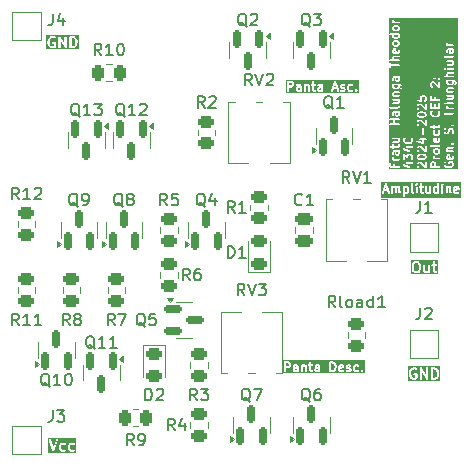
<source format=gbr>
%TF.GenerationSoftware,KiCad,Pcbnew,8.0.0*%
%TF.CreationDate,2024-12-08T17:21:19+02:00*%
%TF.ProjectId,Proiect1,50726f69-6563-4743-912e-6b696361645f,rev?*%
%TF.SameCoordinates,PX3aa6a60PY6dac2c0*%
%TF.FileFunction,Legend,Top*%
%TF.FilePolarity,Positive*%
%FSLAX46Y46*%
G04 Gerber Fmt 4.6, Leading zero omitted, Abs format (unit mm)*
G04 Created by KiCad (PCBNEW 8.0.0) date 2024-12-08 17:21:19*
%MOMM*%
%LPD*%
G01*
G04 APERTURE LIST*
G04 Aperture macros list*
%AMRoundRect*
0 Rectangle with rounded corners*
0 $1 Rounding radius*
0 $2 $3 $4 $5 $6 $7 $8 $9 X,Y pos of 4 corners*
0 Add a 4 corners polygon primitive as box body*
4,1,4,$2,$3,$4,$5,$6,$7,$8,$9,$2,$3,0*
0 Add four circle primitives for the rounded corners*
1,1,$1+$1,$2,$3*
1,1,$1+$1,$4,$5*
1,1,$1+$1,$6,$7*
1,1,$1+$1,$8,$9*
0 Add four rect primitives between the rounded corners*
20,1,$1+$1,$2,$3,$4,$5,0*
20,1,$1+$1,$4,$5,$6,$7,0*
20,1,$1+$1,$6,$7,$8,$9,0*
20,1,$1+$1,$8,$9,$2,$3,0*%
G04 Aperture macros list end*
%ADD10C,0.177800*%
%ADD11C,0.152400*%
%ADD12C,0.150000*%
%ADD13C,0.120000*%
%ADD14RoundRect,0.150000X0.150000X-0.587500X0.150000X0.587500X-0.150000X0.587500X-0.150000X-0.587500X0*%
%ADD15C,2.000000*%
%ADD16RoundRect,0.150000X-0.150000X0.587500X-0.150000X-0.587500X0.150000X-0.587500X0.150000X0.587500X0*%
%ADD17R,2.000000X2.000000*%
%ADD18RoundRect,0.250000X0.450000X-0.262500X0.450000X0.262500X-0.450000X0.262500X-0.450000X-0.262500X0*%
%ADD19RoundRect,0.250000X-0.262500X-0.450000X0.262500X-0.450000X0.262500X0.450000X-0.262500X0.450000X0*%
%ADD20RoundRect,0.250000X-0.450000X0.262500X-0.450000X-0.262500X0.450000X-0.262500X0.450000X0.262500X0*%
%ADD21RoundRect,0.150000X-0.587500X-0.150000X0.587500X-0.150000X0.587500X0.150000X-0.587500X0.150000X0*%
%ADD22R,1.300000X1.300000*%
%ADD23R,1.300000X2.000000*%
%ADD24RoundRect,0.250000X-0.475000X0.250000X-0.475000X-0.250000X0.475000X-0.250000X0.475000X0.250000X0*%
%ADD25RoundRect,0.243750X0.456250X-0.243750X0.456250X0.243750X-0.456250X0.243750X-0.456250X-0.243750X0*%
%ADD26RoundRect,0.243750X-0.456250X0.243750X-0.456250X-0.243750X0.456250X-0.243750X0.456250X0.243750X0*%
G04 APERTURE END LIST*
D10*
G36*
X25429337Y8448316D02*
G01*
X25425356Y8446238D01*
X25285961Y8445040D01*
X25256578Y8459100D01*
X25242645Y8485797D01*
X25242057Y8516784D01*
X25255712Y8545323D01*
X25282017Y8559050D01*
X25428878Y8560312D01*
X25429337Y8448316D01*
G37*
G36*
X27243624Y8448316D02*
G01*
X27239643Y8446238D01*
X27100248Y8445040D01*
X27070865Y8459100D01*
X27056932Y8485797D01*
X27056344Y8516784D01*
X27069999Y8545323D01*
X27096304Y8559050D01*
X27243165Y8560312D01*
X27243624Y8448316D01*
G37*
G36*
X28515640Y9007205D02*
G01*
X28563200Y8960981D01*
X28588761Y8912001D01*
X28621293Y8787313D01*
X28622477Y8699807D01*
X28592705Y8575320D01*
X28566731Y8521039D01*
X28518978Y8471905D01*
X28445374Y8446309D01*
X28363394Y8445605D01*
X28362111Y9031353D01*
X28437907Y9032004D01*
X28515640Y9007205D01*
G37*
G36*
X29260796Y8763903D02*
G01*
X29265536Y8754820D01*
X29087902Y8718478D01*
X29087819Y8733403D01*
X29101999Y8763037D01*
X29128376Y8776802D01*
X29231571Y8777887D01*
X29260796Y8763903D01*
G37*
G36*
X24736931Y9012233D02*
G01*
X24753729Y8996250D01*
X24775190Y8955128D01*
X24776097Y8888085D01*
X24756559Y8847254D01*
X24740580Y8830460D01*
X24699753Y8809153D01*
X24516313Y8808135D01*
X24515824Y9031087D01*
X24695445Y9032084D01*
X24736931Y9012233D01*
G37*
G36*
X31172209Y8179701D02*
G01*
X24250601Y8179701D01*
X24250601Y9119501D01*
X24339501Y9119501D01*
X24341209Y8340157D01*
X24354483Y8308111D01*
X24379011Y8283583D01*
X24411057Y8270309D01*
X24445745Y8270309D01*
X24477791Y8283583D01*
X24502319Y8308111D01*
X24515593Y8340157D01*
X24517301Y8357501D01*
X24516903Y8538929D01*
X25065215Y8538929D01*
X25066357Y8478810D01*
X25065913Y8477477D01*
X25066553Y8468465D01*
X25066923Y8449014D01*
X25068145Y8446063D01*
X25068372Y8442877D01*
X25074600Y8426601D01*
X25110457Y8357893D01*
X25113169Y8349759D01*
X25117018Y8345320D01*
X25120171Y8339280D01*
X25128589Y8331979D01*
X25135895Y8323555D01*
X25144669Y8318032D01*
X25146375Y8316553D01*
X25147744Y8316097D01*
X25150645Y8314271D01*
X25212485Y8284681D01*
X25213583Y8283583D01*
X25222486Y8279895D01*
X25239494Y8271757D01*
X25242679Y8271531D01*
X25245629Y8270309D01*
X25262973Y8268601D01*
X25431042Y8270046D01*
X25433281Y8269299D01*
X25445537Y8270170D01*
X25461745Y8270309D01*
X25464694Y8271531D01*
X25467881Y8271757D01*
X25482565Y8277377D01*
X25499629Y8270309D01*
X25534317Y8270309D01*
X25566363Y8283583D01*
X25590891Y8308111D01*
X25604165Y8340157D01*
X25605873Y8357501D01*
X25604586Y8671188D01*
X25605175Y8672953D01*
X25604542Y8681848D01*
X25604292Y8742879D01*
X25605175Y8745526D01*
X25604227Y8758865D01*
X25604165Y8773988D01*
X25602942Y8776940D01*
X25602716Y8780125D01*
X25596487Y8796402D01*
X25560630Y8865109D01*
X25560499Y8865501D01*
X25790930Y8865501D01*
X25792638Y8340157D01*
X25805912Y8308111D01*
X25830440Y8283583D01*
X25862486Y8270309D01*
X25897174Y8270309D01*
X25929220Y8283583D01*
X25953748Y8308111D01*
X25967022Y8340157D01*
X25968730Y8357501D01*
X25967435Y8755735D01*
X26007917Y8776862D01*
X26074960Y8777769D01*
X26103938Y8763903D01*
X26117579Y8737764D01*
X26119210Y8340157D01*
X26132484Y8308111D01*
X26157012Y8283583D01*
X26189058Y8270309D01*
X26223746Y8270309D01*
X26255792Y8283583D01*
X26280320Y8308111D01*
X26293594Y8340157D01*
X26295302Y8357501D01*
X26293721Y8742879D01*
X26294604Y8745526D01*
X26293656Y8758865D01*
X26293594Y8773988D01*
X26292371Y8776940D01*
X26292145Y8780125D01*
X26285916Y8796402D01*
X26258906Y8848157D01*
X26373210Y8848157D01*
X26386484Y8816111D01*
X26411012Y8791583D01*
X26443058Y8778309D01*
X26460402Y8776601D01*
X26481232Y8776717D01*
X26481987Y8480269D01*
X26481057Y8477477D01*
X26482029Y8463796D01*
X26482067Y8449014D01*
X26483289Y8446063D01*
X26483516Y8442877D01*
X26489744Y8426601D01*
X26525599Y8357896D01*
X26528312Y8349759D01*
X26532164Y8345318D01*
X26535315Y8339280D01*
X26543732Y8331980D01*
X26551039Y8323555D01*
X26559815Y8318031D01*
X26561519Y8316553D01*
X26562887Y8316097D01*
X26565788Y8314271D01*
X26627629Y8284680D01*
X26628726Y8283583D01*
X26637623Y8279898D01*
X26654636Y8271757D01*
X26657822Y8271531D01*
X26660772Y8270309D01*
X26678116Y8268601D01*
X26768032Y8270309D01*
X26800078Y8283583D01*
X26824606Y8308111D01*
X26837880Y8340157D01*
X26837880Y8374845D01*
X26824606Y8406891D01*
X26800078Y8431419D01*
X26768032Y8444693D01*
X26750688Y8446401D01*
X26700261Y8445444D01*
X26671723Y8459099D01*
X26658111Y8485182D01*
X26657974Y8538929D01*
X26879502Y8538929D01*
X26880644Y8478810D01*
X26880200Y8477477D01*
X26880840Y8468465D01*
X26881210Y8449014D01*
X26882432Y8446063D01*
X26882659Y8442877D01*
X26888887Y8426601D01*
X26924744Y8357893D01*
X26927456Y8349759D01*
X26931305Y8345320D01*
X26934458Y8339280D01*
X26942876Y8331979D01*
X26950182Y8323555D01*
X26958956Y8318032D01*
X26960662Y8316553D01*
X26962031Y8316097D01*
X26964932Y8314271D01*
X27026772Y8284681D01*
X27027870Y8283583D01*
X27036773Y8279895D01*
X27053781Y8271757D01*
X27056966Y8271531D01*
X27059916Y8270309D01*
X27077260Y8268601D01*
X27245329Y8270046D01*
X27247568Y8269299D01*
X27259824Y8270170D01*
X27276032Y8270309D01*
X27278981Y8271531D01*
X27282168Y8271757D01*
X27296852Y8277377D01*
X27313916Y8270309D01*
X27348604Y8270309D01*
X27380650Y8283583D01*
X27405178Y8308111D01*
X27418452Y8340157D01*
X27420160Y8357501D01*
X27418873Y8671188D01*
X27419462Y8672953D01*
X27418829Y8681848D01*
X27418579Y8742879D01*
X27419462Y8745526D01*
X27418514Y8758865D01*
X27418452Y8773988D01*
X27417229Y8776940D01*
X27417003Y8780125D01*
X27410774Y8796402D01*
X27374917Y8865109D01*
X27372207Y8873241D01*
X27368357Y8877680D01*
X27365204Y8883722D01*
X27356780Y8891028D01*
X27349480Y8899445D01*
X27340705Y8904969D01*
X27339000Y8906448D01*
X27337631Y8906905D01*
X27334731Y8908730D01*
X27272889Y8938322D01*
X27271792Y8939419D01*
X27262886Y8943108D01*
X27245883Y8951244D01*
X27242697Y8951471D01*
X27239746Y8952693D01*
X27222402Y8954401D01*
X27090446Y8953014D01*
X27088379Y8953703D01*
X27076641Y8952869D01*
X27059916Y8952693D01*
X27056964Y8951471D01*
X27053780Y8951244D01*
X27037503Y8945016D01*
X26950182Y8899445D01*
X26927455Y8873241D01*
X26916486Y8840334D01*
X26918945Y8805734D01*
X26934458Y8774709D01*
X26960662Y8751982D01*
X26993569Y8741013D01*
X27028169Y8743472D01*
X27044445Y8749700D01*
X27096376Y8776802D01*
X27199571Y8777887D01*
X27228796Y8763903D01*
X27242348Y8737935D01*
X27239642Y8736523D01*
X27090618Y8735242D01*
X27088380Y8735988D01*
X27076123Y8735118D01*
X27059916Y8734978D01*
X27056966Y8733757D01*
X27053781Y8733530D01*
X27037504Y8727301D01*
X26968793Y8691445D01*
X26960662Y8688734D01*
X26956224Y8684886D01*
X26950182Y8681732D01*
X26942876Y8673309D01*
X26934458Y8666007D01*
X26928933Y8657233D01*
X26927456Y8655528D01*
X26927000Y8654161D01*
X26925173Y8651258D01*
X26895581Y8589417D01*
X26894484Y8588319D01*
X26890795Y8579414D01*
X26882659Y8562410D01*
X26882432Y8559225D01*
X26881210Y8556273D01*
X26879502Y8538929D01*
X26657974Y8538929D01*
X26657365Y8777695D01*
X26768032Y8778309D01*
X26800078Y8791583D01*
X26824606Y8816111D01*
X26837880Y8848157D01*
X26837880Y8882845D01*
X26824606Y8914891D01*
X26800078Y8939419D01*
X26768032Y8952693D01*
X26750688Y8954401D01*
X26656917Y8953881D01*
X26656495Y9119501D01*
X28185788Y9119501D01*
X28187496Y8340159D01*
X28187496Y8340157D01*
X28200770Y8308111D01*
X28225298Y8283583D01*
X28257344Y8270309D01*
X28274688Y8268601D01*
X28455228Y8270153D01*
X28467235Y8269299D01*
X28471606Y8270294D01*
X28473461Y8270309D01*
X28475631Y8271209D01*
X28484229Y8273163D01*
X28580362Y8306594D01*
X28582319Y8306594D01*
X28592558Y8310836D01*
X28609000Y8316553D01*
X28611411Y8318645D01*
X28614365Y8319868D01*
X28627836Y8330925D01*
X28699592Y8404755D01*
X28707775Y8411851D01*
X28710137Y8415605D01*
X28711464Y8416969D01*
X28712363Y8419141D01*
X28717059Y8426600D01*
X28749769Y8494960D01*
X28754213Y8500956D01*
X28758852Y8513941D01*
X28759574Y8515448D01*
X28759619Y8516087D01*
X28760077Y8517367D01*
X28782567Y8611409D01*
X28911502Y8611409D01*
X28912331Y8607263D01*
X28913038Y8479992D01*
X28912200Y8477477D01*
X28913124Y8464474D01*
X28913210Y8449014D01*
X28914432Y8446063D01*
X28914659Y8442877D01*
X28920887Y8426601D01*
X28956744Y8357893D01*
X28959456Y8349759D01*
X28963305Y8345320D01*
X28966458Y8339280D01*
X28974876Y8331979D01*
X28982182Y8323555D01*
X28990956Y8318032D01*
X28992662Y8316553D01*
X28994031Y8316097D01*
X28996932Y8314271D01*
X29058772Y8284681D01*
X29059870Y8283583D01*
X29068773Y8279895D01*
X29085781Y8271757D01*
X29088966Y8271531D01*
X29091916Y8270309D01*
X29109260Y8268601D01*
X29241214Y8269989D01*
X29243282Y8269299D01*
X29255025Y8270134D01*
X29271746Y8270309D01*
X29274695Y8271531D01*
X29277882Y8271757D01*
X29294158Y8277986D01*
X29381480Y8323555D01*
X29404207Y8349759D01*
X29415176Y8382667D01*
X29412718Y8417266D01*
X29397205Y8448292D01*
X29371002Y8471019D01*
X29338094Y8481988D01*
X29303495Y8479530D01*
X29287218Y8473301D01*
X29235285Y8446201D01*
X29132090Y8445116D01*
X29102865Y8459100D01*
X29089196Y8485291D01*
X29088899Y8538866D01*
X29372464Y8596880D01*
X29380604Y8596880D01*
X29388548Y8600171D01*
X29397367Y8601975D01*
X29404602Y8606821D01*
X29412650Y8610154D01*
X29418875Y8616380D01*
X29426187Y8621276D01*
X29431017Y8628522D01*
X29437178Y8634682D01*
X29440546Y8642815D01*
X29445429Y8650138D01*
X29447119Y8658682D01*
X29450452Y8666728D01*
X29452160Y8684072D01*
X29452158Y8684156D01*
X29452160Y8684164D01*
X29452158Y8684174D01*
X29451017Y8744194D01*
X29451462Y8745526D01*
X29450821Y8754539D01*
X29450781Y8756644D01*
X29564645Y8756644D01*
X29565437Y8731761D01*
X29565343Y8731477D01*
X29565530Y8728838D01*
X29566353Y8703014D01*
X29567575Y8700063D01*
X29567802Y8696877D01*
X29574030Y8680601D01*
X29609887Y8611893D01*
X29612599Y8603759D01*
X29616448Y8599320D01*
X29619601Y8593280D01*
X29628019Y8585979D01*
X29635325Y8577555D01*
X29644099Y8572032D01*
X29645805Y8570553D01*
X29647174Y8570097D01*
X29650075Y8568271D01*
X29711915Y8538681D01*
X29713013Y8537583D01*
X29721916Y8533895D01*
X29738924Y8525757D01*
X29742109Y8525531D01*
X29745059Y8524309D01*
X29762403Y8522601D01*
X29848676Y8523769D01*
X29877652Y8509904D01*
X29890570Y8485151D01*
X29878519Y8459965D01*
X29852142Y8446201D01*
X29748947Y8445116D01*
X29677025Y8479530D01*
X29642425Y8481988D01*
X29609518Y8471018D01*
X29583314Y8448292D01*
X29567801Y8417266D01*
X29565343Y8382666D01*
X29576313Y8349759D01*
X29599039Y8323555D01*
X29613789Y8314271D01*
X29675629Y8284681D01*
X29676727Y8283583D01*
X29685630Y8279895D01*
X29702638Y8271757D01*
X29705823Y8271531D01*
X29708773Y8270309D01*
X29726117Y8268601D01*
X29858073Y8269989D01*
X29860141Y8269299D01*
X29871878Y8270134D01*
X29888604Y8270309D01*
X29891555Y8271532D01*
X29894740Y8271758D01*
X29911017Y8277986D01*
X29979726Y8313843D01*
X29987857Y8316553D01*
X29992294Y8320402D01*
X29998337Y8323555D01*
X30005643Y8331980D01*
X30014061Y8339280D01*
X30019582Y8348052D01*
X30021064Y8349759D01*
X30021520Y8351131D01*
X30023346Y8354029D01*
X30052936Y8415870D01*
X30054035Y8416968D01*
X30057726Y8425880D01*
X30065860Y8442878D01*
X30066086Y8446063D01*
X30067309Y8449014D01*
X30069017Y8466358D01*
X30068224Y8491243D01*
X30068319Y8491526D01*
X30068131Y8494166D01*
X30067309Y8519988D01*
X30066086Y8522940D01*
X30065860Y8526125D01*
X30059631Y8542402D01*
X30023774Y8611110D01*
X30021064Y8619241D01*
X30017214Y8623681D01*
X30014061Y8629722D01*
X30005640Y8637025D01*
X29998338Y8645445D01*
X29989562Y8650969D01*
X29987857Y8652448D01*
X29986487Y8652905D01*
X29983589Y8654729D01*
X29921748Y8684321D01*
X29920650Y8685419D01*
X29911741Y8689110D01*
X29894741Y8697244D01*
X29891555Y8697471D01*
X29888604Y8698693D01*
X29871260Y8700401D01*
X29784986Y8699234D01*
X29756008Y8713100D01*
X29752220Y8720358D01*
X30181502Y8720358D01*
X30182986Y8516122D01*
X30182200Y8513763D01*
X30183094Y8501175D01*
X30183210Y8485300D01*
X30184432Y8482349D01*
X30184659Y8479163D01*
X30190887Y8462887D01*
X30228853Y8390139D01*
X30232770Y8380682D01*
X30235566Y8377275D01*
X30236458Y8375566D01*
X30238229Y8374030D01*
X30243826Y8367210D01*
X30282610Y8330309D01*
X30288468Y8323555D01*
X30292134Y8321247D01*
X30293584Y8319868D01*
X30295751Y8318970D01*
X30303217Y8314271D01*
X30365058Y8284680D01*
X30366155Y8283583D01*
X30375052Y8279898D01*
X30392065Y8271757D01*
X30395251Y8271531D01*
X30398201Y8270309D01*
X30415545Y8268601D01*
X30547500Y8269989D01*
X30549568Y8269299D01*
X30561311Y8270134D01*
X30578032Y8270309D01*
X30580981Y8271531D01*
X30584168Y8271757D01*
X30600444Y8277986D01*
X30687766Y8323555D01*
X30710493Y8349759D01*
X30719387Y8376441D01*
X30836353Y8376441D01*
X30839593Y8368620D01*
X30849627Y8344396D01*
X30849628Y8344395D01*
X30860684Y8330923D01*
X30910421Y8283603D01*
X30910441Y8283583D01*
X30929212Y8275808D01*
X30942486Y8270309D01*
X30942487Y8270309D01*
X30942488Y8270309D01*
X30977175Y8270309D01*
X30995709Y8277986D01*
X31009220Y8283582D01*
X31022692Y8294638D01*
X31070034Y8344395D01*
X31070035Y8344396D01*
X31083309Y8376442D01*
X31083309Y8411130D01*
X31070035Y8443176D01*
X31058979Y8456648D01*
X31009221Y8503990D01*
X30977175Y8517264D01*
X30942487Y8517264D01*
X30910441Y8503990D01*
X30896969Y8492934D01*
X30849627Y8443176D01*
X30849626Y8443175D01*
X30843230Y8427732D01*
X30838144Y8415452D01*
X30836353Y8411129D01*
X30836353Y8376441D01*
X30719387Y8376441D01*
X30721462Y8382667D01*
X30719004Y8417266D01*
X30703491Y8448292D01*
X30677288Y8471019D01*
X30644380Y8481988D01*
X30609781Y8479530D01*
X30593504Y8473301D01*
X30541571Y8446201D01*
X30438375Y8445116D01*
X30397300Y8464770D01*
X30380503Y8480751D01*
X30359163Y8521640D01*
X30357887Y8697260D01*
X30377670Y8738603D01*
X30393653Y8755401D01*
X30434662Y8776802D01*
X30537857Y8777887D01*
X30609780Y8743472D01*
X30644379Y8741013D01*
X30677286Y8751982D01*
X30703490Y8774709D01*
X30719003Y8805734D01*
X30721462Y8840334D01*
X30710493Y8873241D01*
X30687766Y8899445D01*
X30673017Y8908730D01*
X30611175Y8938322D01*
X30610078Y8939419D01*
X30601172Y8943108D01*
X30584169Y8951244D01*
X30580983Y8951471D01*
X30578032Y8952693D01*
X30560688Y8954401D01*
X30428730Y8953014D01*
X30426663Y8953703D01*
X30414925Y8952869D01*
X30398201Y8952693D01*
X30395249Y8951471D01*
X30392064Y8951244D01*
X30375787Y8945015D01*
X30303036Y8907049D01*
X30293584Y8903133D01*
X30290178Y8900339D01*
X30288467Y8899445D01*
X30286928Y8897672D01*
X30280112Y8892077D01*
X30243210Y8853293D01*
X30236458Y8847436D01*
X30234150Y8843770D01*
X30232770Y8842319D01*
X30231871Y8840150D01*
X30227174Y8832687D01*
X30197582Y8770847D01*
X30196484Y8769748D01*
X30192793Y8760840D01*
X30184659Y8743839D01*
X30184432Y8740654D01*
X30183210Y8737702D01*
X30181502Y8720358D01*
X29752220Y8720358D01*
X29743091Y8737852D01*
X29755142Y8763037D01*
X29781633Y8776862D01*
X29848676Y8777769D01*
X29920350Y8743472D01*
X29954949Y8741013D01*
X29987857Y8751982D01*
X30014061Y8774708D01*
X30029574Y8805734D01*
X30032033Y8840333D01*
X30021064Y8873241D01*
X29998338Y8899445D01*
X29983589Y8908729D01*
X29921748Y8938321D01*
X29920650Y8939419D01*
X29911741Y8943110D01*
X29894741Y8951244D01*
X29891555Y8951471D01*
X29888604Y8952693D01*
X29871260Y8954401D01*
X29775323Y8953103D01*
X29773522Y8953703D01*
X29762663Y8952932D01*
X29745059Y8952693D01*
X29742107Y8951471D01*
X29738923Y8951244D01*
X29722646Y8945016D01*
X29653938Y8909160D01*
X29645805Y8906448D01*
X29641364Y8902597D01*
X29635325Y8899445D01*
X29628024Y8891028D01*
X29619601Y8883722D01*
X29614076Y8874947D01*
X29612598Y8873241D01*
X29612141Y8871872D01*
X29610317Y8868973D01*
X29580725Y8807133D01*
X29579627Y8806034D01*
X29575936Y8797126D01*
X29567802Y8780125D01*
X29567575Y8776940D01*
X29566353Y8773988D01*
X29564645Y8756644D01*
X29450781Y8756644D01*
X29450452Y8773988D01*
X29449229Y8776940D01*
X29449003Y8780125D01*
X29442774Y8796402D01*
X29406917Y8865109D01*
X29404207Y8873241D01*
X29400357Y8877680D01*
X29397204Y8883722D01*
X29388780Y8891028D01*
X29381480Y8899445D01*
X29372705Y8904969D01*
X29371000Y8906448D01*
X29369631Y8906905D01*
X29366731Y8908730D01*
X29304889Y8938322D01*
X29303792Y8939419D01*
X29294886Y8943108D01*
X29277883Y8951244D01*
X29274697Y8951471D01*
X29271746Y8952693D01*
X29254402Y8954401D01*
X29122446Y8953014D01*
X29120379Y8953703D01*
X29108641Y8952869D01*
X29091916Y8952693D01*
X29088964Y8951471D01*
X29085780Y8951244D01*
X29069503Y8945016D01*
X29000795Y8909160D01*
X28992662Y8906448D01*
X28988221Y8902597D01*
X28982182Y8899445D01*
X28974881Y8891028D01*
X28966458Y8883722D01*
X28960933Y8874947D01*
X28959455Y8873241D01*
X28958998Y8871872D01*
X28957174Y8868973D01*
X28927582Y8807133D01*
X28926484Y8806034D01*
X28922793Y8797126D01*
X28914659Y8780125D01*
X28914432Y8776940D01*
X28913210Y8773988D01*
X28911502Y8756644D01*
X28912286Y8615374D01*
X28911502Y8611409D01*
X28782567Y8611409D01*
X28793732Y8658094D01*
X28797309Y8666728D01*
X28798367Y8677473D01*
X28798912Y8679751D01*
X28798719Y8681048D01*
X28799017Y8684072D01*
X28797604Y8788461D01*
X28798912Y8797250D01*
X28797341Y8807873D01*
X28797309Y8810273D01*
X28796807Y8811484D01*
X28796363Y8814491D01*
X28760165Y8953231D01*
X28759574Y8961552D01*
X28754608Y8974531D01*
X28754213Y8976045D01*
X28753831Y8976560D01*
X28753346Y8977829D01*
X28715379Y9050578D01*
X28711463Y9060034D01*
X28708666Y9063442D01*
X28707775Y9065150D01*
X28706003Y9066687D01*
X28700407Y9073506D01*
X28636023Y9136082D01*
X28635204Y9137721D01*
X28627147Y9144709D01*
X28614364Y9157133D01*
X28611412Y9158356D01*
X28609000Y9160448D01*
X28593086Y9167553D01*
X28483714Y9202446D01*
X28473461Y9206693D01*
X28469035Y9207129D01*
X28467236Y9207703D01*
X28464894Y9207537D01*
X28456117Y9208401D01*
X28257344Y9206693D01*
X28225298Y9193419D01*
X28200770Y9168891D01*
X28187496Y9136845D01*
X28185788Y9119501D01*
X26656495Y9119501D01*
X26656451Y9136845D01*
X26643177Y9168891D01*
X26618649Y9193419D01*
X26586603Y9206693D01*
X26551915Y9206693D01*
X26519869Y9193419D01*
X26495341Y9168891D01*
X26482067Y9136845D01*
X26480359Y9119501D01*
X26480783Y8952903D01*
X26443058Y8952693D01*
X26411012Y8939419D01*
X26386484Y8914891D01*
X26373210Y8882845D01*
X26373210Y8848157D01*
X26258906Y8848157D01*
X26250059Y8865109D01*
X26247349Y8873241D01*
X26243499Y8877680D01*
X26240346Y8883722D01*
X26231922Y8891028D01*
X26224622Y8899445D01*
X26215847Y8904969D01*
X26214142Y8906448D01*
X26212773Y8906905D01*
X26209873Y8908730D01*
X26148031Y8938322D01*
X26146934Y8939419D01*
X26138028Y8943108D01*
X26121025Y8951244D01*
X26117839Y8951471D01*
X26114888Y8952693D01*
X26097544Y8954401D01*
X26001606Y8953103D01*
X25999805Y8953703D01*
X25988946Y8952932D01*
X25971343Y8952693D01*
X25968391Y8951471D01*
X25965206Y8951244D01*
X25948929Y8945015D01*
X25932301Y8936338D01*
X25929220Y8939419D01*
X25897174Y8952693D01*
X25862486Y8952693D01*
X25830440Y8939419D01*
X25805912Y8914891D01*
X25792638Y8882845D01*
X25790930Y8865501D01*
X25560499Y8865501D01*
X25557920Y8873241D01*
X25554070Y8877680D01*
X25550917Y8883722D01*
X25542493Y8891028D01*
X25535193Y8899445D01*
X25526418Y8904969D01*
X25524713Y8906448D01*
X25523344Y8906905D01*
X25520444Y8908730D01*
X25458602Y8938322D01*
X25457505Y8939419D01*
X25448599Y8943108D01*
X25431596Y8951244D01*
X25428410Y8951471D01*
X25425459Y8952693D01*
X25408115Y8954401D01*
X25276159Y8953014D01*
X25274092Y8953703D01*
X25262354Y8952869D01*
X25245629Y8952693D01*
X25242677Y8951471D01*
X25239493Y8951244D01*
X25223216Y8945016D01*
X25135895Y8899445D01*
X25113168Y8873241D01*
X25102199Y8840334D01*
X25104658Y8805734D01*
X25120171Y8774709D01*
X25146375Y8751982D01*
X25179282Y8741013D01*
X25213882Y8743472D01*
X25230158Y8749700D01*
X25282089Y8776802D01*
X25385284Y8777887D01*
X25414509Y8763903D01*
X25428061Y8737935D01*
X25425355Y8736523D01*
X25276331Y8735242D01*
X25274093Y8735988D01*
X25261836Y8735118D01*
X25245629Y8734978D01*
X25242679Y8733757D01*
X25239494Y8733530D01*
X25223217Y8727301D01*
X25154506Y8691445D01*
X25146375Y8688734D01*
X25141937Y8684886D01*
X25135895Y8681732D01*
X25128589Y8673309D01*
X25120171Y8666007D01*
X25114646Y8657233D01*
X25113169Y8655528D01*
X25112713Y8654161D01*
X25110886Y8651258D01*
X25081294Y8589417D01*
X25080197Y8588319D01*
X25076508Y8579414D01*
X25068372Y8562410D01*
X25068145Y8559225D01*
X25066923Y8556273D01*
X25065215Y8538929D01*
X24516903Y8538929D01*
X24516699Y8631949D01*
X24705054Y8632995D01*
X24707569Y8632156D01*
X24720572Y8633081D01*
X24736031Y8633166D01*
X24738982Y8634389D01*
X24742168Y8634615D01*
X24758445Y8640844D01*
X24831193Y8678810D01*
X24840647Y8682725D01*
X24844054Y8685522D01*
X24845765Y8686414D01*
X24847302Y8688188D01*
X24854119Y8693781D01*
X24891024Y8732569D01*
X24897774Y8738423D01*
X24900080Y8742088D01*
X24901461Y8743538D01*
X24902359Y8745707D01*
X24907059Y8753172D01*
X24936649Y8815013D01*
X24937748Y8816111D01*
X24941439Y8825023D01*
X24949573Y8842021D01*
X24949799Y8845206D01*
X24951022Y8848157D01*
X24952730Y8865501D01*
X24951431Y8961439D01*
X24952032Y8963240D01*
X24951260Y8974099D01*
X24951022Y8991702D01*
X24949799Y8994654D01*
X24949573Y8997839D01*
X24943344Y9014116D01*
X24905377Y9086867D01*
X24901462Y9096319D01*
X24898667Y9099725D01*
X24897774Y9101436D01*
X24896000Y9102975D01*
X24890406Y9109791D01*
X24851621Y9146693D01*
X24845765Y9153445D01*
X24842098Y9155753D01*
X24840648Y9157133D01*
X24838478Y9158032D01*
X24831016Y9162729D01*
X24769175Y9192321D01*
X24768077Y9193419D01*
X24759168Y9197110D01*
X24742168Y9205244D01*
X24738982Y9205471D01*
X24736031Y9206693D01*
X24718687Y9208401D01*
X24411057Y9206693D01*
X24379011Y9193419D01*
X24354483Y9168891D01*
X24341209Y9136845D01*
X24339501Y9119501D01*
X24250601Y9119501D01*
X24250601Y9297301D01*
X31172209Y9297301D01*
X31172209Y8179701D01*
G37*
G36*
X25683337Y32197316D02*
G01*
X25679356Y32195238D01*
X25539961Y32194040D01*
X25510578Y32208100D01*
X25496645Y32234797D01*
X25496057Y32265784D01*
X25509712Y32294323D01*
X25536017Y32308050D01*
X25682878Y32309312D01*
X25683337Y32197316D01*
G37*
G36*
X27497624Y32197316D02*
G01*
X27493643Y32195238D01*
X27354248Y32194040D01*
X27324865Y32208100D01*
X27310932Y32234797D01*
X27310344Y32265784D01*
X27323999Y32294323D01*
X27350304Y32308050D01*
X27497165Y32309312D01*
X27497624Y32197316D01*
G37*
G36*
X28733090Y32412567D02*
G01*
X28614612Y32412034D01*
X28673529Y32590018D01*
X28733090Y32412567D01*
G37*
G36*
X24990931Y32761233D02*
G01*
X25007729Y32745250D01*
X25029190Y32704128D01*
X25030097Y32637085D01*
X25010559Y32596254D01*
X24994580Y32579460D01*
X24953753Y32558153D01*
X24770313Y32557135D01*
X24769824Y32780087D01*
X24949445Y32781084D01*
X24990931Y32761233D01*
G37*
G36*
X30664209Y31928701D02*
G01*
X24504601Y31928701D01*
X24504601Y32868501D01*
X24593501Y32868501D01*
X24595209Y32089157D01*
X24608483Y32057111D01*
X24633011Y32032583D01*
X24665057Y32019309D01*
X24699745Y32019309D01*
X24731791Y32032583D01*
X24756319Y32057111D01*
X24769593Y32089157D01*
X24771301Y32106501D01*
X24770903Y32287929D01*
X25319215Y32287929D01*
X25320357Y32227810D01*
X25319913Y32226477D01*
X25320553Y32217465D01*
X25320923Y32198014D01*
X25322145Y32195063D01*
X25322372Y32191877D01*
X25328600Y32175601D01*
X25364457Y32106893D01*
X25367169Y32098759D01*
X25371018Y32094320D01*
X25374171Y32088280D01*
X25382589Y32080979D01*
X25389895Y32072555D01*
X25398669Y32067032D01*
X25400375Y32065553D01*
X25401744Y32065097D01*
X25404645Y32063271D01*
X25466485Y32033681D01*
X25467583Y32032583D01*
X25476486Y32028895D01*
X25493494Y32020757D01*
X25496679Y32020531D01*
X25499629Y32019309D01*
X25516973Y32017601D01*
X25685042Y32019046D01*
X25687281Y32018299D01*
X25699537Y32019170D01*
X25715745Y32019309D01*
X25718694Y32020531D01*
X25721881Y32020757D01*
X25736565Y32026377D01*
X25753629Y32019309D01*
X25788317Y32019309D01*
X25820363Y32032583D01*
X25844891Y32057111D01*
X25858165Y32089157D01*
X25859873Y32106501D01*
X25858586Y32420188D01*
X25859175Y32421953D01*
X25858542Y32430848D01*
X25858292Y32491879D01*
X25859175Y32494526D01*
X25858227Y32507865D01*
X25858165Y32522988D01*
X25856942Y32525940D01*
X25856716Y32529125D01*
X25850487Y32545402D01*
X25814630Y32614109D01*
X25814499Y32614501D01*
X26044930Y32614501D01*
X26046638Y32089157D01*
X26059912Y32057111D01*
X26084440Y32032583D01*
X26116486Y32019309D01*
X26151174Y32019309D01*
X26183220Y32032583D01*
X26207748Y32057111D01*
X26221022Y32089157D01*
X26222730Y32106501D01*
X26221435Y32504735D01*
X26261917Y32525862D01*
X26328960Y32526769D01*
X26357938Y32512903D01*
X26371579Y32486764D01*
X26373210Y32089157D01*
X26386484Y32057111D01*
X26411012Y32032583D01*
X26443058Y32019309D01*
X26477746Y32019309D01*
X26509792Y32032583D01*
X26534320Y32057111D01*
X26547594Y32089157D01*
X26549302Y32106501D01*
X26547721Y32491879D01*
X26548604Y32494526D01*
X26547656Y32507865D01*
X26547594Y32522988D01*
X26546371Y32525940D01*
X26546145Y32529125D01*
X26539916Y32545402D01*
X26512906Y32597157D01*
X26627210Y32597157D01*
X26640484Y32565111D01*
X26665012Y32540583D01*
X26697058Y32527309D01*
X26714402Y32525601D01*
X26735232Y32525717D01*
X26735987Y32229269D01*
X26735057Y32226477D01*
X26736029Y32212796D01*
X26736067Y32198014D01*
X26737289Y32195063D01*
X26737516Y32191877D01*
X26743744Y32175601D01*
X26779599Y32106896D01*
X26782312Y32098759D01*
X26786164Y32094318D01*
X26789315Y32088280D01*
X26797732Y32080980D01*
X26805039Y32072555D01*
X26813815Y32067031D01*
X26815519Y32065553D01*
X26816887Y32065097D01*
X26819788Y32063271D01*
X26881629Y32033680D01*
X26882726Y32032583D01*
X26891623Y32028898D01*
X26908636Y32020757D01*
X26911822Y32020531D01*
X26914772Y32019309D01*
X26932116Y32017601D01*
X27022032Y32019309D01*
X27054078Y32032583D01*
X27078606Y32057111D01*
X27091880Y32089157D01*
X27091880Y32123845D01*
X27078606Y32155891D01*
X27054078Y32180419D01*
X27022032Y32193693D01*
X27004688Y32195401D01*
X26954261Y32194444D01*
X26925723Y32208099D01*
X26912111Y32234182D01*
X26911974Y32287929D01*
X27133502Y32287929D01*
X27134644Y32227810D01*
X27134200Y32226477D01*
X27134840Y32217465D01*
X27135210Y32198014D01*
X27136432Y32195063D01*
X27136659Y32191877D01*
X27142887Y32175601D01*
X27178744Y32106893D01*
X27181456Y32098759D01*
X27185305Y32094320D01*
X27188458Y32088280D01*
X27196876Y32080979D01*
X27204182Y32072555D01*
X27212956Y32067032D01*
X27214662Y32065553D01*
X27216031Y32065097D01*
X27218932Y32063271D01*
X27280772Y32033681D01*
X27281870Y32032583D01*
X27290773Y32028895D01*
X27307781Y32020757D01*
X27310966Y32020531D01*
X27313916Y32019309D01*
X27331260Y32017601D01*
X27499329Y32019046D01*
X27501568Y32018299D01*
X27513824Y32019170D01*
X27530032Y32019309D01*
X27532981Y32020531D01*
X27536168Y32020757D01*
X27550852Y32026377D01*
X27567916Y32019309D01*
X27602604Y32019309D01*
X27634650Y32032583D01*
X27659178Y32057111D01*
X27672452Y32089157D01*
X27674160Y32106501D01*
X27674114Y32117620D01*
X28331629Y32117620D01*
X28334088Y32083020D01*
X28349601Y32051995D01*
X28375805Y32029268D01*
X28408712Y32018299D01*
X28443312Y32020758D01*
X28474337Y32036271D01*
X28497064Y32062475D01*
X28504169Y32078388D01*
X28556210Y32235602D01*
X28792132Y32236662D01*
X28850598Y32062474D01*
X28873325Y32036270D01*
X28904351Y32020757D01*
X28938950Y32018298D01*
X28971858Y32029268D01*
X28998062Y32051994D01*
X29013574Y32083020D01*
X29016033Y32117619D01*
X29012169Y32134613D01*
X28887633Y32505644D01*
X29056645Y32505644D01*
X29057437Y32480761D01*
X29057343Y32480477D01*
X29057530Y32477838D01*
X29058353Y32452014D01*
X29059575Y32449063D01*
X29059802Y32445877D01*
X29066030Y32429601D01*
X29101887Y32360893D01*
X29104599Y32352759D01*
X29108448Y32348320D01*
X29111601Y32342280D01*
X29120019Y32334979D01*
X29127325Y32326555D01*
X29136099Y32321032D01*
X29137805Y32319553D01*
X29139174Y32319097D01*
X29142075Y32317271D01*
X29203915Y32287681D01*
X29205013Y32286583D01*
X29213916Y32282895D01*
X29230924Y32274757D01*
X29234109Y32274531D01*
X29237059Y32273309D01*
X29254403Y32271601D01*
X29340676Y32272769D01*
X29369652Y32258904D01*
X29382570Y32234151D01*
X29370519Y32208965D01*
X29344142Y32195201D01*
X29240947Y32194116D01*
X29169025Y32228530D01*
X29134425Y32230988D01*
X29101518Y32220018D01*
X29075314Y32197292D01*
X29059801Y32166266D01*
X29057343Y32131666D01*
X29068313Y32098759D01*
X29091039Y32072555D01*
X29105789Y32063271D01*
X29167629Y32033681D01*
X29168727Y32032583D01*
X29177630Y32028895D01*
X29194638Y32020757D01*
X29197823Y32020531D01*
X29200773Y32019309D01*
X29218117Y32017601D01*
X29350073Y32018989D01*
X29352141Y32018299D01*
X29363878Y32019134D01*
X29380604Y32019309D01*
X29383555Y32020532D01*
X29386740Y32020758D01*
X29403017Y32026986D01*
X29471726Y32062843D01*
X29479857Y32065553D01*
X29484294Y32069402D01*
X29490337Y32072555D01*
X29497643Y32080980D01*
X29506061Y32088280D01*
X29511582Y32097052D01*
X29513064Y32098759D01*
X29513520Y32100131D01*
X29515346Y32103029D01*
X29544936Y32164870D01*
X29546035Y32165968D01*
X29549726Y32174880D01*
X29557860Y32191878D01*
X29558086Y32195063D01*
X29559309Y32198014D01*
X29561017Y32215358D01*
X29560224Y32240243D01*
X29560319Y32240526D01*
X29560131Y32243166D01*
X29559309Y32268988D01*
X29558086Y32271940D01*
X29557860Y32275125D01*
X29551631Y32291402D01*
X29515774Y32360110D01*
X29513064Y32368241D01*
X29509214Y32372681D01*
X29506061Y32378722D01*
X29497640Y32386025D01*
X29490338Y32394445D01*
X29481562Y32399969D01*
X29479857Y32401448D01*
X29478487Y32401905D01*
X29475589Y32403729D01*
X29413748Y32433321D01*
X29412650Y32434419D01*
X29403741Y32438110D01*
X29386741Y32446244D01*
X29383555Y32446471D01*
X29380604Y32447693D01*
X29363260Y32449401D01*
X29276986Y32448234D01*
X29248008Y32462100D01*
X29244220Y32469358D01*
X29673502Y32469358D01*
X29674986Y32265122D01*
X29674200Y32262763D01*
X29675094Y32250175D01*
X29675210Y32234300D01*
X29676432Y32231349D01*
X29676659Y32228163D01*
X29682887Y32211887D01*
X29720853Y32139139D01*
X29724770Y32129682D01*
X29727566Y32126275D01*
X29728458Y32124566D01*
X29730229Y32123030D01*
X29735826Y32116210D01*
X29774610Y32079309D01*
X29780468Y32072555D01*
X29784134Y32070247D01*
X29785584Y32068868D01*
X29787751Y32067970D01*
X29795217Y32063271D01*
X29857058Y32033680D01*
X29858155Y32032583D01*
X29867052Y32028898D01*
X29884065Y32020757D01*
X29887251Y32020531D01*
X29890201Y32019309D01*
X29907545Y32017601D01*
X30039500Y32018989D01*
X30041568Y32018299D01*
X30053311Y32019134D01*
X30070032Y32019309D01*
X30072981Y32020531D01*
X30076168Y32020757D01*
X30092444Y32026986D01*
X30179766Y32072555D01*
X30202493Y32098759D01*
X30211387Y32125441D01*
X30328353Y32125441D01*
X30331593Y32117620D01*
X30341627Y32093396D01*
X30341628Y32093395D01*
X30352684Y32079923D01*
X30402421Y32032603D01*
X30402441Y32032583D01*
X30421212Y32024808D01*
X30434486Y32019309D01*
X30434487Y32019309D01*
X30434488Y32019309D01*
X30469175Y32019309D01*
X30487709Y32026986D01*
X30501220Y32032582D01*
X30514692Y32043638D01*
X30562034Y32093395D01*
X30562035Y32093396D01*
X30575309Y32125442D01*
X30575309Y32160130D01*
X30562035Y32192176D01*
X30550979Y32205648D01*
X30501221Y32252990D01*
X30469175Y32266264D01*
X30434487Y32266264D01*
X30402441Y32252990D01*
X30388969Y32241934D01*
X30341627Y32192176D01*
X30341626Y32192175D01*
X30335230Y32176732D01*
X30330144Y32164452D01*
X30328353Y32160129D01*
X30328353Y32125441D01*
X30211387Y32125441D01*
X30213462Y32131667D01*
X30211004Y32166266D01*
X30195491Y32197292D01*
X30169288Y32220019D01*
X30136380Y32230988D01*
X30101781Y32228530D01*
X30085504Y32222301D01*
X30033571Y32195201D01*
X29930375Y32194116D01*
X29889300Y32213770D01*
X29872503Y32229751D01*
X29851163Y32270640D01*
X29849887Y32446260D01*
X29869670Y32487603D01*
X29885653Y32504401D01*
X29926662Y32525802D01*
X30029857Y32526887D01*
X30101780Y32492472D01*
X30136379Y32490013D01*
X30169286Y32500982D01*
X30195490Y32523709D01*
X30211003Y32554734D01*
X30213462Y32589334D01*
X30202493Y32622241D01*
X30179766Y32648445D01*
X30165017Y32657730D01*
X30103175Y32687322D01*
X30102078Y32688419D01*
X30093172Y32692108D01*
X30076169Y32700244D01*
X30072983Y32700471D01*
X30070032Y32701693D01*
X30052688Y32703401D01*
X29920730Y32702014D01*
X29918663Y32702703D01*
X29906925Y32701869D01*
X29890201Y32701693D01*
X29887249Y32700471D01*
X29884064Y32700244D01*
X29867787Y32694015D01*
X29795036Y32656049D01*
X29785584Y32652133D01*
X29782178Y32649339D01*
X29780467Y32648445D01*
X29778928Y32646672D01*
X29772112Y32641077D01*
X29735210Y32602293D01*
X29728458Y32596436D01*
X29726150Y32592770D01*
X29724770Y32591319D01*
X29723871Y32589150D01*
X29719174Y32581687D01*
X29689582Y32519847D01*
X29688484Y32518748D01*
X29684793Y32509840D01*
X29676659Y32492839D01*
X29676432Y32489654D01*
X29675210Y32486702D01*
X29673502Y32469358D01*
X29244220Y32469358D01*
X29235091Y32486852D01*
X29247142Y32512037D01*
X29273633Y32525862D01*
X29340676Y32526769D01*
X29412350Y32492472D01*
X29446949Y32490013D01*
X29479857Y32500982D01*
X29506061Y32523708D01*
X29521574Y32554734D01*
X29524033Y32589333D01*
X29513064Y32622241D01*
X29490338Y32648445D01*
X29475589Y32657729D01*
X29413748Y32687321D01*
X29412650Y32688419D01*
X29403741Y32692110D01*
X29386741Y32700244D01*
X29383555Y32700471D01*
X29380604Y32701693D01*
X29363260Y32703401D01*
X29267323Y32702103D01*
X29265522Y32702703D01*
X29254663Y32701932D01*
X29237059Y32701693D01*
X29234107Y32700471D01*
X29230923Y32700244D01*
X29214646Y32694016D01*
X29145938Y32658160D01*
X29137805Y32655448D01*
X29133364Y32651597D01*
X29127325Y32648445D01*
X29120024Y32640028D01*
X29111601Y32632722D01*
X29106076Y32623947D01*
X29104598Y32622241D01*
X29104141Y32620872D01*
X29102317Y32617973D01*
X29072725Y32556133D01*
X29071627Y32555034D01*
X29067936Y32546126D01*
X29059802Y32529125D01*
X29059575Y32525940D01*
X29058353Y32522988D01*
X29056645Y32505644D01*
X28887633Y32505644D01*
X28760007Y32885882D01*
X28759574Y32891982D01*
X28754662Y32901806D01*
X28751064Y32912527D01*
X28746904Y32917324D01*
X28744062Y32923008D01*
X28735634Y32930317D01*
X28728337Y32938731D01*
X28722659Y32941570D01*
X28717858Y32945734D01*
X28707277Y32949261D01*
X28697312Y32954244D01*
X28690979Y32954695D01*
X28684950Y32956704D01*
X28673824Y32955914D01*
X28662712Y32956703D01*
X28656689Y32954696D01*
X28650351Y32954245D01*
X28640377Y32949258D01*
X28629805Y32945734D01*
X28625007Y32941574D01*
X28619325Y32938732D01*
X28612018Y32930308D01*
X28603601Y32923007D01*
X28600761Y32917329D01*
X28596598Y32912528D01*
X28589493Y32896614D01*
X28407936Y32348143D01*
X28405210Y32341559D01*
X28405210Y32339905D01*
X28331629Y32117620D01*
X27674114Y32117620D01*
X27672873Y32420188D01*
X27673462Y32421953D01*
X27672829Y32430848D01*
X27672579Y32491879D01*
X27673462Y32494526D01*
X27672514Y32507865D01*
X27672452Y32522988D01*
X27671229Y32525940D01*
X27671003Y32529125D01*
X27664774Y32545402D01*
X27628917Y32614109D01*
X27626207Y32622241D01*
X27622357Y32626680D01*
X27619204Y32632722D01*
X27610780Y32640028D01*
X27603480Y32648445D01*
X27594705Y32653969D01*
X27593000Y32655448D01*
X27591631Y32655905D01*
X27588731Y32657730D01*
X27526889Y32687322D01*
X27525792Y32688419D01*
X27516886Y32692108D01*
X27499883Y32700244D01*
X27496697Y32700471D01*
X27493746Y32701693D01*
X27476402Y32703401D01*
X27344446Y32702014D01*
X27342379Y32702703D01*
X27330641Y32701869D01*
X27313916Y32701693D01*
X27310964Y32700471D01*
X27307780Y32700244D01*
X27291503Y32694016D01*
X27204182Y32648445D01*
X27181455Y32622241D01*
X27170486Y32589334D01*
X27172945Y32554734D01*
X27188458Y32523709D01*
X27214662Y32500982D01*
X27247569Y32490013D01*
X27282169Y32492472D01*
X27298445Y32498700D01*
X27350376Y32525802D01*
X27453571Y32526887D01*
X27482796Y32512903D01*
X27496348Y32486935D01*
X27493642Y32485523D01*
X27344618Y32484242D01*
X27342380Y32484988D01*
X27330123Y32484118D01*
X27313916Y32483978D01*
X27310966Y32482757D01*
X27307781Y32482530D01*
X27291504Y32476301D01*
X27222793Y32440445D01*
X27214662Y32437734D01*
X27210224Y32433886D01*
X27204182Y32430732D01*
X27196876Y32422309D01*
X27188458Y32415007D01*
X27182933Y32406233D01*
X27181456Y32404528D01*
X27181000Y32403161D01*
X27179173Y32400258D01*
X27149581Y32338417D01*
X27148484Y32337319D01*
X27144795Y32328414D01*
X27136659Y32311410D01*
X27136432Y32308225D01*
X27135210Y32305273D01*
X27133502Y32287929D01*
X26911974Y32287929D01*
X26911365Y32526695D01*
X27022032Y32527309D01*
X27054078Y32540583D01*
X27078606Y32565111D01*
X27091880Y32597157D01*
X27091880Y32631845D01*
X27078606Y32663891D01*
X27054078Y32688419D01*
X27022032Y32701693D01*
X27004688Y32703401D01*
X26910917Y32702881D01*
X26910451Y32885845D01*
X26897177Y32917891D01*
X26872649Y32942419D01*
X26840603Y32955693D01*
X26805915Y32955693D01*
X26773869Y32942419D01*
X26749341Y32917891D01*
X26736067Y32885845D01*
X26734359Y32868501D01*
X26734783Y32701903D01*
X26697058Y32701693D01*
X26665012Y32688419D01*
X26640484Y32663891D01*
X26627210Y32631845D01*
X26627210Y32597157D01*
X26512906Y32597157D01*
X26504059Y32614109D01*
X26501349Y32622241D01*
X26497499Y32626680D01*
X26494346Y32632722D01*
X26485922Y32640028D01*
X26478622Y32648445D01*
X26469847Y32653969D01*
X26468142Y32655448D01*
X26466773Y32655905D01*
X26463873Y32657730D01*
X26402031Y32687322D01*
X26400934Y32688419D01*
X26392028Y32692108D01*
X26375025Y32700244D01*
X26371839Y32700471D01*
X26368888Y32701693D01*
X26351544Y32703401D01*
X26255606Y32702103D01*
X26253805Y32702703D01*
X26242946Y32701932D01*
X26225343Y32701693D01*
X26222391Y32700471D01*
X26219206Y32700244D01*
X26202929Y32694015D01*
X26186301Y32685338D01*
X26183220Y32688419D01*
X26151174Y32701693D01*
X26116486Y32701693D01*
X26084440Y32688419D01*
X26059912Y32663891D01*
X26046638Y32631845D01*
X26044930Y32614501D01*
X25814499Y32614501D01*
X25811920Y32622241D01*
X25808070Y32626680D01*
X25804917Y32632722D01*
X25796493Y32640028D01*
X25789193Y32648445D01*
X25780418Y32653969D01*
X25778713Y32655448D01*
X25777344Y32655905D01*
X25774444Y32657730D01*
X25712602Y32687322D01*
X25711505Y32688419D01*
X25702599Y32692108D01*
X25685596Y32700244D01*
X25682410Y32700471D01*
X25679459Y32701693D01*
X25662115Y32703401D01*
X25530159Y32702014D01*
X25528092Y32702703D01*
X25516354Y32701869D01*
X25499629Y32701693D01*
X25496677Y32700471D01*
X25493493Y32700244D01*
X25477216Y32694016D01*
X25389895Y32648445D01*
X25367168Y32622241D01*
X25356199Y32589334D01*
X25358658Y32554734D01*
X25374171Y32523709D01*
X25400375Y32500982D01*
X25433282Y32490013D01*
X25467882Y32492472D01*
X25484158Y32498700D01*
X25536089Y32525802D01*
X25639284Y32526887D01*
X25668509Y32512903D01*
X25682061Y32486935D01*
X25679355Y32485523D01*
X25530331Y32484242D01*
X25528093Y32484988D01*
X25515836Y32484118D01*
X25499629Y32483978D01*
X25496679Y32482757D01*
X25493494Y32482530D01*
X25477217Y32476301D01*
X25408506Y32440445D01*
X25400375Y32437734D01*
X25395937Y32433886D01*
X25389895Y32430732D01*
X25382589Y32422309D01*
X25374171Y32415007D01*
X25368646Y32406233D01*
X25367169Y32404528D01*
X25366713Y32403161D01*
X25364886Y32400258D01*
X25335294Y32338417D01*
X25334197Y32337319D01*
X25330508Y32328414D01*
X25322372Y32311410D01*
X25322145Y32308225D01*
X25320923Y32305273D01*
X25319215Y32287929D01*
X24770903Y32287929D01*
X24770699Y32380949D01*
X24959054Y32381995D01*
X24961569Y32381156D01*
X24974572Y32382081D01*
X24990031Y32382166D01*
X24992982Y32383389D01*
X24996168Y32383615D01*
X25012445Y32389844D01*
X25085193Y32427810D01*
X25094647Y32431725D01*
X25098054Y32434522D01*
X25099765Y32435414D01*
X25101302Y32437188D01*
X25108119Y32442781D01*
X25145024Y32481569D01*
X25151774Y32487423D01*
X25154080Y32491088D01*
X25155461Y32492538D01*
X25156359Y32494707D01*
X25161059Y32502172D01*
X25190649Y32564013D01*
X25191748Y32565111D01*
X25195439Y32574023D01*
X25203573Y32591021D01*
X25203799Y32594206D01*
X25205022Y32597157D01*
X25206730Y32614501D01*
X25205431Y32710439D01*
X25206032Y32712240D01*
X25205260Y32723099D01*
X25205022Y32740702D01*
X25203799Y32743654D01*
X25203573Y32746839D01*
X25197344Y32763116D01*
X25159377Y32835867D01*
X25155462Y32845319D01*
X25152667Y32848725D01*
X25151774Y32850436D01*
X25150000Y32851975D01*
X25144406Y32858791D01*
X25105621Y32895693D01*
X25099765Y32902445D01*
X25096098Y32904753D01*
X25094648Y32906133D01*
X25092478Y32907032D01*
X25085016Y32911729D01*
X25023175Y32941321D01*
X25022077Y32942419D01*
X25013168Y32946110D01*
X24996168Y32954244D01*
X24992982Y32954471D01*
X24990031Y32955693D01*
X24972687Y32957401D01*
X24665057Y32955693D01*
X24633011Y32942419D01*
X24608483Y32917891D01*
X24595209Y32885845D01*
X24593501Y32868501D01*
X24504601Y32868501D01*
X24504601Y33046301D01*
X30664209Y33046301D01*
X30664209Y31928701D01*
G37*
G36*
X34715503Y23871232D02*
G01*
X34732300Y23855251D01*
X34753639Y23814362D01*
X34754915Y23638743D01*
X34735130Y23597397D01*
X34719150Y23580601D01*
X34678141Y23559201D01*
X34574946Y23558116D01*
X34567687Y23561589D01*
X34566973Y23887580D01*
X34571232Y23889802D01*
X34674427Y23890887D01*
X34715503Y23871232D01*
G37*
G36*
X37294259Y23887414D02*
G01*
X37294973Y23561423D01*
X37290714Y23559201D01*
X37187518Y23558116D01*
X37146443Y23577770D01*
X37129646Y23593751D01*
X37108306Y23634640D01*
X37107030Y23810260D01*
X37126813Y23851603D01*
X37142796Y23868401D01*
X37183805Y23889802D01*
X37287000Y23890887D01*
X37294259Y23887414D01*
G37*
G36*
X39021654Y23876903D02*
G01*
X39026394Y23867820D01*
X38848760Y23831478D01*
X38848677Y23846403D01*
X38862857Y23876037D01*
X38889234Y23889802D01*
X38992429Y23890887D01*
X39021654Y23876903D01*
G37*
G36*
X33014803Y23776567D02*
G01*
X32896325Y23776034D01*
X32955242Y23954018D01*
X33014803Y23776567D01*
G37*
G36*
X39301918Y23040409D02*
G01*
X32524442Y23040409D01*
X32524442Y23481620D01*
X32613342Y23481620D01*
X32615801Y23447020D01*
X32631314Y23415995D01*
X32657518Y23393268D01*
X32690425Y23382299D01*
X32725025Y23384758D01*
X32756050Y23400271D01*
X32778777Y23426475D01*
X32785882Y23442388D01*
X32837923Y23599602D01*
X33073845Y23600662D01*
X33132311Y23426474D01*
X33155038Y23400270D01*
X33186064Y23384757D01*
X33220663Y23382298D01*
X33253571Y23393268D01*
X33279775Y23415994D01*
X33295287Y23447020D01*
X33297746Y23481619D01*
X33293882Y23498613D01*
X33132809Y23978501D01*
X33374644Y23978501D01*
X33376352Y23453157D01*
X33389626Y23421111D01*
X33414154Y23396583D01*
X33446200Y23383309D01*
X33480888Y23383309D01*
X33512934Y23396583D01*
X33537462Y23421111D01*
X33550736Y23453157D01*
X33552444Y23470501D01*
X33551149Y23868735D01*
X33591631Y23889862D01*
X33658674Y23890769D01*
X33687652Y23876903D01*
X33701293Y23850764D01*
X33702924Y23453157D01*
X33716198Y23421111D01*
X33740726Y23396583D01*
X33772772Y23383309D01*
X33807460Y23383309D01*
X33839506Y23396583D01*
X33864034Y23421111D01*
X33877308Y23453157D01*
X33879016Y23470501D01*
X33877474Y23846280D01*
X33891713Y23876038D01*
X33918203Y23889862D01*
X33985246Y23890769D01*
X34014222Y23876904D01*
X34027864Y23850764D01*
X34029495Y23453157D01*
X34042769Y23421111D01*
X34067297Y23396583D01*
X34099343Y23383309D01*
X34134031Y23383309D01*
X34166077Y23396583D01*
X34190605Y23421111D01*
X34203879Y23453157D01*
X34205587Y23470501D01*
X34204006Y23855879D01*
X34204889Y23858526D01*
X34203941Y23871865D01*
X34203879Y23886988D01*
X34202656Y23889940D01*
X34202430Y23893125D01*
X34196201Y23909402D01*
X34160344Y23978110D01*
X34160214Y23978501D01*
X34390644Y23978501D01*
X34391691Y23500585D01*
X34391342Y23495666D01*
X34391704Y23494579D01*
X34392352Y23199157D01*
X34405626Y23167111D01*
X34430154Y23142583D01*
X34462200Y23129309D01*
X34496888Y23129309D01*
X34528934Y23142583D01*
X34553462Y23167111D01*
X34566736Y23199157D01*
X34568444Y23216501D01*
X34568081Y23381769D01*
X34684070Y23382989D01*
X34686138Y23382299D01*
X34697881Y23383134D01*
X34714602Y23383309D01*
X34717551Y23384531D01*
X34720738Y23384757D01*
X34737014Y23390986D01*
X34809769Y23428954D01*
X34819220Y23432868D01*
X34822624Y23435662D01*
X34824336Y23436555D01*
X34825875Y23438330D01*
X34832692Y23443924D01*
X34869594Y23482710D01*
X34876347Y23488566D01*
X34878654Y23492233D01*
X34880034Y23493682D01*
X34880932Y23495852D01*
X34885631Y23503316D01*
X34915221Y23565157D01*
X34916319Y23566254D01*
X34920007Y23575158D01*
X34928145Y23592165D01*
X34928371Y23595351D01*
X34929593Y23598300D01*
X34931301Y23615644D01*
X34929816Y23819881D01*
X34930603Y23822239D01*
X34929708Y23834833D01*
X34929593Y23850702D01*
X34928371Y23853652D01*
X34928145Y23856838D01*
X34921916Y23873115D01*
X34883947Y23945870D01*
X34880034Y23955319D01*
X34877240Y23958724D01*
X34876347Y23960435D01*
X34874572Y23961975D01*
X34868978Y23968791D01*
X34830188Y24005697D01*
X34824336Y24012445D01*
X34820671Y24014752D01*
X34819220Y24016133D01*
X34817049Y24017032D01*
X34809587Y24021730D01*
X34747745Y24051322D01*
X34746648Y24052419D01*
X34737742Y24056108D01*
X34720739Y24064244D01*
X34717553Y24064471D01*
X34714602Y24065693D01*
X34697258Y24067401D01*
X34565302Y24066014D01*
X34563235Y24066703D01*
X34551497Y24065869D01*
X34534772Y24065693D01*
X34531820Y24064471D01*
X34528636Y24064244D01*
X34513951Y24058626D01*
X34496888Y24065693D01*
X34462200Y24065693D01*
X34430154Y24052419D01*
X34405626Y24027891D01*
X34392352Y23995845D01*
X34390644Y23978501D01*
X34160214Y23978501D01*
X34157634Y23986241D01*
X34153784Y23990681D01*
X34150631Y23996722D01*
X34142210Y24004025D01*
X34134908Y24012445D01*
X34126132Y24017969D01*
X34124427Y24019448D01*
X34123057Y24019905D01*
X34120159Y24021729D01*
X34058318Y24051321D01*
X34057220Y24052419D01*
X34048311Y24056110D01*
X34031311Y24064244D01*
X34028125Y24064471D01*
X34025174Y24065693D01*
X34007830Y24067401D01*
X33911893Y24066103D01*
X33910092Y24066703D01*
X33899233Y24065932D01*
X33881629Y24065693D01*
X33878677Y24064471D01*
X33875493Y24064244D01*
X33859216Y24058016D01*
X33791552Y24022704D01*
X33731745Y24051322D01*
X33730648Y24052419D01*
X33721742Y24056108D01*
X33704739Y24064244D01*
X33701553Y24064471D01*
X33698602Y24065693D01*
X33681258Y24067401D01*
X33585320Y24066103D01*
X33583519Y24066703D01*
X33572660Y24065932D01*
X33555057Y24065693D01*
X33552105Y24064471D01*
X33548920Y24064244D01*
X33532643Y24058015D01*
X33516015Y24049338D01*
X33512934Y24052419D01*
X33480888Y24065693D01*
X33446200Y24065693D01*
X33414154Y24052419D01*
X33389626Y24027891D01*
X33376352Y23995845D01*
X33374644Y23978501D01*
X33132809Y23978501D01*
X33047554Y24232501D01*
X35080073Y24232501D01*
X35081701Y23593269D01*
X35080771Y23590477D01*
X35081743Y23576796D01*
X35081781Y23562014D01*
X35083003Y23559063D01*
X35083230Y23555877D01*
X35089458Y23539601D01*
X35125313Y23470896D01*
X35128026Y23462759D01*
X35131878Y23458318D01*
X35135029Y23452280D01*
X35143446Y23444980D01*
X35150753Y23436555D01*
X35159529Y23431031D01*
X35161233Y23429553D01*
X35162601Y23429097D01*
X35165502Y23427271D01*
X35254350Y23384757D01*
X35288949Y23382299D01*
X35321857Y23393268D01*
X35348061Y23415995D01*
X35363574Y23447021D01*
X35366032Y23481620D01*
X35355063Y23514528D01*
X35332336Y23540732D01*
X35317587Y23550016D01*
X35271437Y23572099D01*
X35257825Y23598182D01*
X35256856Y23978501D01*
X35479216Y23978501D01*
X35480924Y23453157D01*
X35494198Y23421111D01*
X35518726Y23396583D01*
X35550772Y23383309D01*
X35585460Y23383309D01*
X35617506Y23396583D01*
X35642034Y23421111D01*
X35655308Y23453157D01*
X35657016Y23470501D01*
X35655421Y23961157D01*
X35734924Y23961157D01*
X35748198Y23929111D01*
X35772726Y23904583D01*
X35804772Y23891309D01*
X35822116Y23889601D01*
X35842946Y23889717D01*
X35843701Y23593269D01*
X35842771Y23590477D01*
X35843743Y23576796D01*
X35843781Y23562014D01*
X35845003Y23559063D01*
X35845230Y23555877D01*
X35851458Y23539601D01*
X35887313Y23470896D01*
X35890026Y23462759D01*
X35893878Y23458318D01*
X35897029Y23452280D01*
X35905446Y23444980D01*
X35912753Y23436555D01*
X35921529Y23431031D01*
X35923233Y23429553D01*
X35924601Y23429097D01*
X35927502Y23427271D01*
X35989343Y23397680D01*
X35990440Y23396583D01*
X35999337Y23392898D01*
X36016350Y23384757D01*
X36019536Y23384531D01*
X36022486Y23383309D01*
X36039830Y23381601D01*
X36129746Y23383309D01*
X36161792Y23396583D01*
X36186320Y23421111D01*
X36199594Y23453157D01*
X36199594Y23487845D01*
X36186320Y23519891D01*
X36161792Y23544419D01*
X36129746Y23557693D01*
X36112402Y23559401D01*
X36061975Y23558444D01*
X36033437Y23572099D01*
X36019825Y23598182D01*
X36019079Y23890695D01*
X36129746Y23891309D01*
X36161792Y23904583D01*
X36186320Y23929111D01*
X36199594Y23961157D01*
X36199594Y23978501D01*
X36277502Y23978501D01*
X36279082Y23593125D01*
X36278200Y23590477D01*
X36279147Y23577139D01*
X36279210Y23562014D01*
X36280432Y23559063D01*
X36280659Y23555877D01*
X36286887Y23539601D01*
X36322742Y23470896D01*
X36325455Y23462759D01*
X36329307Y23458318D01*
X36332458Y23452280D01*
X36340875Y23444980D01*
X36348182Y23436555D01*
X36356958Y23431031D01*
X36358662Y23429553D01*
X36360030Y23429097D01*
X36362931Y23427271D01*
X36424772Y23397680D01*
X36425869Y23396583D01*
X36434766Y23392898D01*
X36451779Y23384757D01*
X36454965Y23384531D01*
X36457915Y23383309D01*
X36475259Y23381601D01*
X36571194Y23382900D01*
X36572996Y23382299D01*
X36583860Y23383071D01*
X36601460Y23383309D01*
X36604409Y23384531D01*
X36607596Y23384757D01*
X36623872Y23390986D01*
X36640502Y23399665D01*
X36643584Y23396583D01*
X36675630Y23383309D01*
X36710318Y23383309D01*
X36742364Y23396583D01*
X36766892Y23421111D01*
X36780166Y23453157D01*
X36781874Y23470501D01*
X36780694Y23833358D01*
X36930645Y23833358D01*
X36932129Y23629122D01*
X36931343Y23626763D01*
X36932237Y23614175D01*
X36932353Y23598300D01*
X36933575Y23595349D01*
X36933802Y23592163D01*
X36940030Y23575887D01*
X36977996Y23503139D01*
X36981913Y23493682D01*
X36984709Y23490275D01*
X36985601Y23488566D01*
X36987372Y23487030D01*
X36992969Y23480210D01*
X37031753Y23443309D01*
X37037611Y23436555D01*
X37041277Y23434247D01*
X37042727Y23432868D01*
X37044894Y23431970D01*
X37052360Y23427271D01*
X37114201Y23397680D01*
X37115298Y23396583D01*
X37124195Y23392898D01*
X37141208Y23384757D01*
X37144394Y23384531D01*
X37147344Y23383309D01*
X37164688Y23381601D01*
X37296643Y23382989D01*
X37298711Y23382299D01*
X37310454Y23383134D01*
X37327175Y23383309D01*
X37330124Y23384531D01*
X37333311Y23384757D01*
X37347995Y23390377D01*
X37365059Y23383309D01*
X37399747Y23383309D01*
X37431793Y23396583D01*
X37456321Y23421111D01*
X37469595Y23453157D01*
X37471303Y23470501D01*
X37470255Y23948418D01*
X37470605Y23953334D01*
X37470242Y23954422D01*
X37470189Y23978501D01*
X37656360Y23978501D01*
X37658068Y23453157D01*
X37671342Y23421111D01*
X37695870Y23396583D01*
X37727916Y23383309D01*
X37762604Y23383309D01*
X37794650Y23396583D01*
X37819178Y23421111D01*
X37832452Y23453157D01*
X37834160Y23470501D01*
X37832508Y23978501D01*
X38019217Y23978501D01*
X38020925Y23453157D01*
X38034199Y23421111D01*
X38058727Y23396583D01*
X38090773Y23383309D01*
X38125461Y23383309D01*
X38157507Y23396583D01*
X38182035Y23421111D01*
X38195309Y23453157D01*
X38197017Y23470501D01*
X38195722Y23868735D01*
X38236204Y23889862D01*
X38303247Y23890769D01*
X38332225Y23876903D01*
X38345866Y23850764D01*
X38347497Y23453157D01*
X38360771Y23421111D01*
X38385299Y23396583D01*
X38417345Y23383309D01*
X38452033Y23383309D01*
X38484079Y23396583D01*
X38508607Y23421111D01*
X38521881Y23453157D01*
X38523589Y23470501D01*
X38522547Y23724409D01*
X38672360Y23724409D01*
X38673189Y23720263D01*
X38673896Y23592992D01*
X38673058Y23590477D01*
X38673982Y23577474D01*
X38674068Y23562014D01*
X38675290Y23559063D01*
X38675517Y23555877D01*
X38681745Y23539601D01*
X38717602Y23470893D01*
X38720314Y23462759D01*
X38724163Y23458320D01*
X38727316Y23452280D01*
X38735734Y23444979D01*
X38743040Y23436555D01*
X38751814Y23431032D01*
X38753520Y23429553D01*
X38754889Y23429097D01*
X38757790Y23427271D01*
X38819630Y23397681D01*
X38820728Y23396583D01*
X38829631Y23392895D01*
X38846639Y23384757D01*
X38849824Y23384531D01*
X38852774Y23383309D01*
X38870118Y23381601D01*
X39002072Y23382989D01*
X39004140Y23382299D01*
X39015883Y23383134D01*
X39032604Y23383309D01*
X39035553Y23384531D01*
X39038740Y23384757D01*
X39055016Y23390986D01*
X39142338Y23436555D01*
X39165065Y23462759D01*
X39176034Y23495667D01*
X39173576Y23530266D01*
X39158063Y23561292D01*
X39131860Y23584019D01*
X39098952Y23594988D01*
X39064353Y23592530D01*
X39048076Y23586301D01*
X38996143Y23559201D01*
X38892948Y23558116D01*
X38863723Y23572100D01*
X38850054Y23598291D01*
X38849757Y23651866D01*
X39133322Y23709880D01*
X39141462Y23709880D01*
X39149406Y23713171D01*
X39158225Y23714975D01*
X39165460Y23719821D01*
X39173508Y23723154D01*
X39179733Y23729380D01*
X39187045Y23734276D01*
X39191875Y23741522D01*
X39198036Y23747682D01*
X39201404Y23755815D01*
X39206287Y23763138D01*
X39207977Y23771682D01*
X39211310Y23779728D01*
X39213018Y23797072D01*
X39213016Y23797156D01*
X39213018Y23797164D01*
X39213016Y23797174D01*
X39211875Y23857194D01*
X39212320Y23858526D01*
X39211679Y23867539D01*
X39211310Y23886988D01*
X39210087Y23889940D01*
X39209861Y23893125D01*
X39203632Y23909402D01*
X39167775Y23978109D01*
X39165065Y23986241D01*
X39161215Y23990680D01*
X39158062Y23996722D01*
X39149638Y24004028D01*
X39142338Y24012445D01*
X39133563Y24017969D01*
X39131858Y24019448D01*
X39130489Y24019905D01*
X39127589Y24021730D01*
X39065747Y24051322D01*
X39064650Y24052419D01*
X39055744Y24056108D01*
X39038741Y24064244D01*
X39035555Y24064471D01*
X39032604Y24065693D01*
X39015260Y24067401D01*
X38883304Y24066014D01*
X38881237Y24066703D01*
X38869499Y24065869D01*
X38852774Y24065693D01*
X38849822Y24064471D01*
X38846638Y24064244D01*
X38830361Y24058016D01*
X38761653Y24022160D01*
X38753520Y24019448D01*
X38749079Y24015597D01*
X38743040Y24012445D01*
X38735739Y24004028D01*
X38727316Y23996722D01*
X38721791Y23987947D01*
X38720313Y23986241D01*
X38719856Y23984872D01*
X38718032Y23981973D01*
X38688440Y23920133D01*
X38687342Y23919034D01*
X38683651Y23910126D01*
X38675517Y23893125D01*
X38675290Y23889940D01*
X38674068Y23886988D01*
X38672360Y23869644D01*
X38673144Y23728374D01*
X38672360Y23724409D01*
X38522547Y23724409D01*
X38522008Y23855879D01*
X38522891Y23858526D01*
X38521943Y23871865D01*
X38521881Y23886988D01*
X38520658Y23889940D01*
X38520432Y23893125D01*
X38514203Y23909402D01*
X38478346Y23978109D01*
X38475636Y23986241D01*
X38471786Y23990680D01*
X38468633Y23996722D01*
X38460209Y24004028D01*
X38452909Y24012445D01*
X38444134Y24017969D01*
X38442429Y24019448D01*
X38441060Y24019905D01*
X38438160Y24021730D01*
X38376318Y24051322D01*
X38375221Y24052419D01*
X38366315Y24056108D01*
X38349312Y24064244D01*
X38346126Y24064471D01*
X38343175Y24065693D01*
X38325831Y24067401D01*
X38229893Y24066103D01*
X38228092Y24066703D01*
X38217233Y24065932D01*
X38199630Y24065693D01*
X38196678Y24064471D01*
X38193493Y24064244D01*
X38177216Y24058015D01*
X38160588Y24049338D01*
X38157507Y24052419D01*
X38125461Y24065693D01*
X38090773Y24065693D01*
X38058727Y24052419D01*
X38034199Y24027891D01*
X38020925Y23995845D01*
X38019217Y23978501D01*
X37832508Y23978501D01*
X37832452Y23995845D01*
X37819178Y24027891D01*
X37794650Y24052419D01*
X37762604Y24065693D01*
X37727916Y24065693D01*
X37695870Y24052419D01*
X37671342Y24027891D01*
X37658068Y23995845D01*
X37656360Y23978501D01*
X37470189Y23978501D01*
X37469750Y24178871D01*
X37621782Y24178871D01*
X37635056Y24146825D01*
X37646112Y24133353D01*
X37695870Y24086011D01*
X37727916Y24072737D01*
X37762604Y24072737D01*
X37794650Y24086011D01*
X37808122Y24097067D01*
X37855464Y24146825D01*
X37868738Y24178871D01*
X37868738Y24213559D01*
X37855464Y24245605D01*
X37844408Y24259077D01*
X37794650Y24306419D01*
X37762604Y24319693D01*
X37727916Y24319693D01*
X37695870Y24306419D01*
X37682398Y24295363D01*
X37635056Y24245605D01*
X37621782Y24213559D01*
X37621782Y24178871D01*
X37469750Y24178871D01*
X37469595Y24249845D01*
X37456321Y24281891D01*
X37431793Y24306419D01*
X37399747Y24319693D01*
X37365059Y24319693D01*
X37333013Y24306419D01*
X37308485Y24281891D01*
X37295211Y24249845D01*
X37293503Y24232501D01*
X37293865Y24067234D01*
X37177873Y24066014D01*
X37175806Y24066703D01*
X37164068Y24065869D01*
X37147344Y24065693D01*
X37144392Y24064471D01*
X37141207Y24064244D01*
X37124930Y24058015D01*
X37052179Y24020049D01*
X37042727Y24016133D01*
X37039321Y24013339D01*
X37037610Y24012445D01*
X37036071Y24010672D01*
X37029255Y24005077D01*
X36992353Y23966293D01*
X36985601Y23960436D01*
X36983293Y23956770D01*
X36981913Y23955319D01*
X36981014Y23953150D01*
X36976317Y23945687D01*
X36946725Y23883847D01*
X36945627Y23882748D01*
X36941936Y23873840D01*
X36933802Y23856839D01*
X36933575Y23853654D01*
X36932353Y23850702D01*
X36930645Y23833358D01*
X36780694Y23833358D01*
X36780166Y23995845D01*
X36766892Y24027891D01*
X36742364Y24052419D01*
X36710318Y24065693D01*
X36675630Y24065693D01*
X36643584Y24052419D01*
X36619056Y24027891D01*
X36605782Y23995845D01*
X36604074Y23978501D01*
X36605368Y23580267D01*
X36564885Y23559141D01*
X36497842Y23558234D01*
X36468866Y23572099D01*
X36455224Y23598238D01*
X36453594Y23995845D01*
X36440320Y24027891D01*
X36415792Y24052419D01*
X36383746Y24065693D01*
X36349058Y24065693D01*
X36317012Y24052419D01*
X36292484Y24027891D01*
X36279210Y23995845D01*
X36277502Y23978501D01*
X36199594Y23978501D01*
X36199594Y23995845D01*
X36186320Y24027891D01*
X36161792Y24052419D01*
X36129746Y24065693D01*
X36112402Y24067401D01*
X36018631Y24066881D01*
X36018165Y24249845D01*
X36004891Y24281891D01*
X35980363Y24306419D01*
X35948317Y24319693D01*
X35913629Y24319693D01*
X35881583Y24306419D01*
X35857055Y24281891D01*
X35843781Y24249845D01*
X35842073Y24232501D01*
X35842497Y24065903D01*
X35804772Y24065693D01*
X35772726Y24052419D01*
X35748198Y24027891D01*
X35734924Y23995845D01*
X35734924Y23961157D01*
X35655421Y23961157D01*
X35655308Y23995845D01*
X35642034Y24027891D01*
X35617506Y24052419D01*
X35585460Y24065693D01*
X35550772Y24065693D01*
X35518726Y24052419D01*
X35494198Y24027891D01*
X35480924Y23995845D01*
X35479216Y23978501D01*
X35256856Y23978501D01*
X35256346Y24178871D01*
X35444638Y24178871D01*
X35457912Y24146825D01*
X35468968Y24133353D01*
X35518726Y24086011D01*
X35550772Y24072737D01*
X35585460Y24072737D01*
X35617506Y24086011D01*
X35630978Y24097067D01*
X35678320Y24146825D01*
X35691594Y24178871D01*
X35691594Y24213559D01*
X35678320Y24245605D01*
X35667264Y24259077D01*
X35617506Y24306419D01*
X35585460Y24319693D01*
X35550772Y24319693D01*
X35518726Y24306419D01*
X35505254Y24295363D01*
X35457912Y24245605D01*
X35444638Y24213559D01*
X35444638Y24178871D01*
X35256346Y24178871D01*
X35256165Y24249845D01*
X35242891Y24281891D01*
X35218363Y24306419D01*
X35186317Y24319693D01*
X35151629Y24319693D01*
X35119583Y24306419D01*
X35095055Y24281891D01*
X35081781Y24249845D01*
X35080073Y24232501D01*
X33047554Y24232501D01*
X33041720Y24249882D01*
X33041287Y24255982D01*
X33036375Y24265806D01*
X33032777Y24276527D01*
X33028617Y24281324D01*
X33025775Y24287008D01*
X33017347Y24294317D01*
X33010050Y24302731D01*
X33004372Y24305570D01*
X32999571Y24309734D01*
X32988990Y24313261D01*
X32979025Y24318244D01*
X32972692Y24318695D01*
X32966663Y24320704D01*
X32955537Y24319914D01*
X32944425Y24320703D01*
X32938402Y24318696D01*
X32932064Y24318245D01*
X32922090Y24313258D01*
X32911518Y24309734D01*
X32906720Y24305574D01*
X32901038Y24302732D01*
X32893731Y24294308D01*
X32885314Y24287007D01*
X32882474Y24281329D01*
X32878311Y24276528D01*
X32871206Y24260614D01*
X32689649Y23712143D01*
X32686923Y23705559D01*
X32686923Y23703905D01*
X32613342Y23481620D01*
X32524442Y23481620D01*
X32524442Y24409604D01*
X39301918Y24409604D01*
X39301918Y23040409D01*
G37*
D11*
G36*
X37041951Y25981388D02*
G01*
X37059151Y25964972D01*
X37080261Y25924405D01*
X37081180Y25744963D01*
X36859661Y25744516D01*
X36858759Y25920536D01*
X36878454Y25961570D01*
X36894870Y25978770D01*
X36935674Y26000003D01*
X37001444Y26000830D01*
X37041951Y25981388D01*
G37*
G36*
X36183284Y26616109D02*
G01*
X36235627Y26590987D01*
X36252824Y26574574D01*
X36274145Y26533600D01*
X36274714Y26501508D01*
X36255443Y26461355D01*
X36239031Y26444159D01*
X36192391Y26419890D01*
X36074501Y26389227D01*
X35923927Y26388030D01*
X35805620Y26416419D01*
X35753278Y26441540D01*
X35736081Y26457953D01*
X35714760Y26498927D01*
X35714191Y26531018D01*
X35733462Y26571170D01*
X35749876Y26588368D01*
X35796517Y26612638D01*
X35914405Y26643300D01*
X36064979Y26644497D01*
X36183284Y26616109D01*
G37*
G36*
X38311306Y26421967D02*
G01*
X38287498Y26421845D01*
X38256575Y26436687D01*
X38241945Y26464802D01*
X38240976Y26564331D01*
X38255660Y26594926D01*
X38274030Y26604485D01*
X38311306Y26421967D01*
G37*
G36*
X33983997Y26940317D02*
G01*
X33985057Y26806990D01*
X33970313Y26776270D01*
X33941938Y26761505D01*
X33909848Y26760936D01*
X33879807Y26775354D01*
X33865207Y26803412D01*
X33864081Y26945034D01*
X33864737Y26947000D01*
X33864613Y26948734D01*
X33979392Y26949167D01*
X33983997Y26940317D01*
G37*
G36*
X37380619Y27065121D02*
G01*
X37397816Y27048708D01*
X37419050Y27007901D01*
X37419877Y26942131D01*
X37400434Y26901622D01*
X37384022Y26884426D01*
X37343403Y26863289D01*
X37176259Y26862167D01*
X37135336Y26881808D01*
X37118141Y26898219D01*
X37096906Y26939028D01*
X37096079Y27004797D01*
X37115523Y27045307D01*
X37131933Y27062502D01*
X37172553Y27083639D01*
X37339697Y27084761D01*
X37380619Y27065121D01*
G37*
G36*
X37166314Y27844368D02*
G01*
X37142506Y27844246D01*
X37111583Y27859088D01*
X37096953Y27887203D01*
X37095984Y27986732D01*
X37110668Y28017327D01*
X37129038Y28026886D01*
X37166314Y27844368D01*
G37*
G36*
X36183284Y30205974D02*
G01*
X36235627Y30180852D01*
X36252824Y30164439D01*
X36274145Y30123465D01*
X36274714Y30091373D01*
X36255443Y30051220D01*
X36239031Y30034024D01*
X36192391Y30009755D01*
X36074501Y29979092D01*
X35923927Y29977895D01*
X35805620Y30006284D01*
X35753278Y30031405D01*
X35736081Y30047818D01*
X35714760Y30088792D01*
X35714191Y30120883D01*
X35733462Y30161035D01*
X35749876Y30178233D01*
X35796517Y30202503D01*
X35914405Y30233165D01*
X36064979Y30234362D01*
X36183284Y30205974D01*
G37*
G36*
X33983997Y30259251D02*
G01*
X33985057Y30125924D01*
X33970313Y30095204D01*
X33941938Y30080439D01*
X33909848Y30079870D01*
X33879807Y30094288D01*
X33865207Y30122346D01*
X33864081Y30263968D01*
X33864737Y30265934D01*
X33864613Y30267668D01*
X33979392Y30268101D01*
X33983997Y30259251D01*
G37*
G36*
X33984027Y32562128D02*
G01*
X33984996Y32462598D01*
X33965458Y32421890D01*
X33949046Y32404694D01*
X33908427Y32383557D01*
X33741283Y32382435D01*
X33700360Y32402076D01*
X33683165Y32418487D01*
X33661977Y32459205D01*
X33661008Y32558733D01*
X33666479Y32570132D01*
X33979458Y32570908D01*
X33984027Y32562128D01*
G37*
G36*
X38563995Y32900796D02*
G01*
X38564964Y32801266D01*
X38545426Y32760558D01*
X38529014Y32743362D01*
X38488395Y32722225D01*
X38321251Y32721103D01*
X38280328Y32740744D01*
X38263133Y32757155D01*
X38241945Y32797873D01*
X38240976Y32897401D01*
X38246447Y32908800D01*
X38559426Y32909576D01*
X38563995Y32900796D01*
G37*
G36*
X33983997Y33205652D02*
G01*
X33985057Y33072325D01*
X33970313Y33041605D01*
X33941938Y33026840D01*
X33909848Y33026271D01*
X33879807Y33040689D01*
X33865207Y33068747D01*
X33864081Y33210369D01*
X33864737Y33212335D01*
X33864613Y33214069D01*
X33979392Y33214502D01*
X33983997Y33205652D01*
G37*
G36*
X38563965Y35542454D02*
G01*
X38565025Y35409127D01*
X38550281Y35378407D01*
X38521906Y35363642D01*
X38489816Y35363073D01*
X38459775Y35377491D01*
X38445175Y35405549D01*
X38444049Y35547171D01*
X38444705Y35549137D01*
X38444581Y35550871D01*
X38559360Y35551304D01*
X38563965Y35542454D01*
G37*
G36*
X33731338Y35396637D02*
G01*
X33707530Y35396515D01*
X33676607Y35411357D01*
X33661977Y35439472D01*
X33661008Y35539001D01*
X33675692Y35569596D01*
X33694062Y35579155D01*
X33731338Y35396637D01*
G37*
G36*
X33945643Y36209124D02*
G01*
X33962840Y36192711D01*
X33984074Y36151904D01*
X33984901Y36086134D01*
X33965458Y36045625D01*
X33949046Y36028429D01*
X33908427Y36007292D01*
X33741283Y36006170D01*
X33700360Y36025811D01*
X33683165Y36042222D01*
X33661930Y36083031D01*
X33661103Y36148800D01*
X33680547Y36189310D01*
X33696957Y36206505D01*
X33737577Y36227642D01*
X33904721Y36228764D01*
X33945643Y36209124D01*
G37*
G36*
X33984027Y36829330D02*
G01*
X33984996Y36729800D01*
X33965458Y36689092D01*
X33949046Y36671896D01*
X33908427Y36650759D01*
X33741283Y36649637D01*
X33700360Y36669278D01*
X33683165Y36685689D01*
X33661977Y36726407D01*
X33661008Y36825935D01*
X33666691Y36837775D01*
X33979304Y36838406D01*
X33984027Y36829330D01*
G37*
G36*
X33945643Y37496058D02*
G01*
X33962840Y37479645D01*
X33984074Y37438838D01*
X33984901Y37373068D01*
X33965458Y37332559D01*
X33949046Y37315363D01*
X33908427Y37294226D01*
X33741283Y37293104D01*
X33700360Y37312745D01*
X33683165Y37329156D01*
X33661930Y37369965D01*
X33661103Y37435734D01*
X33680547Y37476244D01*
X33696957Y37493439D01*
X33737577Y37514576D01*
X33904721Y37515698D01*
X33945643Y37496058D01*
G37*
G36*
X39032326Y25448105D02*
G01*
X33193647Y25448105D01*
X33193647Y26008263D01*
X33272669Y26008263D01*
X33274133Y25654731D01*
X33285511Y25627263D01*
X33306535Y25606239D01*
X33334003Y25594861D01*
X33348869Y25593397D01*
X34074935Y25594861D01*
X34102403Y25606239D01*
X34123427Y25627263D01*
X34134805Y25654731D01*
X34134805Y25684463D01*
X34123427Y25711931D01*
X34102403Y25732955D01*
X34074935Y25744333D01*
X34060069Y25745797D01*
X33763296Y25745199D01*
X33762893Y25814593D01*
X34384393Y25814593D01*
X34386501Y25784937D01*
X34399798Y25758343D01*
X34422258Y25738863D01*
X34435898Y25732773D01*
X34942432Y25565425D01*
X34953129Y25560994D01*
X34955844Y25560994D01*
X34958465Y25560128D01*
X34970648Y25560994D01*
X34982861Y25560994D01*
X34985390Y25562042D01*
X34988121Y25562236D01*
X34999043Y25567698D01*
X35010329Y25572372D01*
X35012265Y25574308D01*
X35014715Y25575533D01*
X35022722Y25584766D01*
X35031353Y25593396D01*
X35032399Y25595924D01*
X35034195Y25597993D01*
X35038058Y25609585D01*
X35042731Y25620864D01*
X35043113Y25624751D01*
X35043597Y25626200D01*
X35043454Y25628209D01*
X35044195Y25635730D01*
X35043347Y25899133D01*
X35219927Y25899661D01*
X35236831Y25906663D01*
X35562653Y25906663D01*
X35563907Y25748830D01*
X35563251Y25746860D01*
X35564007Y25736214D01*
X35564117Y25722464D01*
X35565164Y25719935D01*
X35565359Y25717203D01*
X35570698Y25703252D01*
X35605933Y25635541D01*
X35609362Y25627263D01*
X35611763Y25624337D01*
X35612523Y25622877D01*
X35614042Y25621560D01*
X35618838Y25615715D01*
X35664252Y25572372D01*
X35691721Y25560995D01*
X35721453Y25560995D01*
X35748921Y25572372D01*
X35769945Y25593396D01*
X35781322Y25620864D01*
X35781322Y25650596D01*
X35769945Y25678065D01*
X35760468Y25689612D01*
X35736081Y25712887D01*
X35714924Y25753545D01*
X35713864Y25886871D01*
X35733463Y25927705D01*
X35749876Y25944902D01*
X35790850Y25966223D01*
X35827242Y25966868D01*
X35900919Y25943288D01*
X36307718Y25538505D01*
X36315763Y25535173D01*
X36335187Y25527127D01*
X36364919Y25527127D01*
X36392387Y25538505D01*
X36413411Y25559529D01*
X36424789Y25586997D01*
X36426253Y25601863D01*
X36425164Y25940530D01*
X36707645Y25940530D01*
X36709109Y25654731D01*
X36720487Y25627263D01*
X36741511Y25606239D01*
X36768979Y25594861D01*
X36783845Y25593397D01*
X37509911Y25594861D01*
X37537379Y25606239D01*
X37558403Y25627263D01*
X37569781Y25654731D01*
X37569781Y25684463D01*
X37558403Y25711931D01*
X37537379Y25732955D01*
X37509911Y25744333D01*
X37495045Y25745797D01*
X37232191Y25745267D01*
X37231251Y25928811D01*
X37231981Y25931000D01*
X37231182Y25942236D01*
X37231115Y25955396D01*
X37230067Y25957926D01*
X37229873Y25960657D01*
X37224615Y25974397D01*
X37852637Y25974397D01*
X37853913Y25872818D01*
X37853235Y25863266D01*
X37854080Y25859547D01*
X37854101Y25857931D01*
X37854870Y25856074D01*
X37856547Y25848700D01*
X37887968Y25758079D01*
X37887968Y25756331D01*
X37891686Y25747354D01*
X37896504Y25733460D01*
X37898299Y25731391D01*
X37899346Y25728863D01*
X37908822Y25717316D01*
X37977521Y25650410D01*
X37983718Y25643265D01*
X37986939Y25641237D01*
X37988102Y25640105D01*
X37989961Y25639335D01*
X37996360Y25635307D01*
X38060383Y25604580D01*
X38065622Y25600698D01*
X38076767Y25596717D01*
X38078045Y25596103D01*
X38078592Y25596065D01*
X38079690Y25595672D01*
X38211287Y25564095D01*
X38218771Y25560994D01*
X38227989Y25560087D01*
X38229932Y25559620D01*
X38231043Y25559786D01*
X38233637Y25559530D01*
X38331296Y25560758D01*
X38338941Y25559620D01*
X38348059Y25560969D01*
X38350103Y25560994D01*
X38351140Y25561424D01*
X38353718Y25561805D01*
X38483614Y25595591D01*
X38490830Y25596103D01*
X38501962Y25600363D01*
X38503252Y25600698D01*
X38503692Y25601025D01*
X38504781Y25601441D01*
X38572500Y25636680D01*
X38580771Y25640105D01*
X38583694Y25642505D01*
X38585157Y25643265D01*
X38586477Y25644788D01*
X38592319Y25649581D01*
X38651414Y25710262D01*
X38652891Y25711000D01*
X38659053Y25718106D01*
X38669529Y25728862D01*
X38670577Y25731393D01*
X38672371Y25733461D01*
X38678461Y25747101D01*
X38711071Y25848994D01*
X38714773Y25857931D01*
X38715147Y25861731D01*
X38715639Y25863267D01*
X38715496Y25865276D01*
X38716237Y25872797D01*
X38715021Y25941374D01*
X38715639Y25950060D01*
X38714802Y25953740D01*
X38714773Y25955396D01*
X38714003Y25957255D01*
X38712327Y25964626D01*
X38680906Y26055250D01*
X38680906Y26056996D01*
X38677188Y26065973D01*
X38672371Y26079866D01*
X38670577Y26081935D01*
X38669529Y26084465D01*
X38660052Y26096012D01*
X38614638Y26139355D01*
X38587170Y26150733D01*
X38572304Y26152197D01*
X38320371Y26150733D01*
X38292903Y26139355D01*
X38271879Y26118331D01*
X38260501Y26090863D01*
X38259037Y26075997D01*
X38260501Y25925664D01*
X38271879Y25898196D01*
X38292903Y25877172D01*
X38320371Y25865794D01*
X38350103Y25865794D01*
X38377571Y25877172D01*
X38398595Y25898196D01*
X38409973Y25925664D01*
X38411437Y25940530D01*
X38410855Y26000237D01*
X38539791Y26000986D01*
X38564003Y25931156D01*
X38564775Y25887608D01*
X38541079Y25813568D01*
X38495979Y25767259D01*
X38448508Y25742557D01*
X38330531Y25711871D01*
X38247246Y25710824D01*
X38129471Y25739085D01*
X38077411Y25764072D01*
X38029713Y25810525D01*
X38004920Y25882028D01*
X38004004Y25954930D01*
X38036198Y26022003D01*
X38038306Y26051660D01*
X38028903Y26079866D01*
X38009424Y26102327D01*
X37982831Y26115624D01*
X37953174Y26117731D01*
X37924968Y26108329D01*
X37902507Y26088850D01*
X37894549Y26076208D01*
X37866484Y26017737D01*
X37865479Y26016731D01*
X37862185Y26008781D01*
X37855343Y25994524D01*
X37855148Y25991793D01*
X37854101Y25989263D01*
X37852637Y25974397D01*
X37224615Y25974397D01*
X37224534Y25974608D01*
X37189298Y26042320D01*
X37185870Y26050598D01*
X37183467Y26053526D01*
X37182709Y26054983D01*
X37181189Y26056301D01*
X37176393Y26062145D01*
X37140523Y26096379D01*
X37135365Y26102327D01*
X37132210Y26104313D01*
X37130979Y26105488D01*
X37129120Y26106258D01*
X37122723Y26110285D01*
X37064251Y26138350D01*
X37063246Y26139355D01*
X37055295Y26142649D01*
X37041039Y26149491D01*
X37038307Y26149686D01*
X37035778Y26150733D01*
X37020912Y26152197D01*
X36930458Y26151060D01*
X36928842Y26151599D01*
X36919282Y26150920D01*
X36904446Y26150733D01*
X36901916Y26149686D01*
X36899185Y26149491D01*
X36885234Y26144152D01*
X36817522Y26108917D01*
X36809244Y26105488D01*
X36806316Y26103086D01*
X36804859Y26102327D01*
X36803541Y26100808D01*
X36797697Y26096011D01*
X36763463Y26060142D01*
X36757515Y26054983D01*
X36755529Y26051829D01*
X36754354Y26050597D01*
X36753584Y26048739D01*
X36749557Y26042341D01*
X36721492Y25983870D01*
X36720487Y25982864D01*
X36717193Y25974914D01*
X36710351Y25960657D01*
X36710156Y25957926D01*
X36709109Y25955396D01*
X36707645Y25940530D01*
X36425164Y25940530D01*
X36424789Y26056996D01*
X36413411Y26084464D01*
X36392387Y26105488D01*
X36364919Y26116866D01*
X36335187Y26116866D01*
X36307719Y26105488D01*
X36286695Y26084464D01*
X36275317Y26056996D01*
X36273853Y26042130D01*
X36274682Y25784357D01*
X36004979Y26052723D01*
X36003850Y26054982D01*
X35994956Y26062696D01*
X35985987Y26071621D01*
X35983459Y26072668D01*
X35981390Y26074463D01*
X35967750Y26080553D01*
X35865853Y26113165D01*
X35856919Y26116866D01*
X35853121Y26117241D01*
X35851584Y26117732D01*
X35849575Y26117590D01*
X35842053Y26118330D01*
X35785085Y26117321D01*
X35783850Y26117732D01*
X35775723Y26117155D01*
X35759454Y26116866D01*
X35756924Y26115819D01*
X35754193Y26115624D01*
X35740242Y26110285D01*
X35672526Y26075048D01*
X35664253Y26071621D01*
X35661326Y26069220D01*
X35659867Y26068460D01*
X35658548Y26066940D01*
X35652706Y26062145D01*
X35618473Y26026279D01*
X35612522Y26021117D01*
X35610536Y26017963D01*
X35609362Y26016732D01*
X35608592Y26014874D01*
X35604565Y26008475D01*
X35576500Y25950003D01*
X35575495Y25948997D01*
X35572199Y25941042D01*
X35565359Y25926789D01*
X35565165Y25924060D01*
X35564117Y25921529D01*
X35562653Y25906663D01*
X35236831Y25906663D01*
X35247395Y25911039D01*
X35268419Y25932063D01*
X35279797Y25959531D01*
X35279797Y25989263D01*
X35268419Y26016731D01*
X35247395Y26037755D01*
X35219927Y26049133D01*
X35205061Y26050597D01*
X35042862Y26050112D01*
X35042731Y26090863D01*
X35031353Y26118331D01*
X35010329Y26139355D01*
X34982861Y26150733D01*
X34953129Y26150733D01*
X34925661Y26139355D01*
X34904637Y26118331D01*
X34893259Y26090863D01*
X34891795Y26075997D01*
X34891879Y26049660D01*
X34716062Y26049133D01*
X34688594Y26037755D01*
X34667570Y26016731D01*
X34656192Y25989263D01*
X34656192Y25959531D01*
X34667570Y25932063D01*
X34688594Y25911039D01*
X34716062Y25899661D01*
X34730928Y25898197D01*
X34892365Y25898681D01*
X34892873Y25740800D01*
X34469525Y25880665D01*
X34439869Y25878557D01*
X34413275Y25865260D01*
X34393795Y25842800D01*
X34384393Y25814593D01*
X33762893Y25814593D01*
X33762272Y25921529D01*
X33750894Y25948997D01*
X33729870Y25970021D01*
X33702402Y25981399D01*
X33672670Y25981399D01*
X33645202Y25970021D01*
X33624178Y25948997D01*
X33612800Y25921529D01*
X33611336Y25906663D01*
X33612276Y25744895D01*
X33424758Y25744516D01*
X33423605Y26023129D01*
X33412227Y26050597D01*
X33391203Y26071621D01*
X33363735Y26082999D01*
X33334003Y26082999D01*
X33306535Y26071621D01*
X33285511Y26050597D01*
X33274133Y26023129D01*
X33272669Y26008263D01*
X33193647Y26008263D01*
X33193647Y26482397D01*
X33509736Y26482397D01*
X33510745Y26425429D01*
X33510334Y26424193D01*
X33510911Y26416067D01*
X33511200Y26399797D01*
X33512247Y26397268D01*
X33512442Y26394536D01*
X33517781Y26380585D01*
X33539635Y26338589D01*
X33522578Y26321531D01*
X33511200Y26294063D01*
X33511200Y26264331D01*
X33522578Y26236863D01*
X33543602Y26215839D01*
X33571070Y26204461D01*
X33585936Y26202997D01*
X34074935Y26204461D01*
X34102403Y26215839D01*
X34123427Y26236863D01*
X34134805Y26264331D01*
X34134805Y26294063D01*
X34123427Y26321531D01*
X34102403Y26342555D01*
X34074935Y26353933D01*
X34060069Y26355397D01*
X33740710Y26354441D01*
X33700360Y26373808D01*
X33683164Y26390220D01*
X33661843Y26431194D01*
X33660672Y26497263D01*
X33649294Y26524731D01*
X33628270Y26545755D01*
X33600802Y26557133D01*
X33571070Y26557133D01*
X33543602Y26545755D01*
X33522578Y26524731D01*
X33511200Y26497263D01*
X33509736Y26482397D01*
X33193647Y26482397D01*
X33193647Y26922664D01*
X33509736Y26922664D01*
X33510944Y26798559D01*
X33510334Y26796727D01*
X33511062Y26786483D01*
X33511200Y26772331D01*
X33512247Y26769802D01*
X33512442Y26767070D01*
X33517781Y26753119D01*
X33559606Y26672744D01*
X33582067Y26653265D01*
X33610273Y26643863D01*
X33639930Y26645970D01*
X33666523Y26659267D01*
X33686002Y26681728D01*
X33695405Y26709934D01*
X33693297Y26739591D01*
X33687958Y26753542D01*
X33661977Y26803469D01*
X33661008Y26902998D01*
X33675692Y26933593D01*
X33703619Y26948125D01*
X33708990Y26948146D01*
X33713064Y26940315D01*
X33714190Y26798697D01*
X33713534Y26796727D01*
X33714290Y26786081D01*
X33714400Y26772331D01*
X33715447Y26769802D01*
X33715642Y26767070D01*
X33720981Y26753119D01*
X33754438Y26688824D01*
X33756804Y26681728D01*
X33760121Y26677903D01*
X33762806Y26672744D01*
X33770023Y26666485D01*
X33776283Y26659267D01*
X33783808Y26654530D01*
X33785267Y26653265D01*
X33786437Y26652875D01*
X33788925Y26651309D01*
X33847396Y26623245D01*
X33848402Y26622239D01*
X33856352Y26618946D01*
X33870609Y26612103D01*
X33873340Y26611909D01*
X33875870Y26610861D01*
X33890736Y26609397D01*
X33947706Y26610407D01*
X33948939Y26609996D01*
X33957051Y26610573D01*
X33973335Y26610861D01*
X33975865Y26611910D01*
X33978595Y26612103D01*
X33992547Y26617442D01*
X34056846Y26650901D01*
X34063940Y26653265D01*
X34067764Y26656582D01*
X34072923Y26659266D01*
X34079185Y26666487D01*
X34086401Y26672745D01*
X34091136Y26680268D01*
X34092402Y26681727D01*
X34092792Y26682899D01*
X34094359Y26685387D01*
X34110713Y26719463D01*
X34417661Y26719463D01*
X34419125Y26264330D01*
X34430503Y26236862D01*
X34451527Y26215838D01*
X34478995Y26204460D01*
X34508727Y26204460D01*
X34536195Y26215838D01*
X34557219Y26236862D01*
X34568597Y26264330D01*
X34570061Y26279196D01*
X34569179Y26553170D01*
X34714393Y26427106D01*
X34722461Y26419038D01*
X34724804Y26418068D01*
X34726769Y26416362D01*
X34738494Y26412397D01*
X34749929Y26407660D01*
X34752500Y26407660D01*
X34754933Y26406837D01*
X34767276Y26407660D01*
X34779661Y26407660D01*
X34782036Y26408645D01*
X34784599Y26408815D01*
X34795691Y26414301D01*
X34807129Y26419038D01*
X34808945Y26420855D01*
X34811250Y26421994D01*
X34819405Y26431314D01*
X34828153Y26440062D01*
X34829136Y26442436D01*
X34830829Y26444370D01*
X34834794Y26456096D01*
X34839531Y26467530D01*
X34839888Y26471157D01*
X34840354Y26472534D01*
X34840220Y26474534D01*
X34840995Y26482396D01*
X34839962Y26564529D01*
X34859405Y26605039D01*
X34875817Y26622235D01*
X34916475Y26643392D01*
X35049802Y26644452D01*
X35090637Y26624852D01*
X35107832Y26608442D01*
X35128969Y26567822D01*
X35130091Y26400677D01*
X35110451Y26359755D01*
X35073970Y26321530D01*
X35062592Y26294062D01*
X35062592Y26264330D01*
X35073970Y26236862D01*
X35094994Y26215838D01*
X35122462Y26204460D01*
X35152194Y26204460D01*
X35179662Y26215838D01*
X35191210Y26225314D01*
X35225448Y26261189D01*
X35231393Y26266344D01*
X35233377Y26269496D01*
X35234553Y26270728D01*
X35235323Y26272588D01*
X35239351Y26278986D01*
X35267413Y26337457D01*
X35268419Y26338462D01*
X35271713Y26346415D01*
X35278555Y26360670D01*
X35278749Y26363401D01*
X35279797Y26365930D01*
X35281261Y26380796D01*
X35280124Y26550130D01*
X35562653Y26550130D01*
X35563662Y26493162D01*
X35563251Y26491926D01*
X35563828Y26483800D01*
X35564117Y26467530D01*
X35565164Y26465001D01*
X35565359Y26462269D01*
X35570698Y26448318D01*
X35605933Y26380607D01*
X35609362Y26372329D01*
X35611763Y26369403D01*
X35612523Y26367943D01*
X35614042Y26366626D01*
X35618838Y26360781D01*
X35654712Y26326543D01*
X35659868Y26320598D01*
X35663019Y26318614D01*
X35664252Y26317438D01*
X35666111Y26316668D01*
X35672510Y26312640D01*
X35736534Y26281912D01*
X35741772Y26278031D01*
X35752916Y26274050D01*
X35754194Y26273436D01*
X35754741Y26273398D01*
X35755839Y26273005D01*
X35887436Y26241428D01*
X35894921Y26238327D01*
X35904140Y26237420D01*
X35906083Y26236953D01*
X35907194Y26237119D01*
X35909787Y26236863D01*
X36074624Y26238174D01*
X36082824Y26236953D01*
X36092010Y26238312D01*
X36093986Y26238327D01*
X36095023Y26238757D01*
X36097601Y26239138D01*
X36227497Y26272924D01*
X36234713Y26273436D01*
X36245845Y26277696D01*
X36247135Y26278031D01*
X36247575Y26278358D01*
X36248664Y26278774D01*
X36316383Y26314013D01*
X36324654Y26317438D01*
X36327577Y26319838D01*
X36329040Y26320598D01*
X36330360Y26322121D01*
X36336202Y26326914D01*
X36370440Y26362789D01*
X36376385Y26367944D01*
X36378369Y26371096D01*
X36379545Y26372328D01*
X36380315Y26374188D01*
X36384343Y26380586D01*
X36412405Y26439057D01*
X36413411Y26440062D01*
X36416705Y26448015D01*
X36423547Y26462270D01*
X36423741Y26465001D01*
X36424789Y26467530D01*
X36426253Y26482396D01*
X36425243Y26539364D01*
X36425655Y26540599D01*
X36425077Y26548726D01*
X36424789Y26564996D01*
X36423741Y26567526D01*
X36423547Y26570256D01*
X36418289Y26583997D01*
X36944712Y26583997D01*
X36945721Y26527029D01*
X36945310Y26525793D01*
X36945887Y26517667D01*
X36946176Y26501397D01*
X36947223Y26498868D01*
X36947418Y26496136D01*
X36952757Y26482185D01*
X36974611Y26440189D01*
X36957554Y26423131D01*
X36946176Y26395663D01*
X36946176Y26365931D01*
X36957554Y26338463D01*
X36978578Y26317439D01*
X37006046Y26306061D01*
X37020912Y26304597D01*
X37509911Y26306061D01*
X37537379Y26317439D01*
X37558403Y26338463D01*
X37569781Y26365931D01*
X37569781Y26395663D01*
X37558403Y26423131D01*
X37537379Y26444155D01*
X37509911Y26455533D01*
X37495045Y26456997D01*
X37175686Y26456041D01*
X37135336Y26475408D01*
X37118140Y26491820D01*
X37096819Y26532794D01*
X37095911Y26583997D01*
X38089704Y26583997D01*
X38090912Y26459892D01*
X38090302Y26458060D01*
X38091030Y26447816D01*
X38091168Y26433664D01*
X38092215Y26431135D01*
X38092410Y26428403D01*
X38097749Y26414452D01*
X38131206Y26350157D01*
X38133572Y26343061D01*
X38136889Y26339236D01*
X38139574Y26334077D01*
X38146791Y26327818D01*
X38153051Y26320600D01*
X38160576Y26315863D01*
X38162035Y26314598D01*
X38163205Y26314208D01*
X38165693Y26312642D01*
X38224164Y26284578D01*
X38225170Y26283572D01*
X38233120Y26280279D01*
X38247377Y26273436D01*
X38250108Y26273242D01*
X38252638Y26272194D01*
X38267504Y26270730D01*
X38399629Y26271407D01*
X38403051Y26270730D01*
X38406613Y26271443D01*
X38526720Y26272058D01*
X38528907Y26271329D01*
X38540132Y26272127D01*
X38553303Y26272194D01*
X38555833Y26273243D01*
X38558563Y26273436D01*
X38572515Y26278775D01*
X38636814Y26312234D01*
X38643908Y26314598D01*
X38647732Y26317915D01*
X38652891Y26320599D01*
X38659153Y26327820D01*
X38666369Y26334078D01*
X38671104Y26341601D01*
X38672370Y26343060D01*
X38672760Y26344232D01*
X38674327Y26346720D01*
X38702389Y26405191D01*
X38703395Y26406196D01*
X38706689Y26414149D01*
X38713531Y26428404D01*
X38713725Y26431135D01*
X38714773Y26433664D01*
X38716237Y26448530D01*
X38715028Y26572635D01*
X38715639Y26574466D01*
X38714910Y26584711D01*
X38714773Y26598863D01*
X38713725Y26601393D01*
X38713531Y26604123D01*
X38708193Y26618074D01*
X38666369Y26698449D01*
X38643908Y26717929D01*
X38615702Y26727331D01*
X38586045Y26725224D01*
X38559452Y26711928D01*
X38539972Y26689467D01*
X38530570Y26661261D01*
X38532677Y26631604D01*
X38538015Y26617653D01*
X38563995Y26567725D01*
X38564964Y26468196D01*
X38550281Y26437603D01*
X38522310Y26423048D01*
X38465257Y26422756D01*
X38409973Y26693449D01*
X38409973Y26700463D01*
X38407147Y26707286D01*
X38405606Y26714831D01*
X38401451Y26721034D01*
X38398595Y26727931D01*
X38393260Y26733266D01*
X38389062Y26739535D01*
X38382849Y26743677D01*
X38377571Y26748955D01*
X38370599Y26751843D01*
X38364323Y26756027D01*
X38357001Y26757476D01*
X38350103Y26760333D01*
X38335237Y26761797D01*
X38335163Y26761796D01*
X38335157Y26761797D01*
X38335149Y26761796D01*
X38278269Y26760788D01*
X38277034Y26761199D01*
X38268907Y26760622D01*
X38252638Y26760333D01*
X38250108Y26759286D01*
X38247377Y26759091D01*
X38233426Y26753752D01*
X38169129Y26720294D01*
X38162035Y26717929D01*
X38158209Y26714612D01*
X38153051Y26711927D01*
X38146791Y26704710D01*
X38139574Y26698450D01*
X38134836Y26690925D01*
X38133572Y26689466D01*
X38133181Y26688296D01*
X38131616Y26685808D01*
X38103551Y26627337D01*
X38102546Y26626331D01*
X38099252Y26618381D01*
X38092410Y26604124D01*
X38092215Y26601393D01*
X38091168Y26598863D01*
X38089704Y26583997D01*
X37095911Y26583997D01*
X37095648Y26598863D01*
X37084270Y26626331D01*
X37063246Y26647355D01*
X37035778Y26658733D01*
X37006046Y26658733D01*
X36978578Y26647355D01*
X36957554Y26626331D01*
X36946176Y26598863D01*
X36944712Y26583997D01*
X36418289Y26583997D01*
X36418209Y26584207D01*
X36382972Y26651923D01*
X36379545Y26660198D01*
X36377143Y26663124D01*
X36376385Y26664582D01*
X36374864Y26665901D01*
X36370068Y26671745D01*
X36334203Y26705974D01*
X36329040Y26711928D01*
X36325882Y26713916D01*
X36324654Y26715088D01*
X36322797Y26715857D01*
X36316398Y26719885D01*
X36252372Y26750615D01*
X36247135Y26754495D01*
X36235990Y26758477D01*
X36234713Y26759090D01*
X36234165Y26759129D01*
X36233068Y26759521D01*
X36101470Y26791099D01*
X36093986Y26794199D01*
X36084766Y26795107D01*
X36082824Y26795573D01*
X36081712Y26795408D01*
X36079120Y26795663D01*
X35914282Y26794353D01*
X35906083Y26795573D01*
X35896896Y26794215D01*
X35894921Y26794199D01*
X35893883Y26793770D01*
X35891305Y26793388D01*
X35761410Y26759603D01*
X35754194Y26759090D01*
X35743061Y26754831D01*
X35741772Y26754495D01*
X35741331Y26754169D01*
X35740243Y26753752D01*
X35672527Y26718516D01*
X35664252Y26715088D01*
X35661326Y26712687D01*
X35659868Y26711928D01*
X35658549Y26710408D01*
X35652705Y26705611D01*
X35618471Y26669742D01*
X35612523Y26664583D01*
X35610537Y26661429D01*
X35609362Y26660197D01*
X35608592Y26658339D01*
X35604565Y26651941D01*
X35576500Y26593470D01*
X35575495Y26592464D01*
X35572201Y26584514D01*
X35565359Y26570257D01*
X35565164Y26567526D01*
X35564117Y26564996D01*
X35562653Y26550130D01*
X35280124Y26550130D01*
X35279974Y26572403D01*
X35280662Y26574465D01*
X35279887Y26585365D01*
X35279797Y26598862D01*
X35278748Y26601393D01*
X35278555Y26604122D01*
X35273217Y26618073D01*
X35237980Y26685791D01*
X35234552Y26694066D01*
X35232152Y26696990D01*
X35231393Y26698449D01*
X35229872Y26699769D01*
X35225075Y26705613D01*
X35189201Y26739851D01*
X35184048Y26745793D01*
X35180896Y26747777D01*
X35179662Y26748955D01*
X35177799Y26749727D01*
X35171406Y26753751D01*
X35112934Y26781816D01*
X35111929Y26782821D01*
X35103978Y26786115D01*
X35089722Y26792957D01*
X35086990Y26793152D01*
X35084461Y26794199D01*
X35069595Y26795663D01*
X34911760Y26794409D01*
X34909791Y26795065D01*
X34899144Y26794309D01*
X34885395Y26794199D01*
X34882865Y26793152D01*
X34880134Y26792957D01*
X34866183Y26787618D01*
X34798467Y26752381D01*
X34790194Y26748954D01*
X34787267Y26746553D01*
X34785808Y26745793D01*
X34784489Y26744273D01*
X34778647Y26739478D01*
X34744405Y26703603D01*
X34738463Y26698448D01*
X34736480Y26695299D01*
X34735303Y26694065D01*
X34734531Y26692203D01*
X34730505Y26685806D01*
X34705863Y26634464D01*
X34544262Y26774754D01*
X34536195Y26782821D01*
X34533851Y26783792D01*
X34531887Y26785497D01*
X34520161Y26789463D01*
X34508727Y26794199D01*
X34506156Y26794199D01*
X34503723Y26795022D01*
X34491379Y26794199D01*
X34478995Y26794199D01*
X34476619Y26793215D01*
X34474056Y26793044D01*
X34462960Y26787558D01*
X34451527Y26782821D01*
X34449710Y26781005D01*
X34447406Y26779865D01*
X34439251Y26770545D01*
X34430503Y26761797D01*
X34429519Y26759424D01*
X34427827Y26757489D01*
X34423861Y26745764D01*
X34419125Y26734329D01*
X34418767Y26730703D01*
X34418302Y26729325D01*
X34418435Y26727326D01*
X34417661Y26719463D01*
X34110713Y26719463D01*
X34122421Y26743858D01*
X34123427Y26744863D01*
X34126721Y26752816D01*
X34133563Y26767071D01*
X34133757Y26769802D01*
X34134805Y26772331D01*
X34136269Y26787197D01*
X34135014Y26945033D01*
X34135670Y26946999D01*
X34134914Y26957635D01*
X34134805Y26971396D01*
X34133756Y26973927D01*
X34133563Y26976656D01*
X34128225Y26990607D01*
X34127554Y26991896D01*
X34134805Y27009398D01*
X34134805Y27039130D01*
X34123427Y27066598D01*
X34102403Y27087622D01*
X34074935Y27099000D01*
X34060069Y27100464D01*
X33766332Y27099354D01*
X33764799Y27099865D01*
X33757115Y27099320D01*
X33699361Y27099101D01*
X33697066Y27099866D01*
X33685568Y27099049D01*
X33672670Y27099000D01*
X33670140Y27097953D01*
X33667409Y27097758D01*
X33653458Y27092419D01*
X33589161Y27058961D01*
X33582067Y27056596D01*
X33578241Y27053279D01*
X33573083Y27050594D01*
X33566823Y27043377D01*
X33559606Y27037117D01*
X33554868Y27029592D01*
X33553604Y27028133D01*
X33553213Y27026963D01*
X33551648Y27024475D01*
X33523583Y26966004D01*
X33522578Y26964998D01*
X33519284Y26957048D01*
X33512442Y26942791D01*
X33512247Y26940060D01*
X33511200Y26937530D01*
X33509736Y26922664D01*
X33193647Y26922664D01*
X33193647Y27169259D01*
X34384393Y27169259D01*
X34386501Y27139603D01*
X34399798Y27113009D01*
X34422258Y27093529D01*
X34435898Y27087439D01*
X34942432Y26920091D01*
X34953129Y26915660D01*
X34955844Y26915660D01*
X34958465Y26914794D01*
X34970648Y26915660D01*
X34982861Y26915660D01*
X34985390Y26916708D01*
X34988121Y26916902D01*
X34999043Y26922364D01*
X35010329Y26927038D01*
X35012265Y26928974D01*
X35014715Y26930199D01*
X35022722Y26939432D01*
X35031353Y26948062D01*
X35032399Y26950590D01*
X35034195Y26952659D01*
X35038058Y26964251D01*
X35042731Y26975530D01*
X35043113Y26979417D01*
X35043597Y26980866D01*
X35043454Y26982875D01*
X35044195Y26990396D01*
X35043347Y27253799D01*
X35219927Y27254327D01*
X35236831Y27261329D01*
X35562653Y27261329D01*
X35563907Y27103496D01*
X35563251Y27101526D01*
X35564007Y27090880D01*
X35564117Y27077130D01*
X35565164Y27074601D01*
X35565359Y27071869D01*
X35570698Y27057918D01*
X35605933Y26990207D01*
X35609362Y26981929D01*
X35611763Y26979003D01*
X35612523Y26977543D01*
X35614042Y26976226D01*
X35618838Y26970381D01*
X35664252Y26927038D01*
X35691721Y26915661D01*
X35721453Y26915661D01*
X35748921Y26927038D01*
X35769945Y26948062D01*
X35781322Y26975530D01*
X35781322Y27005262D01*
X35769945Y27032731D01*
X35760468Y27044278D01*
X35736081Y27067553D01*
X35714924Y27108211D01*
X35713864Y27241537D01*
X35733463Y27282371D01*
X35749876Y27299568D01*
X35790850Y27320889D01*
X35827242Y27321534D01*
X35900919Y27297954D01*
X36307718Y26893171D01*
X36314573Y26890332D01*
X36335187Y26881793D01*
X36364919Y26881793D01*
X36392387Y26893171D01*
X36413411Y26914195D01*
X36424789Y26941663D01*
X36426253Y26956529D01*
X36426035Y27024264D01*
X36944712Y27024264D01*
X36945849Y26933809D01*
X36945311Y26932194D01*
X36945989Y26922647D01*
X36946176Y26907798D01*
X36947224Y26905268D01*
X36947418Y26902538D01*
X36952757Y26888586D01*
X36987995Y26820867D01*
X36991421Y26812596D01*
X36993820Y26809673D01*
X36994581Y26808210D01*
X36996103Y26806890D01*
X37000897Y26801048D01*
X37036762Y26766820D01*
X37041925Y26760866D01*
X37045081Y26758880D01*
X37046311Y26757706D01*
X37048167Y26756938D01*
X37054567Y26752909D01*
X37113039Y26724845D01*
X37114045Y26723839D01*
X37122000Y26720544D01*
X37136253Y26713703D01*
X37138982Y26713510D01*
X37141513Y26712461D01*
X37156379Y26710997D01*
X37347984Y26712284D01*
X37350049Y26711595D01*
X37360958Y26712371D01*
X37374445Y26712461D01*
X37376974Y26713509D01*
X37379706Y26713703D01*
X37393657Y26719042D01*
X37461362Y26754275D01*
X37469646Y26757705D01*
X37472574Y26760109D01*
X37474032Y26760867D01*
X37475349Y26762386D01*
X37481193Y26767182D01*
X37515428Y26803052D01*
X37521377Y26808211D01*
X37523361Y26811364D01*
X37524536Y26812594D01*
X37525305Y26814452D01*
X37529335Y26820853D01*
X37557398Y26879326D01*
X37558403Y26880330D01*
X37561696Y26888282D01*
X37568539Y26902538D01*
X37568732Y26905268D01*
X37569781Y26907798D01*
X37571245Y26922664D01*
X37570107Y27013117D01*
X37570647Y27014733D01*
X37569967Y27024293D01*
X37569781Y27039130D01*
X37568733Y27041660D01*
X37568539Y27044390D01*
X37563201Y27058341D01*
X37527964Y27126057D01*
X37524537Y27134332D01*
X37522135Y27137258D01*
X37521377Y27138716D01*
X37519856Y27140035D01*
X37515060Y27145879D01*
X37479195Y27180108D01*
X37474032Y27186062D01*
X37470874Y27188050D01*
X37469646Y27189222D01*
X37467789Y27189991D01*
X37462060Y27193597D01*
X38089704Y27193597D01*
X38090841Y27103142D01*
X38090303Y27101527D01*
X38090981Y27091980D01*
X38091168Y27077131D01*
X38092216Y27074601D01*
X38092410Y27071871D01*
X38097749Y27057919D01*
X38108011Y27038197D01*
X38102546Y27032731D01*
X38091168Y27005263D01*
X38091168Y26975531D01*
X38102546Y26948063D01*
X38123570Y26927039D01*
X38151038Y26915661D01*
X38165904Y26914197D01*
X38654903Y26915661D01*
X38682371Y26927039D01*
X38703395Y26948063D01*
X38714773Y26975531D01*
X38714773Y27005263D01*
X38703395Y27032731D01*
X38682371Y27053755D01*
X38654903Y27065133D01*
X38640037Y27066597D01*
X38265309Y27065476D01*
X38263133Y27067552D01*
X38241898Y27108361D01*
X38241071Y27174130D01*
X38255660Y27204526D01*
X38283587Y27219058D01*
X38654903Y27220461D01*
X38682371Y27231839D01*
X38703395Y27252863D01*
X38714773Y27280331D01*
X38714773Y27310063D01*
X38703395Y27337531D01*
X38682371Y27358555D01*
X38654903Y27369933D01*
X38640037Y27371397D01*
X38279329Y27370034D01*
X38277034Y27370799D01*
X38265536Y27369982D01*
X38252638Y27369933D01*
X38250108Y27368886D01*
X38247377Y27368691D01*
X38233426Y27363352D01*
X38169129Y27329894D01*
X38162035Y27327529D01*
X38158209Y27324212D01*
X38153051Y27321527D01*
X38146791Y27314310D01*
X38139574Y27308050D01*
X38134836Y27300525D01*
X38133572Y27299066D01*
X38133181Y27297896D01*
X38131616Y27295408D01*
X38103551Y27236937D01*
X38102546Y27235931D01*
X38099252Y27227981D01*
X38092410Y27213724D01*
X38092215Y27210993D01*
X38091168Y27208463D01*
X38089704Y27193597D01*
X37462060Y27193597D01*
X37461390Y27194019D01*
X37402918Y27222083D01*
X37401913Y27223088D01*
X37393958Y27226383D01*
X37379705Y27233224D01*
X37376975Y27233418D01*
X37374445Y27234466D01*
X37359579Y27235930D01*
X37167972Y27234644D01*
X37165910Y27235331D01*
X37155010Y27234557D01*
X37141513Y27234466D01*
X37138982Y27233418D01*
X37136253Y27233224D01*
X37122302Y27227886D01*
X37054584Y27192650D01*
X37046309Y27189221D01*
X37043385Y27186822D01*
X37041926Y27186062D01*
X37040606Y27184542D01*
X37034762Y27179744D01*
X37000524Y27143871D01*
X36994582Y27138717D01*
X36992598Y27135566D01*
X36991420Y27134331D01*
X36990648Y27132469D01*
X36986624Y27126075D01*
X36958559Y27067604D01*
X36957554Y27066598D01*
X36954260Y27058648D01*
X36947418Y27044391D01*
X36947223Y27041660D01*
X36946176Y27039130D01*
X36944712Y27024264D01*
X36426035Y27024264D01*
X36424789Y27411662D01*
X36413411Y27439130D01*
X36402875Y27449666D01*
X36709109Y27449666D01*
X36720486Y27422197D01*
X36720491Y27422192D01*
X36729963Y27410649D01*
X36775377Y27367306D01*
X36783422Y27363974D01*
X36802846Y27355928D01*
X36832578Y27355928D01*
X36860046Y27367306D01*
X36871594Y27376782D01*
X36914937Y27422196D01*
X36920331Y27435219D01*
X36926315Y27449665D01*
X36946176Y27449665D01*
X36957554Y27422197D01*
X36978578Y27401173D01*
X37006046Y27389795D01*
X37020912Y27388331D01*
X37509911Y27389795D01*
X37537379Y27401173D01*
X37558403Y27422197D01*
X37569781Y27449665D01*
X37569781Y27479397D01*
X37558403Y27506865D01*
X37537379Y27527889D01*
X37509911Y27539267D01*
X37495045Y27540731D01*
X37006046Y27539267D01*
X36978578Y27527889D01*
X36957554Y27506865D01*
X36946176Y27479397D01*
X36946176Y27449665D01*
X36926315Y27449665D01*
X36926315Y27479397D01*
X36914937Y27506865D01*
X36914936Y27506866D01*
X36914936Y27506867D01*
X36905459Y27518414D01*
X36860046Y27561756D01*
X36832577Y27573133D01*
X36802845Y27573132D01*
X36775377Y27561755D01*
X36775372Y27561751D01*
X36763831Y27552279D01*
X36720487Y27506866D01*
X36718583Y27502268D01*
X36709109Y27479397D01*
X36709109Y27464531D01*
X36709109Y27449666D01*
X36402875Y27449666D01*
X36392387Y27460154D01*
X36364919Y27471532D01*
X36335187Y27471532D01*
X36307719Y27460154D01*
X36286695Y27439130D01*
X36275317Y27411662D01*
X36273853Y27396796D01*
X36274682Y27139023D01*
X36004979Y27407389D01*
X36003850Y27409648D01*
X35994956Y27417362D01*
X35985987Y27426287D01*
X35983459Y27427334D01*
X35981390Y27429129D01*
X35967750Y27435219D01*
X35865853Y27467831D01*
X35856919Y27471532D01*
X35853121Y27471907D01*
X35851584Y27472398D01*
X35849575Y27472256D01*
X35842053Y27472996D01*
X35785085Y27471987D01*
X35783850Y27472398D01*
X35775723Y27471821D01*
X35759454Y27471532D01*
X35756924Y27470485D01*
X35754193Y27470290D01*
X35740242Y27464951D01*
X35672526Y27429714D01*
X35664253Y27426287D01*
X35661326Y27423886D01*
X35659867Y27423126D01*
X35658548Y27421606D01*
X35652706Y27416811D01*
X35618473Y27380945D01*
X35612522Y27375783D01*
X35610536Y27372629D01*
X35609362Y27371398D01*
X35608592Y27369540D01*
X35604565Y27363141D01*
X35576500Y27304669D01*
X35575495Y27303663D01*
X35572199Y27295708D01*
X35565359Y27281455D01*
X35565165Y27278726D01*
X35564117Y27276195D01*
X35562653Y27261329D01*
X35236831Y27261329D01*
X35247395Y27265705D01*
X35268419Y27286729D01*
X35279797Y27314197D01*
X35279797Y27343929D01*
X35268419Y27371397D01*
X35247395Y27392421D01*
X35219927Y27403799D01*
X35205061Y27405263D01*
X35042862Y27404778D01*
X35042731Y27445529D01*
X35031353Y27472997D01*
X35010329Y27494021D01*
X34982861Y27505399D01*
X34953129Y27505399D01*
X34925661Y27494021D01*
X34904637Y27472997D01*
X34893259Y27445529D01*
X34891795Y27430663D01*
X34891879Y27404326D01*
X34716062Y27403799D01*
X34688594Y27392421D01*
X34667570Y27371397D01*
X34656192Y27343929D01*
X34656192Y27314197D01*
X34667570Y27286729D01*
X34688594Y27265705D01*
X34716062Y27254327D01*
X34730928Y27252863D01*
X34892365Y27253347D01*
X34892873Y27095466D01*
X34469525Y27235331D01*
X34439869Y27233223D01*
X34413275Y27219926D01*
X34393795Y27197466D01*
X34384393Y27169259D01*
X33193647Y27169259D01*
X33193647Y27348065D01*
X33274133Y27348065D01*
X33285511Y27320597D01*
X33306535Y27299573D01*
X33334003Y27288195D01*
X33348869Y27286731D01*
X33510991Y27287112D01*
X33511200Y27246465D01*
X33522578Y27218997D01*
X33543602Y27197973D01*
X33571070Y27186595D01*
X33600802Y27186595D01*
X33628270Y27197973D01*
X33649294Y27218997D01*
X33660672Y27246465D01*
X33662136Y27261331D01*
X33662002Y27287466D01*
X33946531Y27288133D01*
X33948938Y27287330D01*
X33960696Y27288166D01*
X33973335Y27288195D01*
X33975865Y27289244D01*
X33978595Y27289437D01*
X33992546Y27294775D01*
X34056840Y27328232D01*
X34063941Y27330598D01*
X34067769Y27333919D01*
X34072921Y27336599D01*
X34079178Y27343814D01*
X34086401Y27350078D01*
X34091137Y27357602D01*
X34092401Y27359059D01*
X34092791Y27360230D01*
X34094359Y27362720D01*
X34122422Y27421193D01*
X34123427Y27422197D01*
X34126720Y27430149D01*
X34133563Y27444405D01*
X34133756Y27447135D01*
X34134805Y27449665D01*
X34136269Y27464531D01*
X34134805Y27547130D01*
X34123427Y27574598D01*
X34102403Y27595622D01*
X34074935Y27607000D01*
X34045203Y27607000D01*
X34017735Y27595622D01*
X33996711Y27574598D01*
X33985333Y27547130D01*
X33983869Y27532264D01*
X33984730Y27483643D01*
X33970313Y27453603D01*
X33942429Y27439094D01*
X33661228Y27438435D01*
X33660672Y27547130D01*
X33649294Y27574598D01*
X33628270Y27595622D01*
X33600802Y27607000D01*
X33571070Y27607000D01*
X33543602Y27595622D01*
X33522578Y27574598D01*
X33511200Y27547130D01*
X33509736Y27532264D01*
X33510218Y27438081D01*
X33334003Y27437667D01*
X33306535Y27426289D01*
X33285511Y27405265D01*
X33274133Y27377797D01*
X33274133Y27348065D01*
X33193647Y27348065D01*
X33193647Y27754465D01*
X33511200Y27754465D01*
X33522578Y27726997D01*
X33543602Y27705973D01*
X33571070Y27694595D01*
X33585936Y27693131D01*
X33946645Y27694495D01*
X33948938Y27693730D01*
X33960426Y27694547D01*
X33973335Y27694595D01*
X33975865Y27695644D01*
X33978595Y27695837D01*
X33992546Y27701175D01*
X34056840Y27734632D01*
X34063941Y27736998D01*
X34067769Y27740319D01*
X34072921Y27742999D01*
X34079178Y27750214D01*
X34086401Y27756478D01*
X34091137Y27764002D01*
X34092401Y27765459D01*
X34092791Y27766630D01*
X34094359Y27769120D01*
X34122422Y27827593D01*
X34123427Y27828597D01*
X34126720Y27836549D01*
X34133563Y27850805D01*
X34133756Y27853535D01*
X34134805Y27856065D01*
X34136269Y27870931D01*
X34135131Y27961384D01*
X34135671Y27963000D01*
X34134993Y27972529D01*
X34417661Y27972529D01*
X34418876Y27903953D01*
X34418259Y27895265D01*
X34419095Y27891586D01*
X34419125Y27889930D01*
X34419894Y27888073D01*
X34421571Y27880699D01*
X34452992Y27790078D01*
X34452992Y27788330D01*
X34456710Y27779353D01*
X34461528Y27765459D01*
X34463323Y27763390D01*
X34464370Y27760862D01*
X34473846Y27749315D01*
X34542545Y27682409D01*
X34548742Y27675264D01*
X34551963Y27673236D01*
X34553126Y27672104D01*
X34554985Y27671334D01*
X34561384Y27667306D01*
X34625407Y27636579D01*
X34630646Y27632697D01*
X34641791Y27628716D01*
X34643069Y27628102D01*
X34643616Y27628064D01*
X34644714Y27627671D01*
X34776311Y27596094D01*
X34783795Y27592993D01*
X34793013Y27592086D01*
X34794956Y27591619D01*
X34796067Y27591785D01*
X34798661Y27591529D01*
X34896320Y27592757D01*
X34903965Y27591619D01*
X34913083Y27592968D01*
X34915127Y27592993D01*
X34916164Y27593423D01*
X34918742Y27593804D01*
X35048638Y27627590D01*
X35055854Y27628102D01*
X35066986Y27632362D01*
X35068276Y27632697D01*
X35068716Y27633024D01*
X35069805Y27633440D01*
X35137524Y27668679D01*
X35145795Y27672104D01*
X35148718Y27674504D01*
X35150181Y27675264D01*
X35151501Y27676787D01*
X35157343Y27681580D01*
X35216438Y27742261D01*
X35217915Y27742999D01*
X35224077Y27750105D01*
X35234553Y27760861D01*
X35235601Y27763392D01*
X35237395Y27765460D01*
X35243485Y27779100D01*
X35265085Y27846592D01*
X35529385Y27846592D01*
X35531493Y27816936D01*
X35544790Y27790342D01*
X35567250Y27770862D01*
X35580890Y27764772D01*
X36087424Y27597424D01*
X36098121Y27592993D01*
X36100836Y27592993D01*
X36103457Y27592127D01*
X36115640Y27592993D01*
X36127853Y27592993D01*
X36130382Y27594041D01*
X36133113Y27594235D01*
X36144035Y27599697D01*
X36155321Y27604371D01*
X36157257Y27606307D01*
X36159707Y27607532D01*
X36167714Y27616765D01*
X36169948Y27618999D01*
X38497568Y27618999D01*
X38508945Y27591530D01*
X38508950Y27591525D01*
X38518422Y27579982D01*
X38563836Y27536639D01*
X38563837Y27536638D01*
X38591306Y27525261D01*
X38621038Y27525262D01*
X38648506Y27536639D01*
X38660053Y27546116D01*
X38703374Y27591509D01*
X38703395Y27591529D01*
X38714773Y27618998D01*
X38714773Y27648730D01*
X38703395Y27676198D01*
X38693919Y27687745D01*
X38648505Y27731088D01*
X38621037Y27742466D01*
X38591305Y27742466D01*
X38570696Y27733929D01*
X38563837Y27731088D01*
X38552290Y27721612D01*
X38508946Y27676199D01*
X38505438Y27667729D01*
X38497568Y27648730D01*
X38497568Y27633440D01*
X38497568Y27618999D01*
X36169948Y27618999D01*
X36176345Y27625395D01*
X36177391Y27627923D01*
X36179187Y27629992D01*
X36183050Y27641584D01*
X36187723Y27652863D01*
X36188105Y27656750D01*
X36188589Y27658199D01*
X36188446Y27660208D01*
X36189187Y27667729D01*
X36188339Y27931132D01*
X36364919Y27931660D01*
X36392387Y27943038D01*
X36413411Y27964062D01*
X36424789Y27991530D01*
X36424789Y28006398D01*
X36944712Y28006398D01*
X36945920Y27882293D01*
X36945310Y27880461D01*
X36946038Y27870217D01*
X36946176Y27856065D01*
X36947223Y27853536D01*
X36947418Y27850804D01*
X36952757Y27836853D01*
X36986214Y27772558D01*
X36988580Y27765462D01*
X36991897Y27761637D01*
X36994582Y27756478D01*
X37001799Y27750219D01*
X37008059Y27743001D01*
X37015584Y27738264D01*
X37017043Y27736999D01*
X37018213Y27736609D01*
X37020701Y27735043D01*
X37079172Y27706979D01*
X37080178Y27705973D01*
X37088128Y27702680D01*
X37102385Y27695837D01*
X37105116Y27695643D01*
X37107646Y27694595D01*
X37122512Y27693131D01*
X37254637Y27693808D01*
X37258059Y27693131D01*
X37261621Y27693844D01*
X37381728Y27694459D01*
X37383915Y27693730D01*
X37395140Y27694528D01*
X37408311Y27694595D01*
X37410841Y27695644D01*
X37413571Y27695837D01*
X37427523Y27701176D01*
X37491822Y27734635D01*
X37498916Y27736999D01*
X37502740Y27740316D01*
X37507899Y27743000D01*
X37514161Y27750221D01*
X37521377Y27756479D01*
X37526112Y27764002D01*
X37527378Y27765461D01*
X37527768Y27766633D01*
X37529335Y27769121D01*
X37557397Y27827592D01*
X37558403Y27828597D01*
X37561697Y27836550D01*
X37568539Y27850805D01*
X37568733Y27853536D01*
X37569781Y27856065D01*
X37571245Y27870931D01*
X37570036Y27995036D01*
X37570647Y27996867D01*
X37569918Y28007112D01*
X37569781Y28021264D01*
X37568733Y28023794D01*
X37568539Y28026524D01*
X37563201Y28040475D01*
X37521377Y28120850D01*
X37498916Y28140330D01*
X37470710Y28149732D01*
X37441053Y28147625D01*
X37414460Y28134329D01*
X37394980Y28111868D01*
X37385578Y28083662D01*
X37387685Y28054005D01*
X37393023Y28040054D01*
X37419003Y27990126D01*
X37419972Y27890597D01*
X37405289Y27860004D01*
X37377318Y27845449D01*
X37320265Y27845157D01*
X37264981Y28115850D01*
X37264981Y28122864D01*
X37262155Y28129687D01*
X37260614Y28137232D01*
X37256459Y28143435D01*
X37253603Y28150332D01*
X37248268Y28155667D01*
X37244070Y28161936D01*
X37237857Y28166078D01*
X37232579Y28171356D01*
X37225607Y28174244D01*
X37219331Y28178428D01*
X37212009Y28179877D01*
X37205111Y28182734D01*
X37190245Y28184198D01*
X37190171Y28184197D01*
X37190165Y28184198D01*
X37190157Y28184197D01*
X37133277Y28183189D01*
X37132042Y28183600D01*
X37123915Y28183023D01*
X37107646Y28182734D01*
X37105116Y28181687D01*
X37102385Y28181492D01*
X37088434Y28176153D01*
X37024137Y28142695D01*
X37017043Y28140330D01*
X37013217Y28137013D01*
X37008059Y28134328D01*
X37001799Y28127111D01*
X36994582Y28120851D01*
X36989844Y28113326D01*
X36988580Y28111867D01*
X36988189Y28110697D01*
X36986624Y28108209D01*
X36958559Y28049738D01*
X36957554Y28048732D01*
X36954260Y28040782D01*
X36947418Y28026525D01*
X36947223Y28023794D01*
X36946176Y28021264D01*
X36944712Y28006398D01*
X36424789Y28006398D01*
X36424789Y28021262D01*
X36413411Y28048730D01*
X36392387Y28069754D01*
X36364919Y28081132D01*
X36350053Y28082596D01*
X36187854Y28082111D01*
X36187723Y28122862D01*
X36176345Y28150330D01*
X36155321Y28171354D01*
X36127853Y28182732D01*
X36098121Y28182732D01*
X36070653Y28171354D01*
X36049629Y28150330D01*
X36038251Y28122862D01*
X36036787Y28107996D01*
X36036871Y28081659D01*
X35861054Y28081132D01*
X35833586Y28069754D01*
X35812562Y28048730D01*
X35801184Y28021262D01*
X35801184Y27991530D01*
X35812562Y27964062D01*
X35833586Y27943038D01*
X35861054Y27931660D01*
X35875920Y27930196D01*
X36037357Y27930680D01*
X36037865Y27772799D01*
X35614517Y27912664D01*
X35584861Y27910556D01*
X35558267Y27897259D01*
X35538787Y27874799D01*
X35529385Y27846592D01*
X35265085Y27846592D01*
X35276095Y27880993D01*
X35279797Y27889930D01*
X35280171Y27893730D01*
X35280663Y27895266D01*
X35280520Y27897275D01*
X35281261Y27904796D01*
X35280045Y27973373D01*
X35280663Y27982059D01*
X35279826Y27985739D01*
X35279797Y27987395D01*
X35279027Y27989254D01*
X35277351Y27996625D01*
X35245930Y28087249D01*
X35245930Y28088995D01*
X35242212Y28097972D01*
X35237395Y28111865D01*
X35235601Y28113934D01*
X35234553Y28116464D01*
X35225076Y28128011D01*
X35179662Y28171354D01*
X35152194Y28182732D01*
X35122462Y28182732D01*
X35094994Y28171354D01*
X35073970Y28150330D01*
X35062592Y28122862D01*
X35062592Y28093130D01*
X35073970Y28065662D01*
X35083446Y28054114D01*
X35104435Y28034082D01*
X35129027Y27963155D01*
X35129799Y27919607D01*
X35106103Y27845567D01*
X35061003Y27799258D01*
X35013532Y27774556D01*
X34895555Y27743870D01*
X34812270Y27742823D01*
X34694495Y27771084D01*
X34642435Y27796071D01*
X34594737Y27842524D01*
X34569894Y27914172D01*
X34569123Y27957719D01*
X34592932Y28032111D01*
X34624953Y28065661D01*
X34636330Y28093130D01*
X34636330Y28122862D01*
X34624953Y28150330D01*
X34603929Y28171354D01*
X34576461Y28182731D01*
X34546729Y28182731D01*
X34519260Y28171354D01*
X34507713Y28161877D01*
X34481792Y28134718D01*
X34481009Y28134326D01*
X34476928Y28129623D01*
X34464370Y28116463D01*
X34463323Y28113936D01*
X34461528Y28111866D01*
X34455438Y28098226D01*
X34422826Y27996330D01*
X34419125Y27987395D01*
X34418750Y27983598D01*
X34418259Y27982060D01*
X34418401Y27980052D01*
X34417661Y27972529D01*
X34134993Y27972529D01*
X34134991Y27972560D01*
X34134805Y27987397D01*
X34133757Y27989927D01*
X34133563Y27992657D01*
X34128225Y28006608D01*
X34117961Y28026332D01*
X34123427Y28031797D01*
X34134805Y28059265D01*
X34134805Y28088997D01*
X34123427Y28116465D01*
X34102403Y28137489D01*
X34074935Y28148867D01*
X34060069Y28150331D01*
X33571070Y28148867D01*
X33543602Y28137489D01*
X33522578Y28116465D01*
X33511200Y28088997D01*
X33511200Y28059265D01*
X33522578Y28031797D01*
X33543602Y28010773D01*
X33571070Y27999395D01*
X33585936Y27997931D01*
X33960662Y27999053D01*
X33962840Y27996975D01*
X33984074Y27956168D01*
X33984901Y27890398D01*
X33970313Y27860003D01*
X33942385Y27845471D01*
X33571070Y27844067D01*
X33543602Y27832689D01*
X33522578Y27811665D01*
X33511200Y27784197D01*
X33511200Y27754465D01*
X33193647Y27754465D01*
X33193647Y28954664D01*
X33712936Y28954664D01*
X33714400Y28397932D01*
X33725778Y28370464D01*
X33746802Y28349440D01*
X33774270Y28338062D01*
X33804002Y28338062D01*
X33831470Y28349440D01*
X33852494Y28370464D01*
X33863872Y28397932D01*
X33865336Y28412798D01*
X33864000Y28920795D01*
X36002920Y28920795D01*
X36004384Y28364063D01*
X36015762Y28336595D01*
X36036786Y28315571D01*
X36064254Y28304193D01*
X36093986Y28304193D01*
X36121454Y28315571D01*
X36142478Y28336595D01*
X36153856Y28364063D01*
X36155320Y28378929D01*
X36154608Y28649864D01*
X36944712Y28649864D01*
X36945920Y28525757D01*
X36945311Y28523928D01*
X36946038Y28513695D01*
X36946176Y28499532D01*
X36947224Y28497002D01*
X36947418Y28494272D01*
X36952757Y28480320D01*
X36987995Y28412601D01*
X36991421Y28404330D01*
X36993820Y28401407D01*
X36994581Y28399944D01*
X36996103Y28398624D01*
X37000897Y28392782D01*
X37036762Y28358554D01*
X37041925Y28352600D01*
X37045081Y28350614D01*
X37046311Y28349440D01*
X37048167Y28348672D01*
X37054567Y28344643D01*
X37113039Y28316579D01*
X37114045Y28315573D01*
X37122000Y28312278D01*
X37136253Y28305437D01*
X37138982Y28305244D01*
X37141513Y28304195D01*
X37156379Y28302731D01*
X37347984Y28304018D01*
X37350049Y28303329D01*
X37360958Y28304105D01*
X37374445Y28304195D01*
X37376974Y28305243D01*
X37379706Y28305437D01*
X37393657Y28310776D01*
X37461362Y28346009D01*
X37469646Y28349439D01*
X37472574Y28351843D01*
X37474032Y28352601D01*
X37475349Y28354120D01*
X37481193Y28358916D01*
X37515428Y28394786D01*
X37521377Y28399945D01*
X37523361Y28403098D01*
X37524536Y28404328D01*
X37525305Y28406186D01*
X37529335Y28412587D01*
X37557398Y28471060D01*
X37558403Y28472064D01*
X37561696Y28480016D01*
X37568539Y28494272D01*
X37568732Y28497002D01*
X37569781Y28499532D01*
X37571245Y28514398D01*
X37570036Y28638505D01*
X37570646Y28640333D01*
X37569918Y28650567D01*
X37569781Y28664730D01*
X37568732Y28667261D01*
X37568539Y28669990D01*
X37563201Y28683941D01*
X37521377Y28764317D01*
X37498917Y28783797D01*
X37494315Y28785331D01*
X37852637Y28785331D01*
X37853891Y28627495D01*
X37853236Y28625528D01*
X37853991Y28614893D01*
X37854101Y28601132D01*
X37855149Y28598602D01*
X37855343Y28595872D01*
X37860682Y28581920D01*
X37895919Y28514202D01*
X37899346Y28505929D01*
X37901745Y28503006D01*
X37902506Y28501544D01*
X37904028Y28500224D01*
X37908823Y28494382D01*
X37944693Y28460149D01*
X37949851Y28454201D01*
X37953005Y28452216D01*
X37954237Y28451040D01*
X37956095Y28450271D01*
X37962493Y28446243D01*
X38020964Y28418179D01*
X38021970Y28417173D01*
X38029920Y28413880D01*
X38044177Y28407037D01*
X38046908Y28406843D01*
X38049438Y28405795D01*
X38064304Y28404331D01*
X38121274Y28405341D01*
X38122507Y28404930D01*
X38130619Y28405507D01*
X38146903Y28405795D01*
X38149433Y28406844D01*
X38152163Y28407037D01*
X38166115Y28412376D01*
X38233834Y28447615D01*
X38242105Y28451040D01*
X38245028Y28453440D01*
X38246491Y28454200D01*
X38247811Y28455723D01*
X38253653Y28460516D01*
X38287881Y28496382D01*
X38293835Y28501544D01*
X38295821Y28504701D01*
X38296995Y28505930D01*
X38297763Y28507787D01*
X38301792Y28514186D01*
X38332520Y28578210D01*
X38336403Y28583449D01*
X38340385Y28594595D01*
X38340998Y28595872D01*
X38341036Y28596420D01*
X38341429Y28597517D01*
X38370858Y28720162D01*
X38395981Y28772507D01*
X38412393Y28789703D01*
X38453367Y28811024D01*
X38485458Y28811593D01*
X38525613Y28792320D01*
X38542808Y28775910D01*
X38563965Y28735251D01*
X38565058Y28597827D01*
X38530569Y28490061D01*
X38532677Y28460405D01*
X38545974Y28433811D01*
X38568435Y28414331D01*
X38596641Y28404929D01*
X38626297Y28407037D01*
X38652891Y28420334D01*
X38672371Y28442795D01*
X38678461Y28456435D01*
X38711071Y28558328D01*
X38714773Y28567265D01*
X38715147Y28571065D01*
X38715639Y28572601D01*
X38715496Y28574610D01*
X38716237Y28582131D01*
X38714982Y28739967D01*
X38715638Y28741933D01*
X38714882Y28752569D01*
X38714773Y28766330D01*
X38713724Y28768861D01*
X38713531Y28771590D01*
X38708193Y28785541D01*
X38672956Y28853259D01*
X38669528Y28861534D01*
X38667128Y28864458D01*
X38666369Y28865917D01*
X38664848Y28867237D01*
X38660051Y28873081D01*
X38624177Y28907319D01*
X38619024Y28913261D01*
X38615872Y28915245D01*
X38614638Y28916423D01*
X38612775Y28917195D01*
X38606382Y28921219D01*
X38547910Y28949284D01*
X38546905Y28950289D01*
X38538954Y28953583D01*
X38524698Y28960425D01*
X38521966Y28960620D01*
X38519437Y28961667D01*
X38504571Y28963131D01*
X38447602Y28962122D01*
X38446367Y28962533D01*
X38438240Y28961956D01*
X38421971Y28961667D01*
X38419441Y28960620D01*
X38416710Y28960425D01*
X38402759Y28955086D01*
X38335043Y28919849D01*
X38326770Y28916422D01*
X38323843Y28914021D01*
X38322384Y28913261D01*
X38321065Y28911741D01*
X38315223Y28906946D01*
X38280981Y28871071D01*
X38275039Y28865916D01*
X38273056Y28862767D01*
X38271879Y28861533D01*
X38271107Y28859671D01*
X38267081Y28853274D01*
X38236352Y28789249D01*
X38232472Y28784012D01*
X38228490Y28772868D01*
X38227877Y28771590D01*
X38227838Y28771043D01*
X38227446Y28769945D01*
X38198016Y28647299D01*
X38172893Y28594956D01*
X38156482Y28577761D01*
X38115506Y28556439D01*
X38083416Y28555870D01*
X38043262Y28575142D01*
X38026065Y28591555D01*
X38004908Y28632214D01*
X38003815Y28769636D01*
X38038306Y28877400D01*
X38036198Y28907057D01*
X38022901Y28933650D01*
X38000441Y28953131D01*
X37972235Y28962533D01*
X37942578Y28960425D01*
X37915985Y28947128D01*
X37896504Y28924668D01*
X37890414Y28911028D01*
X37857802Y28809132D01*
X37854101Y28800197D01*
X37853726Y28796400D01*
X37853235Y28794862D01*
X37853377Y28792854D01*
X37852637Y28785331D01*
X37494315Y28785331D01*
X37470710Y28793199D01*
X37441053Y28791092D01*
X37414460Y28777796D01*
X37394980Y28755336D01*
X37385578Y28727129D01*
X37387685Y28697472D01*
X37393023Y28683521D01*
X37419003Y28633594D01*
X37419972Y28534064D01*
X37400434Y28493356D01*
X37384022Y28476160D01*
X37343403Y28455023D01*
X37176259Y28453901D01*
X37135336Y28473542D01*
X37118141Y28489953D01*
X37096953Y28530671D01*
X37095984Y28630199D01*
X37128273Y28697472D01*
X37130380Y28727128D01*
X37120978Y28755335D01*
X37101499Y28777796D01*
X37074905Y28791092D01*
X37045249Y28793200D01*
X37017042Y28783797D01*
X36994581Y28764318D01*
X36986624Y28751676D01*
X36958559Y28693204D01*
X36957554Y28692198D01*
X36954258Y28684243D01*
X36947418Y28669990D01*
X36947224Y28667261D01*
X36946176Y28664730D01*
X36944712Y28649864D01*
X36154608Y28649864D01*
X36153856Y28935661D01*
X36142478Y28963129D01*
X36121454Y28984153D01*
X36093986Y28995531D01*
X36064254Y28995531D01*
X36036786Y28984153D01*
X36015762Y28963129D01*
X36004384Y28935661D01*
X36002920Y28920795D01*
X33864000Y28920795D01*
X33863872Y28969530D01*
X33852494Y28996998D01*
X33841960Y29007532D01*
X36709109Y29007532D01*
X36720487Y28980064D01*
X36741511Y28959040D01*
X36768979Y28947662D01*
X36783845Y28946198D01*
X36945967Y28946579D01*
X36946176Y28905932D01*
X36957554Y28878464D01*
X36978578Y28857440D01*
X37006046Y28846062D01*
X37035778Y28846062D01*
X37063246Y28857440D01*
X37084270Y28878464D01*
X37095648Y28905932D01*
X37097112Y28920798D01*
X37096978Y28946933D01*
X37381507Y28947600D01*
X37383914Y28946797D01*
X37395672Y28947633D01*
X37408311Y28947662D01*
X37410841Y28948711D01*
X37413571Y28948904D01*
X37427522Y28954242D01*
X37491816Y28987699D01*
X37498917Y28990065D01*
X37502745Y28993386D01*
X37507897Y28996066D01*
X37514154Y29003281D01*
X37521377Y29009545D01*
X37526113Y29017069D01*
X37527377Y29018526D01*
X37527767Y29019697D01*
X37529335Y29022187D01*
X37557398Y29080660D01*
X37558403Y29081664D01*
X37561696Y29089616D01*
X37568539Y29103872D01*
X37568732Y29106602D01*
X37569781Y29109132D01*
X37571245Y29123998D01*
X37570308Y29176865D01*
X38497568Y29176865D01*
X38499281Y29172730D01*
X38508945Y29149397D01*
X38508948Y29149394D01*
X38518422Y29137849D01*
X38563836Y29094506D01*
X38563837Y29094505D01*
X38591306Y29083128D01*
X38621038Y29083129D01*
X38648506Y29094506D01*
X38660053Y29103983D01*
X38703374Y29149376D01*
X38703395Y29149396D01*
X38714773Y29176865D01*
X38714773Y29206597D01*
X38703395Y29234065D01*
X38693919Y29245612D01*
X38648505Y29288955D01*
X38621037Y29300333D01*
X38591305Y29300333D01*
X38563837Y29288955D01*
X38552290Y29279479D01*
X38508946Y29234066D01*
X38508946Y29234065D01*
X38497568Y29206597D01*
X38497568Y29176865D01*
X37570308Y29176865D01*
X37569781Y29206597D01*
X37558403Y29234065D01*
X37537379Y29255089D01*
X37509911Y29266467D01*
X37480179Y29266467D01*
X37452711Y29255089D01*
X37431687Y29234065D01*
X37420309Y29206597D01*
X37418845Y29191731D01*
X37419706Y29143110D01*
X37405289Y29113070D01*
X37377405Y29098561D01*
X37096204Y29097902D01*
X37095648Y29206597D01*
X37084270Y29234065D01*
X37063246Y29255089D01*
X37035778Y29266467D01*
X37006046Y29266467D01*
X36978578Y29255089D01*
X36957554Y29234065D01*
X36946176Y29206597D01*
X36944712Y29191731D01*
X36945194Y29097548D01*
X36768979Y29097134D01*
X36741511Y29085756D01*
X36720487Y29064732D01*
X36709109Y29037264D01*
X36709109Y29007532D01*
X33841960Y29007532D01*
X33831470Y29018022D01*
X33804002Y29029400D01*
X33774270Y29029400D01*
X33746802Y29018022D01*
X33725778Y28996998D01*
X33714400Y28969530D01*
X33712936Y28954664D01*
X33193647Y28954664D01*
X33193647Y29278465D01*
X33274133Y29278465D01*
X33285511Y29250997D01*
X33306535Y29229973D01*
X33334003Y29218595D01*
X33348869Y29217131D01*
X34074935Y29218595D01*
X34102403Y29229973D01*
X34123427Y29250997D01*
X34134805Y29278465D01*
X34134805Y29308197D01*
X34123427Y29335665D01*
X34102403Y29356689D01*
X34074935Y29368067D01*
X34060069Y29369531D01*
X33763473Y29368933D01*
X33763029Y29496528D01*
X35562653Y29496528D01*
X35563907Y29338695D01*
X35563251Y29336725D01*
X35564007Y29326079D01*
X35564117Y29312329D01*
X35565164Y29309800D01*
X35565359Y29307068D01*
X35570698Y29293117D01*
X35605933Y29225406D01*
X35609362Y29217128D01*
X35611763Y29214202D01*
X35612523Y29212742D01*
X35614042Y29211425D01*
X35618838Y29205580D01*
X35664252Y29162237D01*
X35691721Y29150860D01*
X35721453Y29150860D01*
X35748921Y29162237D01*
X35769945Y29183261D01*
X35781322Y29210729D01*
X35781322Y29240461D01*
X35769945Y29267930D01*
X35760468Y29279477D01*
X35736081Y29302752D01*
X35714924Y29343410D01*
X35713864Y29476736D01*
X35733463Y29517570D01*
X35749876Y29534767D01*
X35790850Y29556088D01*
X35827242Y29556733D01*
X35900919Y29533153D01*
X36307718Y29128370D01*
X36315763Y29125038D01*
X36335187Y29116992D01*
X36364919Y29116992D01*
X36392387Y29128370D01*
X36413411Y29149394D01*
X36424789Y29176862D01*
X36426253Y29191728D01*
X36424789Y29646861D01*
X36413411Y29674329D01*
X36392387Y29695353D01*
X36364919Y29706731D01*
X36335187Y29706731D01*
X36307719Y29695353D01*
X36286695Y29674329D01*
X36275317Y29646861D01*
X36273853Y29631995D01*
X36274682Y29374222D01*
X36004979Y29642588D01*
X36003850Y29644847D01*
X35994956Y29652561D01*
X35985987Y29661486D01*
X35983459Y29662533D01*
X35981390Y29664328D01*
X35967750Y29670418D01*
X35865853Y29703030D01*
X35856919Y29706731D01*
X35853121Y29707106D01*
X35851584Y29707597D01*
X35849575Y29707455D01*
X35842053Y29708195D01*
X35785085Y29707186D01*
X35783850Y29707597D01*
X35775723Y29707020D01*
X35759454Y29706731D01*
X35756924Y29705684D01*
X35754193Y29705489D01*
X35740242Y29700150D01*
X35672526Y29664913D01*
X35664253Y29661486D01*
X35661326Y29659085D01*
X35659867Y29658325D01*
X35658548Y29656805D01*
X35652706Y29652010D01*
X35618473Y29616144D01*
X35612522Y29610982D01*
X35610536Y29607828D01*
X35609362Y29606597D01*
X35608592Y29604739D01*
X35604565Y29598340D01*
X35576500Y29539868D01*
X35575495Y29538862D01*
X35572199Y29530907D01*
X35565359Y29516654D01*
X35565165Y29513925D01*
X35564117Y29511394D01*
X35562653Y29496528D01*
X33763029Y29496528D01*
X33762585Y29624366D01*
X34074935Y29624995D01*
X34102403Y29636373D01*
X34123427Y29657397D01*
X34134805Y29684865D01*
X34134805Y29714597D01*
X34123427Y29742065D01*
X34102403Y29763089D01*
X34074935Y29774467D01*
X34060069Y29775931D01*
X33334003Y29774467D01*
X33306535Y29763089D01*
X33285511Y29742065D01*
X33274133Y29714597D01*
X33274133Y29684865D01*
X33285511Y29657397D01*
X33306535Y29636373D01*
X33334003Y29624995D01*
X33348869Y29623531D01*
X33611598Y29624061D01*
X33612486Y29368629D01*
X33334003Y29368067D01*
X33306535Y29356689D01*
X33285511Y29335665D01*
X33274133Y29308197D01*
X33274133Y29278465D01*
X33193647Y29278465D01*
X33193647Y30241598D01*
X33509736Y30241598D01*
X33510944Y30117493D01*
X33510334Y30115661D01*
X33511062Y30105417D01*
X33511200Y30091265D01*
X33512247Y30088736D01*
X33512442Y30086004D01*
X33517781Y30072053D01*
X33559606Y29991678D01*
X33582067Y29972199D01*
X33610273Y29962797D01*
X33639930Y29964904D01*
X33666523Y29978201D01*
X33686002Y30000662D01*
X33695405Y30028868D01*
X33693297Y30058525D01*
X33687958Y30072476D01*
X33661977Y30122403D01*
X33661008Y30221932D01*
X33675692Y30252527D01*
X33703619Y30267059D01*
X33708990Y30267080D01*
X33713064Y30259249D01*
X33714190Y30117631D01*
X33713534Y30115661D01*
X33714290Y30105015D01*
X33714400Y30091265D01*
X33715447Y30088736D01*
X33715642Y30086004D01*
X33720981Y30072053D01*
X33754438Y30007758D01*
X33756804Y30000662D01*
X33760121Y29996837D01*
X33762806Y29991678D01*
X33770023Y29985419D01*
X33776283Y29978201D01*
X33783808Y29973464D01*
X33785267Y29972199D01*
X33786437Y29971809D01*
X33788925Y29970243D01*
X33847396Y29942179D01*
X33848402Y29941173D01*
X33856352Y29937880D01*
X33870609Y29931037D01*
X33873340Y29930843D01*
X33875870Y29929795D01*
X33890736Y29928331D01*
X33947706Y29929341D01*
X33948939Y29928930D01*
X33957051Y29929507D01*
X33973335Y29929795D01*
X33975865Y29930844D01*
X33978595Y29931037D01*
X33992547Y29936376D01*
X34056846Y29969835D01*
X34063940Y29972199D01*
X34067764Y29975516D01*
X34072923Y29978200D01*
X34079185Y29985421D01*
X34086401Y29991679D01*
X34091136Y29999202D01*
X34092402Y30000661D01*
X34092792Y30001833D01*
X34094359Y30004321D01*
X34122421Y30062792D01*
X34123427Y30063797D01*
X34126721Y30071750D01*
X34133563Y30086005D01*
X34133757Y30088736D01*
X34134805Y30091265D01*
X34136269Y30106131D01*
X34136000Y30139995D01*
X35562653Y30139995D01*
X35563662Y30083027D01*
X35563251Y30081791D01*
X35563828Y30073665D01*
X35564117Y30057395D01*
X35565164Y30054866D01*
X35565359Y30052134D01*
X35570698Y30038183D01*
X35605933Y29970472D01*
X35609362Y29962194D01*
X35611763Y29959268D01*
X35612523Y29957808D01*
X35614042Y29956491D01*
X35618838Y29950646D01*
X35654712Y29916408D01*
X35659868Y29910463D01*
X35663019Y29908479D01*
X35664252Y29907303D01*
X35666111Y29906533D01*
X35672510Y29902505D01*
X35736534Y29871777D01*
X35741772Y29867896D01*
X35752916Y29863915D01*
X35754194Y29863301D01*
X35754741Y29863263D01*
X35755839Y29862870D01*
X35887436Y29831293D01*
X35894921Y29828192D01*
X35904140Y29827285D01*
X35906083Y29826818D01*
X35907194Y29826984D01*
X35909787Y29826728D01*
X36074624Y29828039D01*
X36082824Y29826818D01*
X36092010Y29828177D01*
X36093986Y29828192D01*
X36095023Y29828622D01*
X36097601Y29829003D01*
X36227497Y29862789D01*
X36234713Y29863301D01*
X36245845Y29867561D01*
X36247135Y29867896D01*
X36247575Y29868223D01*
X36248664Y29868639D01*
X36316383Y29903878D01*
X36324654Y29907303D01*
X36327577Y29909703D01*
X36329040Y29910463D01*
X36330360Y29911986D01*
X36336202Y29916779D01*
X36370440Y29952654D01*
X36376385Y29957809D01*
X36378369Y29960961D01*
X36379545Y29962193D01*
X36380315Y29964053D01*
X36384343Y29970451D01*
X36412405Y30028922D01*
X36413411Y30029927D01*
X36416705Y30037880D01*
X36423547Y30052135D01*
X36423741Y30054866D01*
X36424789Y30057395D01*
X36426253Y30072261D01*
X36425243Y30129229D01*
X36425655Y30130464D01*
X36425077Y30138591D01*
X36424789Y30154861D01*
X36423741Y30157391D01*
X36423547Y30160121D01*
X36418209Y30174072D01*
X36383071Y30241598D01*
X36707645Y30241598D01*
X36708860Y30173022D01*
X36708243Y30164334D01*
X36709079Y30160655D01*
X36709109Y30158999D01*
X36709878Y30157142D01*
X36711555Y30149768D01*
X36742976Y30059147D01*
X36742976Y30057399D01*
X36746694Y30048422D01*
X36751512Y30034528D01*
X36753307Y30032459D01*
X36754354Y30029931D01*
X36763830Y30018384D01*
X36832529Y29951478D01*
X36838726Y29944333D01*
X36841947Y29942305D01*
X36843110Y29941173D01*
X36844969Y29940403D01*
X36851368Y29936375D01*
X36915391Y29905648D01*
X36920630Y29901766D01*
X36931775Y29897785D01*
X36933053Y29897171D01*
X36933600Y29897133D01*
X36934698Y29896740D01*
X37066295Y29865163D01*
X37073779Y29862062D01*
X37082997Y29861155D01*
X37084940Y29860688D01*
X37086051Y29860854D01*
X37088645Y29860598D01*
X37186304Y29861826D01*
X37193949Y29860688D01*
X37203067Y29862037D01*
X37205111Y29862062D01*
X37206148Y29862492D01*
X37208726Y29862873D01*
X37338622Y29896659D01*
X37345838Y29897171D01*
X37356970Y29901431D01*
X37358260Y29901766D01*
X37358700Y29902093D01*
X37359789Y29902509D01*
X37427508Y29937748D01*
X37435779Y29941173D01*
X37438702Y29943573D01*
X37440165Y29944333D01*
X37441485Y29945856D01*
X37447327Y29950649D01*
X37506422Y30011330D01*
X37507899Y30012068D01*
X37514061Y30019174D01*
X37524537Y30029930D01*
X37525585Y30032461D01*
X37527379Y30034529D01*
X37533469Y30048169D01*
X37566079Y30150062D01*
X37569781Y30158999D01*
X37570155Y30162799D01*
X37570647Y30164335D01*
X37570504Y30166344D01*
X37571245Y30173865D01*
X37570029Y30242442D01*
X37570647Y30251128D01*
X37569810Y30254808D01*
X37569781Y30256464D01*
X37569011Y30258323D01*
X37567335Y30265694D01*
X37535914Y30356318D01*
X37535914Y30358064D01*
X37532196Y30367041D01*
X37528720Y30377065D01*
X37852637Y30377065D01*
X37854101Y29955799D01*
X37865479Y29928331D01*
X37886503Y29907307D01*
X37913971Y29895929D01*
X37943703Y29895929D01*
X37971171Y29907307D01*
X37992195Y29928331D01*
X38003573Y29955799D01*
X38005037Y29970665D01*
X38004595Y30097818D01*
X38654903Y30099129D01*
X38682371Y30110507D01*
X38703395Y30131531D01*
X38714773Y30158999D01*
X38714773Y30188731D01*
X38703395Y30216199D01*
X38682371Y30237223D01*
X38654903Y30248601D01*
X38640037Y30250065D01*
X38004070Y30248783D01*
X38003573Y30391931D01*
X37992195Y30419399D01*
X37971171Y30440423D01*
X37943703Y30451801D01*
X37913971Y30451801D01*
X37886503Y30440423D01*
X37865479Y30419399D01*
X37854101Y30391931D01*
X37852637Y30377065D01*
X37528720Y30377065D01*
X37527379Y30380934D01*
X37525585Y30383003D01*
X37524537Y30385533D01*
X37515060Y30397080D01*
X37469646Y30440423D01*
X37442178Y30451801D01*
X37412446Y30451801D01*
X37384978Y30440423D01*
X37363954Y30419399D01*
X37352576Y30391931D01*
X37352576Y30362199D01*
X37363954Y30334731D01*
X37373430Y30323183D01*
X37394419Y30303151D01*
X37419011Y30232224D01*
X37419783Y30188676D01*
X37396087Y30114636D01*
X37350987Y30068327D01*
X37303516Y30043625D01*
X37185539Y30012939D01*
X37102254Y30011892D01*
X36984479Y30040153D01*
X36932419Y30065140D01*
X36884721Y30111593D01*
X36859878Y30183241D01*
X36859107Y30226788D01*
X36882916Y30301180D01*
X36914937Y30334730D01*
X36926314Y30362199D01*
X36926314Y30391931D01*
X36914937Y30419399D01*
X36893913Y30440423D01*
X36866445Y30451800D01*
X36836713Y30451800D01*
X36809244Y30440423D01*
X36797697Y30430946D01*
X36771776Y30403787D01*
X36770993Y30403395D01*
X36766912Y30398692D01*
X36754354Y30385532D01*
X36753307Y30383005D01*
X36751512Y30380935D01*
X36745422Y30367295D01*
X36712810Y30265399D01*
X36709109Y30256464D01*
X36708734Y30252667D01*
X36708243Y30251129D01*
X36708385Y30249121D01*
X36707645Y30241598D01*
X36383071Y30241598D01*
X36382972Y30241788D01*
X36379545Y30250063D01*
X36377143Y30252989D01*
X36376385Y30254447D01*
X36374864Y30255766D01*
X36370068Y30261610D01*
X36334203Y30295839D01*
X36329040Y30301793D01*
X36325882Y30303781D01*
X36324654Y30304953D01*
X36322797Y30305722D01*
X36316398Y30309750D01*
X36252372Y30340480D01*
X36247135Y30344360D01*
X36235990Y30348342D01*
X36234713Y30348955D01*
X36234165Y30348994D01*
X36233068Y30349386D01*
X36101470Y30380964D01*
X36093986Y30384064D01*
X36084766Y30384972D01*
X36082824Y30385438D01*
X36081712Y30385273D01*
X36079120Y30385528D01*
X35914282Y30384218D01*
X35906083Y30385438D01*
X35896896Y30384080D01*
X35894921Y30384064D01*
X35893883Y30383635D01*
X35891305Y30383253D01*
X35761410Y30349468D01*
X35754194Y30348955D01*
X35743061Y30344696D01*
X35741772Y30344360D01*
X35741331Y30344034D01*
X35740243Y30343617D01*
X35672527Y30308381D01*
X35664252Y30304953D01*
X35661326Y30302552D01*
X35659868Y30301793D01*
X35658549Y30300273D01*
X35652705Y30295476D01*
X35618471Y30259607D01*
X35612523Y30254448D01*
X35610537Y30251294D01*
X35609362Y30250062D01*
X35608592Y30248204D01*
X35604565Y30241806D01*
X35576500Y30183335D01*
X35575495Y30182329D01*
X35572201Y30174379D01*
X35565359Y30160122D01*
X35565164Y30157391D01*
X35564117Y30154861D01*
X35562653Y30139995D01*
X34136000Y30139995D01*
X34135014Y30263967D01*
X34135670Y30265933D01*
X34134914Y30276569D01*
X34134805Y30290330D01*
X34133756Y30292861D01*
X34133563Y30295590D01*
X34128225Y30309541D01*
X34127554Y30310830D01*
X34134805Y30328332D01*
X34134805Y30358064D01*
X34123427Y30385532D01*
X34102403Y30406556D01*
X34074935Y30417934D01*
X34060069Y30419398D01*
X33766332Y30418288D01*
X33764799Y30418799D01*
X33757115Y30418254D01*
X33699361Y30418035D01*
X33697066Y30418800D01*
X33685568Y30417983D01*
X33672670Y30417934D01*
X33670140Y30416887D01*
X33667409Y30416692D01*
X33653458Y30411353D01*
X33589161Y30377895D01*
X33582067Y30375530D01*
X33578241Y30372213D01*
X33573083Y30369528D01*
X33566823Y30362311D01*
X33559606Y30356051D01*
X33554868Y30348526D01*
X33553604Y30347067D01*
X33553213Y30345897D01*
X33551648Y30343409D01*
X33523583Y30284938D01*
X33522578Y30283932D01*
X33519284Y30275982D01*
X33512442Y30261725D01*
X33512247Y30258994D01*
X33511200Y30256464D01*
X33509736Y30241598D01*
X33193647Y30241598D01*
X33193647Y30666999D01*
X33274133Y30666999D01*
X33285511Y30639531D01*
X33306535Y30618507D01*
X33334003Y30607129D01*
X33348869Y30605665D01*
X33946531Y30607067D01*
X33948938Y30606264D01*
X33960696Y30607100D01*
X33973335Y30607129D01*
X33975865Y30608178D01*
X33978595Y30608371D01*
X33992546Y30613709D01*
X34056840Y30647166D01*
X34063941Y30649532D01*
X34067769Y30652853D01*
X34072921Y30655533D01*
X34079178Y30662748D01*
X34086401Y30669012D01*
X34091137Y30676536D01*
X34092401Y30677993D01*
X34092791Y30679164D01*
X34094359Y30681654D01*
X34133563Y30763339D01*
X34135670Y30792996D01*
X34126268Y30821202D01*
X34106788Y30843663D01*
X34091725Y30851194D01*
X35562653Y30851194D01*
X35563907Y30693361D01*
X35563251Y30691391D01*
X35564007Y30680745D01*
X35564117Y30666995D01*
X35565164Y30664466D01*
X35565359Y30661734D01*
X35570698Y30647783D01*
X35605933Y30580072D01*
X35609362Y30571794D01*
X35611763Y30568868D01*
X35612523Y30567408D01*
X35614042Y30566091D01*
X35618838Y30560246D01*
X35664252Y30516903D01*
X35691721Y30505526D01*
X35721453Y30505526D01*
X35748921Y30516903D01*
X35769945Y30537927D01*
X35781322Y30565395D01*
X35781322Y30595127D01*
X35769945Y30622596D01*
X35760468Y30634143D01*
X35736081Y30657418D01*
X35714924Y30698076D01*
X35713864Y30831402D01*
X35733463Y30872236D01*
X35749876Y30889433D01*
X35790850Y30910754D01*
X35827242Y30911399D01*
X35900919Y30887819D01*
X36307718Y30483036D01*
X36315763Y30479704D01*
X36335187Y30471658D01*
X36364919Y30471658D01*
X36392387Y30483036D01*
X36413411Y30504060D01*
X36424789Y30531528D01*
X36426253Y30546394D01*
X36424789Y31001527D01*
X36416917Y31020531D01*
X36707645Y31020531D01*
X36709109Y30667000D01*
X36709109Y30666999D01*
X36720487Y30639531D01*
X36741511Y30618507D01*
X36768979Y30607129D01*
X36783845Y30605665D01*
X37509911Y30607129D01*
X37537379Y30618507D01*
X37558403Y30639531D01*
X37569781Y30666999D01*
X37569781Y30667000D01*
X37571245Y30681865D01*
X37570684Y30817332D01*
X38089704Y30817332D01*
X38090713Y30760364D01*
X38090302Y30759128D01*
X38090879Y30751002D01*
X38091168Y30734732D01*
X38092215Y30732203D01*
X38092410Y30729471D01*
X38097749Y30715520D01*
X38119603Y30673524D01*
X38102546Y30656466D01*
X38091168Y30628998D01*
X38091168Y30599266D01*
X38102546Y30571798D01*
X38123570Y30550774D01*
X38151038Y30539396D01*
X38165904Y30537932D01*
X38654903Y30539396D01*
X38682371Y30550774D01*
X38703395Y30571798D01*
X38714773Y30599266D01*
X38714773Y30628998D01*
X38703395Y30656466D01*
X38682371Y30677490D01*
X38654903Y30688868D01*
X38640037Y30690332D01*
X38320678Y30689376D01*
X38280328Y30708743D01*
X38263132Y30725155D01*
X38241811Y30766129D01*
X38240640Y30832198D01*
X38229262Y30859666D01*
X38208238Y30880690D01*
X38180770Y30892068D01*
X38151038Y30892068D01*
X38123570Y30880690D01*
X38102546Y30859666D01*
X38091168Y30832198D01*
X38089704Y30817332D01*
X37570684Y30817332D01*
X37569781Y31035397D01*
X37568068Y31039533D01*
X37854101Y31039533D01*
X37855814Y31035398D01*
X37865478Y31012065D01*
X37865483Y31012060D01*
X37874955Y31000517D01*
X37920369Y30957174D01*
X37928414Y30953842D01*
X37947838Y30945796D01*
X37977570Y30945796D01*
X38005038Y30957174D01*
X38016586Y30966650D01*
X38059929Y31012064D01*
X38064071Y31022065D01*
X38071307Y31039533D01*
X38091168Y31039533D01*
X38102546Y31012065D01*
X38123570Y30991041D01*
X38151038Y30979663D01*
X38165904Y30978199D01*
X38654903Y30979663D01*
X38682371Y30991041D01*
X38703395Y31012065D01*
X38714773Y31039533D01*
X38714773Y31069265D01*
X38703395Y31096733D01*
X38682371Y31117757D01*
X38654903Y31129135D01*
X38640037Y31130599D01*
X38151038Y31129135D01*
X38123570Y31117757D01*
X38102546Y31096733D01*
X38091168Y31069265D01*
X38091168Y31039533D01*
X38071307Y31039533D01*
X38071307Y31069265D01*
X38059929Y31096733D01*
X38059928Y31096734D01*
X38059928Y31096735D01*
X38050451Y31108282D01*
X38005038Y31151624D01*
X37977569Y31163001D01*
X37947837Y31163000D01*
X37920369Y31151623D01*
X37920364Y31151619D01*
X37908823Y31142147D01*
X37865479Y31096734D01*
X37863575Y31092136D01*
X37854101Y31069265D01*
X37854101Y31039533D01*
X37568068Y31039533D01*
X37558403Y31062865D01*
X37537379Y31083889D01*
X37509911Y31095267D01*
X37480179Y31095267D01*
X37452711Y31083889D01*
X37431687Y31062865D01*
X37420309Y31035397D01*
X37418845Y31020531D01*
X37419932Y30757914D01*
X37198272Y30757467D01*
X37197248Y30933797D01*
X37185870Y30961265D01*
X37164846Y30982289D01*
X37137378Y30993667D01*
X37107646Y30993667D01*
X37080178Y30982289D01*
X37059154Y30961265D01*
X37047776Y30933797D01*
X37046312Y30918931D01*
X37047252Y30757163D01*
X36859734Y30756784D01*
X36858581Y31035397D01*
X36847203Y31062865D01*
X36826179Y31083889D01*
X36798711Y31095267D01*
X36768979Y31095267D01*
X36741511Y31083889D01*
X36720487Y31062865D01*
X36709109Y31035397D01*
X36707645Y31020531D01*
X36416917Y31020531D01*
X36413411Y31028995D01*
X36392387Y31050019D01*
X36364919Y31061397D01*
X36335187Y31061397D01*
X36307719Y31050019D01*
X36286695Y31028995D01*
X36275317Y31001527D01*
X36273853Y30986661D01*
X36274682Y30728888D01*
X36004979Y30997254D01*
X36003850Y30999513D01*
X35994956Y31007227D01*
X35985987Y31016152D01*
X35983459Y31017199D01*
X35981390Y31018994D01*
X35967750Y31025084D01*
X35865853Y31057696D01*
X35856919Y31061397D01*
X35853121Y31061772D01*
X35851584Y31062263D01*
X35849575Y31062121D01*
X35842053Y31062861D01*
X35785085Y31061852D01*
X35783850Y31062263D01*
X35775723Y31061686D01*
X35759454Y31061397D01*
X35756924Y31060350D01*
X35754193Y31060155D01*
X35740242Y31054816D01*
X35672526Y31019579D01*
X35664253Y31016152D01*
X35661326Y31013751D01*
X35659867Y31012991D01*
X35658548Y31011471D01*
X35652706Y31006676D01*
X35618473Y30970810D01*
X35612522Y30965648D01*
X35610536Y30962494D01*
X35609362Y30961263D01*
X35608592Y30959405D01*
X35604565Y30953006D01*
X35576500Y30894534D01*
X35575495Y30893528D01*
X35572199Y30885573D01*
X35565359Y30871320D01*
X35565165Y30868591D01*
X35564117Y30866060D01*
X35562653Y30851194D01*
X34091725Y30851194D01*
X34080194Y30856959D01*
X34050538Y30859066D01*
X34022331Y30849663D01*
X33999871Y30830183D01*
X33991913Y30817541D01*
X33970313Y30772537D01*
X33942429Y30758028D01*
X33334003Y30756601D01*
X33306535Y30745223D01*
X33285511Y30724199D01*
X33274133Y30696731D01*
X33274133Y30666999D01*
X33193647Y30666999D01*
X33193647Y31039532D01*
X33511200Y31039532D01*
X33522578Y31012064D01*
X33543602Y30991040D01*
X33571070Y30979662D01*
X33585936Y30978198D01*
X33946645Y30979562D01*
X33948938Y30978797D01*
X33960426Y30979614D01*
X33973335Y30979662D01*
X33975865Y30980711D01*
X33978595Y30980904D01*
X33992546Y30986242D01*
X34056840Y31019699D01*
X34063941Y31022065D01*
X34067769Y31025386D01*
X34072921Y31028066D01*
X34079178Y31035281D01*
X34086401Y31041545D01*
X34091137Y31049069D01*
X34092401Y31050526D01*
X34092791Y31051697D01*
X34094359Y31054187D01*
X34122422Y31112660D01*
X34123427Y31113664D01*
X34126720Y31121616D01*
X34133563Y31135872D01*
X34133756Y31138602D01*
X34134805Y31141132D01*
X34136269Y31155998D01*
X34135131Y31246451D01*
X34135671Y31248067D01*
X34134991Y31257627D01*
X34134805Y31272464D01*
X34133757Y31274994D01*
X34133563Y31277724D01*
X34128225Y31291675D01*
X34117961Y31311399D01*
X34123427Y31316864D01*
X34134805Y31344332D01*
X34134805Y31374064D01*
X34123427Y31401532D01*
X34102403Y31422556D01*
X34074935Y31433934D01*
X34060069Y31435398D01*
X33571070Y31433934D01*
X33543602Y31422556D01*
X33522578Y31401532D01*
X33511200Y31374064D01*
X33511200Y31344332D01*
X33522578Y31316864D01*
X33543602Y31295840D01*
X33571070Y31284462D01*
X33585936Y31282998D01*
X33960662Y31284120D01*
X33962840Y31282042D01*
X33984074Y31241235D01*
X33984901Y31175465D01*
X33970313Y31145070D01*
X33942385Y31130538D01*
X33571070Y31129134D01*
X33543602Y31117756D01*
X33522578Y31096732D01*
X33511200Y31069264D01*
X33511200Y31039532D01*
X33193647Y31039532D01*
X33193647Y31901065D01*
X33509736Y31901065D01*
X33510873Y31810610D01*
X33510335Y31808995D01*
X33511013Y31799448D01*
X33511200Y31784599D01*
X33512248Y31782069D01*
X33512442Y31779339D01*
X33517781Y31765387D01*
X33528043Y31745665D01*
X33522578Y31740199D01*
X33511200Y31712731D01*
X33511200Y31682999D01*
X33522578Y31655531D01*
X33543602Y31634507D01*
X33571070Y31623129D01*
X33585936Y31621665D01*
X34074935Y31623129D01*
X34091829Y31630127D01*
X35562653Y31630127D01*
X35564043Y31294448D01*
X35563009Y31284105D01*
X35564100Y31280487D01*
X35564117Y31276595D01*
X35568380Y31266303D01*
X35571597Y31255642D01*
X35574026Y31252674D01*
X35575495Y31249127D01*
X35583373Y31241249D01*
X35590425Y31232630D01*
X35593805Y31230817D01*
X35596519Y31228103D01*
X35606807Y31223842D01*
X35616624Y31218575D01*
X35622237Y31217450D01*
X35623987Y31216725D01*
X35625853Y31216725D01*
X35631271Y31215639D01*
X35959447Y31184187D01*
X35962654Y31182859D01*
X35973303Y31182859D01*
X35984875Y31181750D01*
X35988551Y31182859D01*
X35992386Y31182859D01*
X36002674Y31187121D01*
X36013339Y31190338D01*
X36016308Y31192768D01*
X36019854Y31194236D01*
X36027732Y31202115D01*
X36036351Y31209166D01*
X36038164Y31212547D01*
X36040878Y31215260D01*
X36045138Y31225546D01*
X36050406Y31235365D01*
X36050788Y31239187D01*
X36052255Y31242728D01*
X36052255Y31253859D01*
X36053364Y31264950D01*
X36052255Y31268626D01*
X36052255Y31272460D01*
X36047994Y31282747D01*
X36044776Y31293414D01*
X36042346Y31296384D01*
X36040878Y31299929D01*
X36031401Y31311476D01*
X36007015Y31334750D01*
X35985858Y31375409D01*
X35984798Y31508734D01*
X36004397Y31549570D01*
X36020809Y31566766D01*
X36061467Y31587923D01*
X36194794Y31588983D01*
X36235629Y31569383D01*
X36252824Y31552973D01*
X36273981Y31512314D01*
X36275041Y31378987D01*
X36255443Y31338153D01*
X36218962Y31299928D01*
X36207584Y31272460D01*
X36207584Y31242728D01*
X36218962Y31215260D01*
X36239986Y31194236D01*
X36267454Y31182858D01*
X36297186Y31182858D01*
X36324654Y31194236D01*
X36336202Y31203712D01*
X36370440Y31239587D01*
X36376385Y31244742D01*
X36378369Y31247894D01*
X36379545Y31249126D01*
X36380315Y31250986D01*
X36384343Y31257384D01*
X36412405Y31315855D01*
X36413411Y31316860D01*
X36416705Y31324813D01*
X36423547Y31339068D01*
X36423741Y31341799D01*
X36424789Y31344328D01*
X36426253Y31359194D01*
X36424998Y31517030D01*
X36425654Y31518996D01*
X36424898Y31529632D01*
X36424789Y31543393D01*
X36423740Y31545924D01*
X36423547Y31548653D01*
X36418209Y31562604D01*
X36382972Y31630322D01*
X36379544Y31638597D01*
X36377144Y31641521D01*
X36376385Y31642980D01*
X36374864Y31644300D01*
X36370067Y31650144D01*
X36355551Y31663998D01*
X36707645Y31663998D01*
X36709109Y31310466D01*
X36720487Y31282998D01*
X36741511Y31261974D01*
X36768979Y31250596D01*
X36783845Y31249132D01*
X37509911Y31250596D01*
X37537379Y31261974D01*
X37558403Y31282998D01*
X37569781Y31310466D01*
X37569781Y31340198D01*
X37558403Y31367666D01*
X37547869Y31378200D01*
X38091168Y31378200D01*
X38102546Y31350732D01*
X38123570Y31329708D01*
X38151038Y31318330D01*
X38165904Y31316866D01*
X38526613Y31318230D01*
X38528906Y31317465D01*
X38540394Y31318282D01*
X38553303Y31318330D01*
X38555833Y31319379D01*
X38558563Y31319572D01*
X38572514Y31324910D01*
X38636808Y31358367D01*
X38643909Y31360733D01*
X38647737Y31364054D01*
X38652889Y31366734D01*
X38659146Y31373949D01*
X38666369Y31380213D01*
X38671105Y31387737D01*
X38672369Y31389194D01*
X38672759Y31390365D01*
X38674327Y31392855D01*
X38702390Y31451328D01*
X38703395Y31452332D01*
X38706688Y31460284D01*
X38713531Y31474540D01*
X38713724Y31477270D01*
X38714773Y31479800D01*
X38716237Y31494666D01*
X38715099Y31585119D01*
X38715639Y31586735D01*
X38714959Y31596295D01*
X38714773Y31611132D01*
X38713725Y31613662D01*
X38713531Y31616392D01*
X38708193Y31630343D01*
X38697929Y31650067D01*
X38703395Y31655532D01*
X38714773Y31683000D01*
X38714773Y31712732D01*
X38703395Y31740200D01*
X38682371Y31761224D01*
X38654903Y31772602D01*
X38640037Y31774066D01*
X38151038Y31772602D01*
X38123570Y31761224D01*
X38102546Y31740200D01*
X38091168Y31712732D01*
X38091168Y31683000D01*
X38102546Y31655532D01*
X38123570Y31634508D01*
X38151038Y31623130D01*
X38165904Y31621666D01*
X38540630Y31622788D01*
X38542808Y31620710D01*
X38564042Y31579903D01*
X38564869Y31514133D01*
X38550281Y31483738D01*
X38522353Y31469206D01*
X38151038Y31467802D01*
X38123570Y31456424D01*
X38102546Y31435400D01*
X38091168Y31407932D01*
X38091168Y31378200D01*
X37547869Y31378200D01*
X37537379Y31388690D01*
X37509911Y31400068D01*
X37495045Y31401532D01*
X37198272Y31400934D01*
X37197248Y31577264D01*
X37185870Y31604732D01*
X37164846Y31625756D01*
X37137378Y31637134D01*
X37107646Y31637134D01*
X37080178Y31625756D01*
X37059154Y31604732D01*
X37047776Y31577264D01*
X37046312Y31562398D01*
X37047252Y31400630D01*
X36859734Y31400251D01*
X36858581Y31678864D01*
X36847203Y31706332D01*
X36826179Y31727356D01*
X36798711Y31738734D01*
X36768979Y31738734D01*
X36741511Y31727356D01*
X36720487Y31706332D01*
X36709109Y31678864D01*
X36707645Y31663998D01*
X36355551Y31663998D01*
X36334193Y31684382D01*
X36329040Y31690324D01*
X36325888Y31692308D01*
X36324654Y31693486D01*
X36322791Y31694258D01*
X36316398Y31698282D01*
X36257926Y31726347D01*
X36256921Y31727352D01*
X36248970Y31730646D01*
X36234714Y31737488D01*
X36231982Y31737683D01*
X36229453Y31738730D01*
X36214587Y31740194D01*
X36056752Y31738940D01*
X36054783Y31739596D01*
X36044136Y31738840D01*
X36030387Y31738730D01*
X36027857Y31737683D01*
X36025126Y31737488D01*
X36011175Y31732149D01*
X35943459Y31696912D01*
X35935186Y31693485D01*
X35932259Y31691084D01*
X35930800Y31690324D01*
X35929481Y31688804D01*
X35923639Y31684009D01*
X35889397Y31648134D01*
X35883455Y31642979D01*
X35881472Y31639830D01*
X35880295Y31638596D01*
X35879523Y31636734D01*
X35875497Y31630337D01*
X35847434Y31571867D01*
X35846429Y31570861D01*
X35843134Y31562909D01*
X35836293Y31548653D01*
X35836099Y31545924D01*
X35835051Y31543393D01*
X35833587Y31528527D01*
X35834841Y31370692D01*
X35834186Y31368725D01*
X35834941Y31358090D01*
X35835023Y31347800D01*
X35714771Y31359325D01*
X35713589Y31644993D01*
X35702211Y31672461D01*
X35681187Y31693485D01*
X35653719Y31704863D01*
X35623987Y31704863D01*
X35596519Y31693485D01*
X35575495Y31672461D01*
X35564117Y31644993D01*
X35562653Y31630127D01*
X34091829Y31630127D01*
X34102403Y31634507D01*
X34123427Y31655531D01*
X34134805Y31682999D01*
X34134805Y31712731D01*
X34123427Y31740199D01*
X34102403Y31761223D01*
X34074935Y31772601D01*
X34060069Y31774065D01*
X33685341Y31772944D01*
X33683165Y31775020D01*
X33661930Y31815829D01*
X33661103Y31881598D01*
X33675692Y31911994D01*
X33703619Y31926526D01*
X34074935Y31927929D01*
X34102403Y31939307D01*
X34123427Y31960331D01*
X34134805Y31987799D01*
X34134805Y32017531D01*
X34123427Y32044999D01*
X34102403Y32066023D01*
X34074935Y32077401D01*
X34060069Y32078865D01*
X33699361Y32077502D01*
X33697066Y32078267D01*
X33685568Y32077450D01*
X33672670Y32077401D01*
X33670140Y32076354D01*
X33667409Y32076159D01*
X33653458Y32070820D01*
X33589161Y32037362D01*
X33582067Y32034997D01*
X33578241Y32031680D01*
X33573083Y32028995D01*
X33566823Y32021778D01*
X33559606Y32015518D01*
X33554868Y32007993D01*
X33553604Y32006534D01*
X33553213Y32005364D01*
X33551648Y32002876D01*
X33523583Y31944405D01*
X33522578Y31943399D01*
X33519284Y31935449D01*
X33512442Y31921192D01*
X33512247Y31918461D01*
X33511200Y31915931D01*
X33509736Y31901065D01*
X33193647Y31901065D01*
X33193647Y32578398D01*
X33509736Y32578398D01*
X33510944Y32454291D01*
X33510335Y32452462D01*
X33511062Y32442229D01*
X33511200Y32428066D01*
X33512248Y32425536D01*
X33512442Y32422806D01*
X33517781Y32408854D01*
X33553019Y32341135D01*
X33556445Y32332864D01*
X33558844Y32329941D01*
X33559605Y32328478D01*
X33561127Y32327158D01*
X33565921Y32321316D01*
X33601786Y32287088D01*
X33606949Y32281134D01*
X33610105Y32279148D01*
X33611335Y32277974D01*
X33613191Y32277206D01*
X33619591Y32273177D01*
X33678063Y32245113D01*
X33679069Y32244107D01*
X33687024Y32240812D01*
X33701277Y32233971D01*
X33704006Y32233778D01*
X33706537Y32232729D01*
X33721403Y32231265D01*
X33913008Y32232552D01*
X33915073Y32231863D01*
X33925982Y32232639D01*
X33939469Y32232729D01*
X33941998Y32233777D01*
X33944730Y32233971D01*
X33958681Y32239310D01*
X33959494Y32239733D01*
X38089704Y32239733D01*
X38090841Y32149278D01*
X38090303Y32147663D01*
X38090981Y32138116D01*
X38091168Y32123267D01*
X38092216Y32120737D01*
X38092410Y32118007D01*
X38097749Y32104055D01*
X38108011Y32084333D01*
X38102546Y32078867D01*
X38091168Y32051399D01*
X38091168Y32021667D01*
X38102546Y31994199D01*
X38123570Y31973175D01*
X38151038Y31961797D01*
X38165904Y31960333D01*
X38654903Y31961797D01*
X38682371Y31973175D01*
X38703395Y31994199D01*
X38714773Y32021667D01*
X38714773Y32051399D01*
X38703395Y32078867D01*
X38682371Y32099891D01*
X38654903Y32111269D01*
X38640037Y32112733D01*
X38265309Y32111612D01*
X38263133Y32113688D01*
X38241898Y32154497D01*
X38241071Y32220266D01*
X38255660Y32250662D01*
X38283587Y32265194D01*
X38654903Y32266597D01*
X38682371Y32277975D01*
X38703395Y32298999D01*
X38714773Y32326467D01*
X38714773Y32356199D01*
X38703395Y32383667D01*
X38682371Y32404691D01*
X38654903Y32416069D01*
X38640037Y32417533D01*
X38279329Y32416170D01*
X38277034Y32416935D01*
X38265536Y32416118D01*
X38252638Y32416069D01*
X38250108Y32415022D01*
X38247377Y32414827D01*
X38233426Y32409488D01*
X38169129Y32376030D01*
X38162035Y32373665D01*
X38158209Y32370348D01*
X38153051Y32367663D01*
X38146791Y32360446D01*
X38139574Y32354186D01*
X38134836Y32346661D01*
X38133572Y32345202D01*
X38133181Y32344032D01*
X38131616Y32341544D01*
X38103551Y32283073D01*
X38102546Y32282067D01*
X38099252Y32274117D01*
X38092410Y32259860D01*
X38092215Y32257129D01*
X38091168Y32254599D01*
X38089704Y32239733D01*
X33959494Y32239733D01*
X34026386Y32274543D01*
X34034670Y32277973D01*
X34037598Y32280377D01*
X34039056Y32281135D01*
X34040373Y32282654D01*
X34046217Y32287450D01*
X34080452Y32323320D01*
X34086401Y32328479D01*
X34088385Y32331632D01*
X34089560Y32332862D01*
X34090329Y32334720D01*
X34094359Y32341121D01*
X34122422Y32399594D01*
X34123427Y32400598D01*
X34126720Y32408550D01*
X34133563Y32422806D01*
X34133756Y32425536D01*
X34134805Y32428066D01*
X34136269Y32442932D01*
X34135060Y32567039D01*
X34135670Y32568867D01*
X34135497Y32571295D01*
X34141483Y32571310D01*
X34182710Y32551522D01*
X34199907Y32535109D01*
X34221141Y32494303D01*
X34221968Y32428533D01*
X34189775Y32361459D01*
X34187667Y32331802D01*
X34197070Y32303596D01*
X34216549Y32281135D01*
X34243142Y32267838D01*
X34272799Y32265730D01*
X34301005Y32275133D01*
X34323466Y32294612D01*
X34331424Y32307254D01*
X34359488Y32365726D01*
X34360494Y32366731D01*
X34363787Y32374682D01*
X34370630Y32388938D01*
X34370824Y32391670D01*
X34371872Y32394199D01*
X34373336Y32409065D01*
X34372198Y32499519D01*
X34372738Y32501135D01*
X34372058Y32510695D01*
X34371872Y32525531D01*
X34370824Y32528061D01*
X34370630Y32530792D01*
X34365291Y32544743D01*
X34330053Y32612459D01*
X34326627Y32620732D01*
X34324225Y32623659D01*
X34323466Y32625118D01*
X34321945Y32626437D01*
X34317151Y32632279D01*
X34281284Y32666512D01*
X34276123Y32672463D01*
X34272968Y32674449D01*
X34271738Y32675623D01*
X34269879Y32676393D01*
X34263481Y32680420D01*
X34205008Y32708485D01*
X34204003Y32709490D01*
X34196047Y32712786D01*
X34193799Y32713865D01*
X36707645Y32713865D01*
X36708899Y32556032D01*
X36708243Y32554062D01*
X36708999Y32543416D01*
X36709109Y32529666D01*
X36710156Y32527137D01*
X36710351Y32524405D01*
X36715690Y32510454D01*
X36750925Y32442743D01*
X36754354Y32434465D01*
X36756755Y32431539D01*
X36757515Y32430079D01*
X36759034Y32428762D01*
X36763830Y32422917D01*
X36809244Y32379574D01*
X36836713Y32368197D01*
X36866445Y32368197D01*
X36893913Y32379574D01*
X36914937Y32400598D01*
X36926314Y32428066D01*
X36926314Y32457798D01*
X36914937Y32485267D01*
X36905460Y32496814D01*
X36881073Y32520089D01*
X36859916Y32560747D01*
X36858856Y32694073D01*
X36878455Y32734907D01*
X36894868Y32752104D01*
X36935842Y32773425D01*
X36972234Y32774070D01*
X37045911Y32750490D01*
X37452710Y32345707D01*
X37460755Y32342375D01*
X37480179Y32334329D01*
X37509911Y32334329D01*
X37537379Y32345707D01*
X37558403Y32366731D01*
X37569781Y32394199D01*
X37571245Y32409065D01*
X37569781Y32864198D01*
X37558403Y32891666D01*
X37537379Y32912690D01*
X37526815Y32917066D01*
X38089704Y32917066D01*
X38090912Y32792959D01*
X38090303Y32791130D01*
X38091030Y32780897D01*
X38091168Y32766734D01*
X38092216Y32764204D01*
X38092410Y32761474D01*
X38097749Y32747522D01*
X38132987Y32679803D01*
X38136413Y32671532D01*
X38138812Y32668609D01*
X38139573Y32667146D01*
X38141095Y32665826D01*
X38145889Y32659984D01*
X38181754Y32625756D01*
X38186917Y32619802D01*
X38190073Y32617816D01*
X38191303Y32616642D01*
X38193159Y32615874D01*
X38199559Y32611845D01*
X38258031Y32583781D01*
X38259037Y32582775D01*
X38266992Y32579480D01*
X38281245Y32572639D01*
X38283974Y32572446D01*
X38286505Y32571397D01*
X38301371Y32569933D01*
X38492976Y32571220D01*
X38495041Y32570531D01*
X38505950Y32571307D01*
X38519437Y32571397D01*
X38521966Y32572445D01*
X38524698Y32572639D01*
X38538649Y32577978D01*
X38606354Y32613211D01*
X38614638Y32616641D01*
X38617566Y32619045D01*
X38619024Y32619803D01*
X38620341Y32621322D01*
X38626185Y32626118D01*
X38660420Y32661988D01*
X38666369Y32667147D01*
X38668353Y32670300D01*
X38669528Y32671530D01*
X38670297Y32673388D01*
X38674327Y32679789D01*
X38702390Y32738262D01*
X38703395Y32739266D01*
X38706688Y32747218D01*
X38713531Y32761474D01*
X38713724Y32764204D01*
X38714773Y32766734D01*
X38716237Y32781600D01*
X38715028Y32905707D01*
X38715638Y32907535D01*
X38715465Y32909963D01*
X38721451Y32909978D01*
X38762678Y32890190D01*
X38779875Y32873777D01*
X38801109Y32832971D01*
X38801936Y32767201D01*
X38769743Y32700127D01*
X38767635Y32670470D01*
X38777038Y32642264D01*
X38796517Y32619803D01*
X38823110Y32606506D01*
X38852767Y32604398D01*
X38880973Y32613801D01*
X38903434Y32633280D01*
X38911392Y32645922D01*
X38939456Y32704394D01*
X38940462Y32705399D01*
X38943755Y32713350D01*
X38950598Y32727606D01*
X38950792Y32730338D01*
X38951840Y32732867D01*
X38953304Y32747733D01*
X38952166Y32838187D01*
X38952706Y32839803D01*
X38952026Y32849363D01*
X38951840Y32864199D01*
X38950792Y32866729D01*
X38950598Y32869460D01*
X38945259Y32883411D01*
X38910021Y32951127D01*
X38906595Y32959400D01*
X38904193Y32962327D01*
X38903434Y32963786D01*
X38901913Y32965105D01*
X38897119Y32970947D01*
X38861252Y33005180D01*
X38856091Y33011131D01*
X38852936Y33013117D01*
X38851706Y33014291D01*
X38849847Y33015061D01*
X38843449Y33019088D01*
X38784976Y33047153D01*
X38783971Y33048158D01*
X38776015Y33051454D01*
X38761763Y33058294D01*
X38759033Y33058488D01*
X38756503Y33059536D01*
X38741637Y33061000D01*
X38200692Y33059660D01*
X38190241Y33060402D01*
X38187917Y33059628D01*
X38151038Y33059536D01*
X38123570Y33048158D01*
X38102546Y33027134D01*
X38091168Y32999666D01*
X38091168Y32969934D01*
X38099023Y32950971D01*
X38092410Y32937192D01*
X38092216Y32934463D01*
X38091168Y32931932D01*
X38089704Y32917066D01*
X37526815Y32917066D01*
X37509911Y32924068D01*
X37480179Y32924068D01*
X37452711Y32912690D01*
X37431687Y32891666D01*
X37420309Y32864198D01*
X37418845Y32849332D01*
X37419674Y32591559D01*
X37149971Y32859925D01*
X37148842Y32862184D01*
X37139948Y32869898D01*
X37130979Y32878823D01*
X37128451Y32879870D01*
X37126382Y32881665D01*
X37112742Y32887755D01*
X37010845Y32920367D01*
X37001911Y32924068D01*
X36998113Y32924443D01*
X36996576Y32924934D01*
X36994567Y32924792D01*
X36987045Y32925532D01*
X36930077Y32924523D01*
X36928842Y32924934D01*
X36920715Y32924357D01*
X36904446Y32924068D01*
X36901916Y32923021D01*
X36899185Y32922826D01*
X36885234Y32917487D01*
X36817518Y32882250D01*
X36809245Y32878823D01*
X36806318Y32876422D01*
X36804859Y32875662D01*
X36803540Y32874142D01*
X36797698Y32869347D01*
X36763465Y32833481D01*
X36757514Y32828319D01*
X36755528Y32825165D01*
X36754354Y32823934D01*
X36753584Y32822076D01*
X36749557Y32815677D01*
X36721492Y32757205D01*
X36720487Y32756199D01*
X36717191Y32748244D01*
X36710351Y32733991D01*
X36710157Y32731262D01*
X36709109Y32728731D01*
X36707645Y32713865D01*
X34193799Y32713865D01*
X34181795Y32719626D01*
X34179065Y32719820D01*
X34176535Y32720868D01*
X34161669Y32722332D01*
X33620724Y32720992D01*
X33610273Y32721734D01*
X33607949Y32720960D01*
X33571070Y32720868D01*
X33543602Y32709490D01*
X33522578Y32688466D01*
X33511200Y32660998D01*
X33511200Y32631266D01*
X33519055Y32612303D01*
X33512442Y32598524D01*
X33512248Y32595795D01*
X33511200Y32593264D01*
X33509736Y32578398D01*
X33193647Y32578398D01*
X33193647Y33187999D01*
X33509736Y33187999D01*
X33510944Y33063894D01*
X33510334Y33062062D01*
X33511062Y33051818D01*
X33511200Y33037666D01*
X33512247Y33035137D01*
X33512442Y33032405D01*
X33517781Y33018454D01*
X33559606Y32938079D01*
X33582067Y32918600D01*
X33610273Y32909198D01*
X33639930Y32911305D01*
X33666523Y32924602D01*
X33686002Y32947063D01*
X33695405Y32975269D01*
X33693297Y33004926D01*
X33687958Y33018877D01*
X33661977Y33068804D01*
X33661008Y33168333D01*
X33675692Y33198928D01*
X33703619Y33213460D01*
X33708990Y33213481D01*
X33713064Y33205650D01*
X33714190Y33064032D01*
X33713534Y33062062D01*
X33714290Y33051416D01*
X33714400Y33037666D01*
X33715447Y33035137D01*
X33715642Y33032405D01*
X33720981Y33018454D01*
X33754438Y32954159D01*
X33756804Y32947063D01*
X33760121Y32943238D01*
X33762806Y32938079D01*
X33770023Y32931820D01*
X33776283Y32924602D01*
X33783808Y32919865D01*
X33785267Y32918600D01*
X33786437Y32918210D01*
X33788925Y32916644D01*
X33847396Y32888580D01*
X33848402Y32887574D01*
X33856352Y32884281D01*
X33870609Y32877438D01*
X33873340Y32877244D01*
X33875870Y32876196D01*
X33890736Y32874732D01*
X33947706Y32875742D01*
X33948939Y32875331D01*
X33957051Y32875908D01*
X33973335Y32876196D01*
X33975865Y32877245D01*
X33978595Y32877438D01*
X33992547Y32882777D01*
X34056846Y32916236D01*
X34063940Y32918600D01*
X34067764Y32921917D01*
X34072923Y32924601D01*
X34079185Y32931822D01*
X34086401Y32938080D01*
X34091136Y32945603D01*
X34092402Y32947062D01*
X34092792Y32948234D01*
X34094359Y32950722D01*
X34122421Y33009193D01*
X34123427Y33010198D01*
X34126721Y33018151D01*
X34133563Y33032406D01*
X34133757Y33035137D01*
X34134805Y33037666D01*
X34136269Y33052532D01*
X34135579Y33139267D01*
X36980043Y33139267D01*
X36991420Y33111798D01*
X37000897Y33100251D01*
X37046309Y33056908D01*
X37046310Y33056908D01*
X37046311Y33056907D01*
X37073779Y33045529D01*
X37103511Y33045529D01*
X37130979Y33056907D01*
X37142527Y33066383D01*
X37185870Y33111797D01*
X37190013Y33121800D01*
X37197248Y33139266D01*
X37197248Y33139267D01*
X37352576Y33139267D01*
X37363953Y33111798D01*
X37363958Y33111793D01*
X37373430Y33100250D01*
X37418843Y33056908D01*
X37418845Y33056906D01*
X37446314Y33045529D01*
X37476046Y33045530D01*
X37503514Y33056907D01*
X37515061Y33066384D01*
X37558382Y33111777D01*
X37558403Y33111797D01*
X37569781Y33139266D01*
X37569781Y33168998D01*
X37558403Y33196466D01*
X37548927Y33208013D01*
X37503513Y33251356D01*
X37476045Y33262734D01*
X37446313Y33262734D01*
X37420069Y33251863D01*
X37418845Y33251356D01*
X37407298Y33241880D01*
X37363954Y33196467D01*
X37363954Y33196466D01*
X37352576Y33168998D01*
X37352576Y33153921D01*
X37352576Y33139267D01*
X37197248Y33139267D01*
X37197248Y33168998D01*
X37185870Y33196466D01*
X37185869Y33196467D01*
X37185869Y33196468D01*
X37176392Y33208015D01*
X37130979Y33251357D01*
X37109848Y33260109D01*
X37103511Y33262734D01*
X37073779Y33262734D01*
X37057688Y33256069D01*
X37046310Y33251356D01*
X37046305Y33251352D01*
X37034764Y33241880D01*
X36991441Y33196488D01*
X36991421Y33196467D01*
X36991421Y33196466D01*
X36980043Y33168998D01*
X36980043Y33153921D01*
X36980043Y33139267D01*
X34135579Y33139267D01*
X34135014Y33210368D01*
X34135670Y33212334D01*
X34134914Y33222970D01*
X34134805Y33236731D01*
X34133756Y33239262D01*
X34133563Y33241991D01*
X34128225Y33255942D01*
X34127554Y33257231D01*
X34134805Y33274733D01*
X34134805Y33304465D01*
X34133092Y33308601D01*
X37854101Y33308601D01*
X37865479Y33281133D01*
X37886503Y33260109D01*
X37913971Y33248731D01*
X37928837Y33247267D01*
X38654903Y33248731D01*
X38682371Y33260109D01*
X38703395Y33281133D01*
X38714773Y33308601D01*
X38714773Y33338333D01*
X38703395Y33365801D01*
X38682371Y33386825D01*
X38654903Y33398203D01*
X38640037Y33399667D01*
X38264926Y33398911D01*
X38263133Y33400622D01*
X38241898Y33441431D01*
X38241071Y33507200D01*
X38255660Y33537596D01*
X38283587Y33552128D01*
X38654903Y33553531D01*
X38682371Y33564909D01*
X38703395Y33585933D01*
X38714773Y33613401D01*
X38714773Y33643133D01*
X38703395Y33670601D01*
X38682371Y33691625D01*
X38654903Y33703003D01*
X38640037Y33704467D01*
X38279329Y33703104D01*
X38277034Y33703869D01*
X38265536Y33703052D01*
X38252638Y33703003D01*
X38250108Y33701956D01*
X38247377Y33701761D01*
X38233426Y33696422D01*
X38169129Y33662964D01*
X38162035Y33660599D01*
X38158209Y33657282D01*
X38153051Y33654597D01*
X38146791Y33647380D01*
X38139574Y33641120D01*
X38134836Y33633595D01*
X38133572Y33632136D01*
X38133181Y33630966D01*
X38131616Y33628478D01*
X38103551Y33570007D01*
X38102546Y33569001D01*
X38099252Y33561051D01*
X38092410Y33546794D01*
X38092215Y33544063D01*
X38091168Y33541533D01*
X38089704Y33526667D01*
X38090841Y33436212D01*
X38090303Y33434597D01*
X38090981Y33425050D01*
X38091168Y33410201D01*
X38092216Y33407671D01*
X38092410Y33404941D01*
X38094848Y33398568D01*
X37913971Y33398203D01*
X37886503Y33386825D01*
X37865479Y33365801D01*
X37854101Y33338333D01*
X37854101Y33308601D01*
X34133092Y33308601D01*
X34123427Y33331933D01*
X34102403Y33352957D01*
X34074935Y33364335D01*
X34060069Y33365799D01*
X33766332Y33364689D01*
X33764799Y33365200D01*
X33757115Y33364655D01*
X33699361Y33364436D01*
X33697066Y33365201D01*
X33685568Y33364384D01*
X33672670Y33364335D01*
X33670140Y33363288D01*
X33667409Y33363093D01*
X33653458Y33357754D01*
X33589161Y33324296D01*
X33582067Y33321931D01*
X33578241Y33318614D01*
X33573083Y33315929D01*
X33566823Y33308712D01*
X33559606Y33302452D01*
X33554868Y33294927D01*
X33553604Y33293468D01*
X33553213Y33292298D01*
X33551648Y33289810D01*
X33523583Y33231339D01*
X33522578Y33230333D01*
X33519284Y33222383D01*
X33512442Y33208126D01*
X33512247Y33205395D01*
X33511200Y33202865D01*
X33509736Y33187999D01*
X33193647Y33187999D01*
X33193647Y33952069D01*
X37854101Y33952069D01*
X37865478Y33924600D01*
X37865483Y33924595D01*
X37874955Y33913052D01*
X37920369Y33869709D01*
X37928414Y33866377D01*
X37947838Y33858331D01*
X37977570Y33858331D01*
X38005038Y33869709D01*
X38016586Y33879185D01*
X38059929Y33924599D01*
X38063261Y33932645D01*
X38071307Y33952068D01*
X38091168Y33952068D01*
X38102546Y33924600D01*
X38123570Y33903576D01*
X38151038Y33892198D01*
X38165904Y33890734D01*
X38654903Y33892198D01*
X38682371Y33903576D01*
X38703395Y33924600D01*
X38714773Y33952068D01*
X38714773Y33981800D01*
X38703395Y34009268D01*
X38682371Y34030292D01*
X38654903Y34041670D01*
X38640037Y34043134D01*
X38151038Y34041670D01*
X38123570Y34030292D01*
X38102546Y34009268D01*
X38091168Y33981800D01*
X38091168Y33952068D01*
X38071307Y33952068D01*
X38071307Y33981800D01*
X38059929Y34009268D01*
X38059928Y34009269D01*
X38059928Y34009270D01*
X38050451Y34020817D01*
X38005038Y34064159D01*
X37977569Y34075536D01*
X37947837Y34075535D01*
X37920369Y34064158D01*
X37920364Y34064154D01*
X37908823Y34054682D01*
X37865479Y34009269D01*
X37860766Y33997891D01*
X37854101Y33981800D01*
X37854101Y33958465D01*
X37854101Y33952069D01*
X33193647Y33952069D01*
X33193647Y34474933D01*
X33272669Y34474933D01*
X33274133Y34053667D01*
X33285511Y34026199D01*
X33306535Y34005175D01*
X33334003Y33993797D01*
X33363735Y33993797D01*
X33391203Y34005175D01*
X33412227Y34026199D01*
X33423605Y34053667D01*
X33425069Y34068533D01*
X33424627Y34195686D01*
X34074935Y34196997D01*
X34102403Y34208375D01*
X34123427Y34229399D01*
X34134805Y34256867D01*
X34134805Y34286599D01*
X34133092Y34290735D01*
X38091168Y34290735D01*
X38102546Y34263267D01*
X38123570Y34242243D01*
X38151038Y34230865D01*
X38165904Y34229401D01*
X38526613Y34230765D01*
X38528906Y34230000D01*
X38540394Y34230817D01*
X38553303Y34230865D01*
X38555833Y34231914D01*
X38558563Y34232107D01*
X38572514Y34237445D01*
X38636808Y34270902D01*
X38643909Y34273268D01*
X38647737Y34276589D01*
X38652889Y34279269D01*
X38659146Y34286484D01*
X38666369Y34292748D01*
X38671105Y34300272D01*
X38672369Y34301729D01*
X38672759Y34302900D01*
X38674327Y34305390D01*
X38702390Y34363863D01*
X38703395Y34364867D01*
X38706688Y34372819D01*
X38713531Y34387075D01*
X38713724Y34389805D01*
X38714773Y34392335D01*
X38716237Y34407201D01*
X38715099Y34497654D01*
X38715639Y34499270D01*
X38714959Y34508830D01*
X38714773Y34523667D01*
X38713725Y34526197D01*
X38713531Y34528927D01*
X38708193Y34542878D01*
X38697929Y34562602D01*
X38703395Y34568067D01*
X38714773Y34595535D01*
X38714773Y34625267D01*
X38703395Y34652735D01*
X38682371Y34673759D01*
X38654903Y34685137D01*
X38640037Y34686601D01*
X38151038Y34685137D01*
X38123570Y34673759D01*
X38102546Y34652735D01*
X38091168Y34625267D01*
X38091168Y34595535D01*
X38102546Y34568067D01*
X38123570Y34547043D01*
X38151038Y34535665D01*
X38165904Y34534201D01*
X38540630Y34535323D01*
X38542808Y34533245D01*
X38564042Y34492438D01*
X38564869Y34426668D01*
X38550281Y34396273D01*
X38522353Y34381741D01*
X38151038Y34380337D01*
X38123570Y34368959D01*
X38102546Y34347935D01*
X38091168Y34320467D01*
X38091168Y34290735D01*
X34133092Y34290735D01*
X34123427Y34314067D01*
X34102403Y34335091D01*
X34074935Y34346469D01*
X34060069Y34347933D01*
X33424102Y34346651D01*
X33423605Y34489799D01*
X33412227Y34517267D01*
X33391203Y34538291D01*
X33363735Y34549669D01*
X33334003Y34549669D01*
X33306535Y34538291D01*
X33285511Y34517267D01*
X33274133Y34489799D01*
X33272669Y34474933D01*
X33193647Y34474933D01*
X33193647Y34697134D01*
X33274133Y34697134D01*
X33285511Y34669666D01*
X33306535Y34648642D01*
X33334003Y34637264D01*
X33348869Y34635800D01*
X34074935Y34637264D01*
X34102403Y34648642D01*
X34123427Y34669666D01*
X34134805Y34697134D01*
X34134805Y34726866D01*
X34123427Y34754334D01*
X34102403Y34775358D01*
X34074935Y34786736D01*
X34060069Y34788200D01*
X33684958Y34787444D01*
X33683165Y34789155D01*
X33661930Y34829964D01*
X33661103Y34895733D01*
X33675692Y34926129D01*
X33691206Y34934202D01*
X37854101Y34934202D01*
X37865479Y34906734D01*
X37886503Y34885710D01*
X37913971Y34874332D01*
X37928837Y34872868D01*
X38526499Y34874270D01*
X38528906Y34873467D01*
X38540664Y34874303D01*
X38553303Y34874332D01*
X38555833Y34875381D01*
X38558563Y34875574D01*
X38572514Y34880912D01*
X38636808Y34914369D01*
X38643909Y34916735D01*
X38647737Y34920056D01*
X38652889Y34922736D01*
X38659146Y34929951D01*
X38666369Y34936215D01*
X38671105Y34943739D01*
X38672369Y34945196D01*
X38672759Y34946367D01*
X38674327Y34948857D01*
X38713531Y35030542D01*
X38715638Y35060199D01*
X38706236Y35088405D01*
X38686756Y35110866D01*
X38660162Y35124162D01*
X38630506Y35126269D01*
X38602299Y35116866D01*
X38579839Y35097386D01*
X38571881Y35084744D01*
X38550281Y35039740D01*
X38522397Y35025231D01*
X37913971Y35023804D01*
X37886503Y35012426D01*
X37865479Y34991402D01*
X37854101Y34963934D01*
X37854101Y34934202D01*
X33691206Y34934202D01*
X33703619Y34940661D01*
X34074935Y34942064D01*
X34102403Y34953442D01*
X34123427Y34974466D01*
X34134805Y35001934D01*
X34134805Y35031666D01*
X34123427Y35059134D01*
X34102403Y35080158D01*
X34074935Y35091536D01*
X34060069Y35093000D01*
X33699361Y35091637D01*
X33697066Y35092402D01*
X33685568Y35091585D01*
X33672670Y35091536D01*
X33670140Y35090489D01*
X33667409Y35090294D01*
X33653458Y35084955D01*
X33589161Y35051497D01*
X33582067Y35049132D01*
X33578241Y35045815D01*
X33573083Y35043130D01*
X33566823Y35035913D01*
X33559606Y35029653D01*
X33554868Y35022128D01*
X33553604Y35020669D01*
X33553213Y35019499D01*
X33551648Y35017011D01*
X33523583Y34958540D01*
X33522578Y34957534D01*
X33519284Y34949584D01*
X33512442Y34935327D01*
X33512247Y34932596D01*
X33511200Y34930066D01*
X33509736Y34915200D01*
X33510873Y34824745D01*
X33510335Y34823130D01*
X33511013Y34813583D01*
X33511200Y34798734D01*
X33512248Y34796204D01*
X33512442Y34793474D01*
X33514880Y34787101D01*
X33334003Y34786736D01*
X33306535Y34775358D01*
X33285511Y34754334D01*
X33274133Y34726866D01*
X33274133Y34697134D01*
X33193647Y34697134D01*
X33193647Y35558667D01*
X33509736Y35558667D01*
X33510944Y35434562D01*
X33510334Y35432730D01*
X33511062Y35422486D01*
X33511200Y35408334D01*
X33512247Y35405805D01*
X33512442Y35403073D01*
X33517781Y35389122D01*
X33551238Y35324827D01*
X33553604Y35317731D01*
X33556921Y35313906D01*
X33559606Y35308747D01*
X33566823Y35302488D01*
X33573083Y35295270D01*
X33580608Y35290533D01*
X33582067Y35289268D01*
X33583237Y35288878D01*
X33585725Y35287312D01*
X33644196Y35259248D01*
X33645202Y35258242D01*
X33653152Y35254949D01*
X33667409Y35248106D01*
X33670140Y35247912D01*
X33672670Y35246864D01*
X33687536Y35245400D01*
X33819661Y35246077D01*
X33823083Y35245400D01*
X33826645Y35246113D01*
X33946752Y35246728D01*
X33948939Y35245999D01*
X33960164Y35246797D01*
X33973335Y35246864D01*
X33975865Y35247913D01*
X33978595Y35248106D01*
X33992547Y35253445D01*
X34056846Y35286904D01*
X34063940Y35289268D01*
X34067764Y35292585D01*
X34072923Y35295269D01*
X34079185Y35302490D01*
X34086401Y35308748D01*
X34091136Y35316271D01*
X34092402Y35317730D01*
X34092792Y35318902D01*
X34094359Y35321390D01*
X34122421Y35379861D01*
X34123427Y35380866D01*
X34126721Y35388819D01*
X34133563Y35403074D01*
X34133757Y35405805D01*
X34134805Y35408334D01*
X34136269Y35423200D01*
X34135279Y35524801D01*
X38089704Y35524801D01*
X38090912Y35400696D01*
X38090302Y35398864D01*
X38091030Y35388620D01*
X38091168Y35374468D01*
X38092215Y35371939D01*
X38092410Y35369207D01*
X38097749Y35355256D01*
X38139574Y35274881D01*
X38162035Y35255402D01*
X38190241Y35246000D01*
X38219898Y35248107D01*
X38246491Y35261404D01*
X38265970Y35283865D01*
X38275373Y35312071D01*
X38273265Y35341728D01*
X38267926Y35355679D01*
X38241945Y35405606D01*
X38240976Y35505135D01*
X38255660Y35535730D01*
X38283587Y35550262D01*
X38288958Y35550283D01*
X38293032Y35542452D01*
X38294158Y35400834D01*
X38293502Y35398864D01*
X38294258Y35388218D01*
X38294368Y35374468D01*
X38295415Y35371939D01*
X38295610Y35369207D01*
X38300949Y35355256D01*
X38334406Y35290961D01*
X38336772Y35283865D01*
X38340089Y35280040D01*
X38342774Y35274881D01*
X38349991Y35268622D01*
X38356251Y35261404D01*
X38363776Y35256667D01*
X38365235Y35255402D01*
X38366405Y35255012D01*
X38368893Y35253446D01*
X38427364Y35225382D01*
X38428370Y35224376D01*
X38436320Y35221083D01*
X38450577Y35214240D01*
X38453308Y35214046D01*
X38455838Y35212998D01*
X38470704Y35211534D01*
X38527674Y35212544D01*
X38528907Y35212133D01*
X38537019Y35212710D01*
X38553303Y35212998D01*
X38555833Y35214047D01*
X38558563Y35214240D01*
X38572515Y35219579D01*
X38636814Y35253038D01*
X38643908Y35255402D01*
X38647732Y35258719D01*
X38652891Y35261403D01*
X38659153Y35268624D01*
X38666369Y35274882D01*
X38671104Y35282405D01*
X38672370Y35283864D01*
X38672760Y35285036D01*
X38674327Y35287524D01*
X38702389Y35345995D01*
X38703395Y35347000D01*
X38706689Y35354953D01*
X38713531Y35369208D01*
X38713725Y35371939D01*
X38714773Y35374468D01*
X38716237Y35389334D01*
X38714982Y35547170D01*
X38715638Y35549136D01*
X38714882Y35559772D01*
X38714773Y35573533D01*
X38713724Y35576064D01*
X38713531Y35578793D01*
X38708193Y35592744D01*
X38707522Y35594033D01*
X38714773Y35611535D01*
X38714773Y35641267D01*
X38703395Y35668735D01*
X38682371Y35689759D01*
X38654903Y35701137D01*
X38640037Y35702601D01*
X38346300Y35701491D01*
X38344767Y35702002D01*
X38337083Y35701457D01*
X38279329Y35701238D01*
X38277034Y35702003D01*
X38265536Y35701186D01*
X38252638Y35701137D01*
X38250108Y35700090D01*
X38247377Y35699895D01*
X38233426Y35694556D01*
X38169129Y35661098D01*
X38162035Y35658733D01*
X38158209Y35655416D01*
X38153051Y35652731D01*
X38146791Y35645514D01*
X38139574Y35639254D01*
X38134836Y35631729D01*
X38133572Y35630270D01*
X38133181Y35629100D01*
X38131616Y35626612D01*
X38103551Y35568141D01*
X38102546Y35567135D01*
X38099252Y35559185D01*
X38092410Y35544928D01*
X38092215Y35542197D01*
X38091168Y35539667D01*
X38089704Y35524801D01*
X34135279Y35524801D01*
X34135060Y35547305D01*
X34135671Y35549136D01*
X34134942Y35559381D01*
X34134805Y35573533D01*
X34133757Y35576063D01*
X34133563Y35578793D01*
X34128225Y35592744D01*
X34086401Y35673119D01*
X34063940Y35692599D01*
X34035734Y35702001D01*
X34006077Y35699894D01*
X33979484Y35686598D01*
X33960004Y35664137D01*
X33950602Y35635931D01*
X33952709Y35606274D01*
X33958047Y35592323D01*
X33984027Y35542395D01*
X33984996Y35442866D01*
X33970313Y35412273D01*
X33942342Y35397718D01*
X33885289Y35397426D01*
X33830005Y35668119D01*
X33830005Y35675133D01*
X33827179Y35681956D01*
X33825638Y35689501D01*
X33821483Y35695704D01*
X33818627Y35702601D01*
X33813292Y35707936D01*
X33809094Y35714205D01*
X33802881Y35718347D01*
X33797603Y35723625D01*
X33790631Y35726513D01*
X33784355Y35730697D01*
X33777033Y35732146D01*
X33770135Y35735003D01*
X33755269Y35736467D01*
X33755195Y35736466D01*
X33755189Y35736467D01*
X33755181Y35736466D01*
X33698301Y35735458D01*
X33697066Y35735869D01*
X33688939Y35735292D01*
X33672670Y35735003D01*
X33670140Y35733956D01*
X33667409Y35733761D01*
X33653458Y35728422D01*
X33589161Y35694964D01*
X33582067Y35692599D01*
X33578241Y35689282D01*
X33573083Y35686597D01*
X33566823Y35679380D01*
X33559606Y35673120D01*
X33554868Y35665595D01*
X33553604Y35664136D01*
X33553213Y35662966D01*
X33551648Y35660478D01*
X33523583Y35602007D01*
X33522578Y35601001D01*
X33519284Y35593051D01*
X33512442Y35578794D01*
X33512247Y35576063D01*
X33511200Y35573533D01*
X33509736Y35558667D01*
X33193647Y35558667D01*
X33193647Y36168267D01*
X33509736Y36168267D01*
X33510873Y36077812D01*
X33510335Y36076197D01*
X33511013Y36066650D01*
X33511200Y36051801D01*
X33512248Y36049271D01*
X33512442Y36046541D01*
X33517781Y36032589D01*
X33553019Y35964870D01*
X33556445Y35956599D01*
X33558844Y35953676D01*
X33559605Y35952213D01*
X33561127Y35950893D01*
X33565921Y35945051D01*
X33601786Y35910823D01*
X33606949Y35904869D01*
X33610105Y35902883D01*
X33611335Y35901709D01*
X33613191Y35900941D01*
X33619591Y35896912D01*
X33678063Y35868848D01*
X33679069Y35867842D01*
X33687024Y35864547D01*
X33701277Y35857706D01*
X33704006Y35857513D01*
X33706537Y35856464D01*
X33721403Y35855000D01*
X33913008Y35856287D01*
X33915073Y35855598D01*
X33925982Y35856374D01*
X33939469Y35856464D01*
X33941998Y35857512D01*
X33944730Y35857706D01*
X33958681Y35863045D01*
X34026386Y35898278D01*
X34034670Y35901708D01*
X34037598Y35904112D01*
X34039056Y35904870D01*
X34040373Y35906389D01*
X34046217Y35911185D01*
X34080452Y35947055D01*
X34086401Y35952214D01*
X34088385Y35955367D01*
X34089560Y35956597D01*
X34090329Y35958455D01*
X34094359Y35964856D01*
X34122422Y36023329D01*
X34123427Y36024333D01*
X34126720Y36032285D01*
X34133563Y36046541D01*
X34133756Y36049271D01*
X34134805Y36051801D01*
X34136269Y36066667D01*
X34135131Y36157120D01*
X34135671Y36158736D01*
X34134993Y36168268D01*
X38089704Y36168268D01*
X38090713Y36111300D01*
X38090302Y36110064D01*
X38090879Y36101938D01*
X38091168Y36085668D01*
X38092215Y36083139D01*
X38092410Y36080407D01*
X38097749Y36066456D01*
X38119603Y36024460D01*
X38102546Y36007402D01*
X38091168Y35979934D01*
X38091168Y35950202D01*
X38102546Y35922734D01*
X38123570Y35901710D01*
X38151038Y35890332D01*
X38165904Y35888868D01*
X38654903Y35890332D01*
X38682371Y35901710D01*
X38703395Y35922734D01*
X38714773Y35950202D01*
X38714773Y35979934D01*
X38703395Y36007402D01*
X38682371Y36028426D01*
X38654903Y36039804D01*
X38640037Y36041268D01*
X38320678Y36040312D01*
X38280328Y36059679D01*
X38263132Y36076091D01*
X38241811Y36117065D01*
X38240640Y36183134D01*
X38229262Y36210602D01*
X38208238Y36231626D01*
X38180770Y36243004D01*
X38151038Y36243004D01*
X38123570Y36231626D01*
X38102546Y36210602D01*
X38091168Y36183134D01*
X38089704Y36168268D01*
X34134993Y36168268D01*
X34134991Y36168296D01*
X34134805Y36183133D01*
X34133757Y36185663D01*
X34133563Y36188393D01*
X34128225Y36202344D01*
X34092988Y36270060D01*
X34089561Y36278335D01*
X34087159Y36281261D01*
X34086401Y36282719D01*
X34084880Y36284038D01*
X34080084Y36289882D01*
X34044219Y36324111D01*
X34039056Y36330065D01*
X34035898Y36332053D01*
X34034670Y36333225D01*
X34032813Y36333994D01*
X34026414Y36338022D01*
X33967942Y36366086D01*
X33966937Y36367091D01*
X33958982Y36370386D01*
X33944729Y36377227D01*
X33941999Y36377421D01*
X33939469Y36378469D01*
X33924603Y36379933D01*
X33732996Y36378647D01*
X33730934Y36379334D01*
X33720034Y36378560D01*
X33706537Y36378469D01*
X33704006Y36377421D01*
X33701277Y36377227D01*
X33687326Y36371889D01*
X33619608Y36336653D01*
X33611333Y36333224D01*
X33608409Y36330825D01*
X33606950Y36330065D01*
X33605630Y36328545D01*
X33599786Y36323747D01*
X33565548Y36287874D01*
X33559606Y36282720D01*
X33557622Y36279569D01*
X33556444Y36278334D01*
X33555672Y36276472D01*
X33551648Y36270078D01*
X33523583Y36211607D01*
X33522578Y36210601D01*
X33519284Y36202651D01*
X33512442Y36188394D01*
X33512247Y36185663D01*
X33511200Y36183133D01*
X33509736Y36168267D01*
X33193647Y36168267D01*
X33193647Y36898468D01*
X33274133Y36898468D01*
X33285511Y36871000D01*
X33306535Y36849976D01*
X33334003Y36838598D01*
X33348869Y36837134D01*
X33509815Y36837459D01*
X33510944Y36721493D01*
X33510335Y36719664D01*
X33511062Y36709431D01*
X33511200Y36695268D01*
X33512248Y36692738D01*
X33512442Y36690008D01*
X33517781Y36676056D01*
X33553019Y36608337D01*
X33556445Y36600066D01*
X33558844Y36597143D01*
X33559605Y36595680D01*
X33561127Y36594360D01*
X33565921Y36588518D01*
X33601786Y36554290D01*
X33606949Y36548336D01*
X33610105Y36546350D01*
X33611335Y36545176D01*
X33613191Y36544408D01*
X33619591Y36540379D01*
X33678063Y36512315D01*
X33679069Y36511309D01*
X33687024Y36508014D01*
X33701277Y36501173D01*
X33704006Y36500980D01*
X33706537Y36499931D01*
X33721403Y36498467D01*
X33913008Y36499754D01*
X33915073Y36499065D01*
X33925982Y36499841D01*
X33939469Y36499931D01*
X33941998Y36500979D01*
X33944730Y36501173D01*
X33958681Y36506512D01*
X34026386Y36541745D01*
X34034670Y36545175D01*
X34037598Y36547579D01*
X34039056Y36548337D01*
X34040373Y36549856D01*
X34046217Y36554652D01*
X34080452Y36590522D01*
X34086401Y36595681D01*
X34088385Y36598834D01*
X34089560Y36600064D01*
X34090329Y36601922D01*
X34094359Y36608323D01*
X34122422Y36666796D01*
X34123427Y36667800D01*
X34126720Y36675752D01*
X34133563Y36690008D01*
X34133756Y36692738D01*
X34134805Y36695268D01*
X34136269Y36710134D01*
X34135060Y36834241D01*
X34135670Y36836069D01*
X34134942Y36846303D01*
X34134805Y36860466D01*
X34133756Y36862997D01*
X34133563Y36865726D01*
X34128225Y36879677D01*
X34127554Y36880966D01*
X34134805Y36898468D01*
X34134805Y36928200D01*
X34123427Y36955668D01*
X34102403Y36976692D01*
X34074935Y36988070D01*
X34060069Y36989534D01*
X33614499Y36988636D01*
X33610273Y36988936D01*
X33609340Y36988626D01*
X33334003Y36988070D01*
X33306535Y36976692D01*
X33285511Y36955668D01*
X33274133Y36928200D01*
X33274133Y36898468D01*
X33193647Y36898468D01*
X33193647Y37455201D01*
X33509736Y37455201D01*
X33510873Y37364746D01*
X33510335Y37363131D01*
X33511013Y37353584D01*
X33511200Y37338735D01*
X33512248Y37336205D01*
X33512442Y37333475D01*
X33517781Y37319523D01*
X33553019Y37251804D01*
X33556445Y37243533D01*
X33558844Y37240610D01*
X33559605Y37239147D01*
X33561127Y37237827D01*
X33565921Y37231985D01*
X33601786Y37197757D01*
X33606949Y37191803D01*
X33610105Y37189817D01*
X33611335Y37188643D01*
X33613191Y37187875D01*
X33619591Y37183846D01*
X33678063Y37155782D01*
X33679069Y37154776D01*
X33687024Y37151481D01*
X33701277Y37144640D01*
X33704006Y37144447D01*
X33706537Y37143398D01*
X33721403Y37141934D01*
X33913008Y37143221D01*
X33915073Y37142532D01*
X33925982Y37143308D01*
X33939469Y37143398D01*
X33941998Y37144446D01*
X33944730Y37144640D01*
X33958681Y37149979D01*
X34026386Y37185212D01*
X34034670Y37188642D01*
X34037598Y37191046D01*
X34039056Y37191804D01*
X34040373Y37193323D01*
X34046217Y37198119D01*
X34080452Y37233989D01*
X34086401Y37239148D01*
X34088385Y37242301D01*
X34089560Y37243531D01*
X34090329Y37245389D01*
X34094359Y37251790D01*
X34122422Y37310263D01*
X34123427Y37311267D01*
X34126720Y37319219D01*
X34133563Y37333475D01*
X34133756Y37336205D01*
X34134805Y37338735D01*
X34136269Y37353601D01*
X34135131Y37444054D01*
X34135671Y37445670D01*
X34134991Y37455230D01*
X34134805Y37470067D01*
X34133757Y37472597D01*
X34133563Y37475327D01*
X34128225Y37489278D01*
X34092988Y37556994D01*
X34089561Y37565269D01*
X34087159Y37568195D01*
X34086401Y37569653D01*
X34084880Y37570972D01*
X34080084Y37576816D01*
X34044219Y37611045D01*
X34039056Y37616999D01*
X34035898Y37618987D01*
X34034670Y37620159D01*
X34032813Y37620928D01*
X34026414Y37624956D01*
X33967942Y37653020D01*
X33966937Y37654025D01*
X33958982Y37657320D01*
X33944729Y37664161D01*
X33941999Y37664355D01*
X33939469Y37665403D01*
X33924603Y37666867D01*
X33732996Y37665581D01*
X33730934Y37666268D01*
X33720034Y37665494D01*
X33706537Y37665403D01*
X33704006Y37664355D01*
X33701277Y37664161D01*
X33687326Y37658823D01*
X33619608Y37623587D01*
X33611333Y37620158D01*
X33608409Y37617759D01*
X33606950Y37616999D01*
X33605630Y37615479D01*
X33599786Y37610681D01*
X33565548Y37574808D01*
X33559606Y37569654D01*
X33557622Y37566503D01*
X33556444Y37565268D01*
X33555672Y37563406D01*
X33551648Y37557012D01*
X33523583Y37498541D01*
X33522578Y37497535D01*
X33519284Y37489585D01*
X33512442Y37475328D01*
X33512247Y37472597D01*
X33511200Y37470067D01*
X33509736Y37455201D01*
X33193647Y37455201D01*
X33193647Y38098668D01*
X33509736Y38098668D01*
X33510745Y38041700D01*
X33510334Y38040464D01*
X33510911Y38032338D01*
X33511200Y38016068D01*
X33512247Y38013539D01*
X33512442Y38010807D01*
X33517781Y37996856D01*
X33539635Y37954860D01*
X33522578Y37937802D01*
X33511200Y37910334D01*
X33511200Y37880602D01*
X33522578Y37853134D01*
X33543602Y37832110D01*
X33571070Y37820732D01*
X33585936Y37819268D01*
X34074935Y37820732D01*
X34102403Y37832110D01*
X34123427Y37853134D01*
X34134805Y37880602D01*
X34134805Y37910334D01*
X34123427Y37937802D01*
X34102403Y37958826D01*
X34074935Y37970204D01*
X34060069Y37971668D01*
X33740710Y37970712D01*
X33700360Y37990079D01*
X33683164Y38006491D01*
X33661843Y38047465D01*
X33660672Y38113534D01*
X33649294Y38141002D01*
X33628270Y38162026D01*
X33600802Y38173404D01*
X33571070Y38173404D01*
X33543602Y38162026D01*
X33522578Y38141002D01*
X33511200Y38113534D01*
X33509736Y38098668D01*
X33193647Y38098668D01*
X33193647Y38252426D01*
X39032326Y38252426D01*
X39032326Y25448105D01*
G37*
D12*
X17684761Y22309943D02*
X17589523Y22357562D01*
X17589523Y22357562D02*
X17494285Y22452800D01*
X17494285Y22452800D02*
X17351428Y22595658D01*
X17351428Y22595658D02*
X17256190Y22643277D01*
X17256190Y22643277D02*
X17160952Y22643277D01*
X17208571Y22405181D02*
X17113333Y22452800D01*
X17113333Y22452800D02*
X17018095Y22548039D01*
X17018095Y22548039D02*
X16970476Y22738515D01*
X16970476Y22738515D02*
X16970476Y23071848D01*
X16970476Y23071848D02*
X17018095Y23262324D01*
X17018095Y23262324D02*
X17113333Y23357562D01*
X17113333Y23357562D02*
X17208571Y23405181D01*
X17208571Y23405181D02*
X17399047Y23405181D01*
X17399047Y23405181D02*
X17494285Y23357562D01*
X17494285Y23357562D02*
X17589523Y23262324D01*
X17589523Y23262324D02*
X17637142Y23071848D01*
X17637142Y23071848D02*
X17637142Y22738515D01*
X17637142Y22738515D02*
X17589523Y22548039D01*
X17589523Y22548039D02*
X17494285Y22452800D01*
X17494285Y22452800D02*
X17399047Y22405181D01*
X17399047Y22405181D02*
X17208571Y22405181D01*
X18494285Y23071848D02*
X18494285Y22405181D01*
X18256190Y23452800D02*
X18018095Y22738515D01*
X18018095Y22738515D02*
X18637142Y22738515D01*
X26574761Y5799943D02*
X26479523Y5847562D01*
X26479523Y5847562D02*
X26384285Y5942800D01*
X26384285Y5942800D02*
X26241428Y6085658D01*
X26241428Y6085658D02*
X26146190Y6133277D01*
X26146190Y6133277D02*
X26050952Y6133277D01*
X26098571Y5895181D02*
X26003333Y5942800D01*
X26003333Y5942800D02*
X25908095Y6038039D01*
X25908095Y6038039D02*
X25860476Y6228515D01*
X25860476Y6228515D02*
X25860476Y6561848D01*
X25860476Y6561848D02*
X25908095Y6752324D01*
X25908095Y6752324D02*
X26003333Y6847562D01*
X26003333Y6847562D02*
X26098571Y6895181D01*
X26098571Y6895181D02*
X26289047Y6895181D01*
X26289047Y6895181D02*
X26384285Y6847562D01*
X26384285Y6847562D02*
X26479523Y6752324D01*
X26479523Y6752324D02*
X26527142Y6561848D01*
X26527142Y6561848D02*
X26527142Y6228515D01*
X26527142Y6228515D02*
X26479523Y6038039D01*
X26479523Y6038039D02*
X26384285Y5942800D01*
X26384285Y5942800D02*
X26289047Y5895181D01*
X26289047Y5895181D02*
X26098571Y5895181D01*
X27384285Y6895181D02*
X27193809Y6895181D01*
X27193809Y6895181D02*
X27098571Y6847562D01*
X27098571Y6847562D02*
X27050952Y6799943D01*
X27050952Y6799943D02*
X26955714Y6657086D01*
X26955714Y6657086D02*
X26908095Y6466610D01*
X26908095Y6466610D02*
X26908095Y6085658D01*
X26908095Y6085658D02*
X26955714Y5990420D01*
X26955714Y5990420D02*
X27003333Y5942800D01*
X27003333Y5942800D02*
X27098571Y5895181D01*
X27098571Y5895181D02*
X27289047Y5895181D01*
X27289047Y5895181D02*
X27384285Y5942800D01*
X27384285Y5942800D02*
X27431904Y5990420D01*
X27431904Y5990420D02*
X27479523Y6085658D01*
X27479523Y6085658D02*
X27479523Y6323753D01*
X27479523Y6323753D02*
X27431904Y6418991D01*
X27431904Y6418991D02*
X27384285Y6466610D01*
X27384285Y6466610D02*
X27289047Y6514229D01*
X27289047Y6514229D02*
X27098571Y6514229D01*
X27098571Y6514229D02*
X27003333Y6466610D01*
X27003333Y6466610D02*
X26955714Y6418991D01*
X26955714Y6418991D02*
X26908095Y6323753D01*
X10858571Y29929943D02*
X10763333Y29977562D01*
X10763333Y29977562D02*
X10668095Y30072800D01*
X10668095Y30072800D02*
X10525238Y30215658D01*
X10525238Y30215658D02*
X10430000Y30263277D01*
X10430000Y30263277D02*
X10334762Y30263277D01*
X10382381Y30025181D02*
X10287143Y30072800D01*
X10287143Y30072800D02*
X10191905Y30168039D01*
X10191905Y30168039D02*
X10144286Y30358515D01*
X10144286Y30358515D02*
X10144286Y30691848D01*
X10144286Y30691848D02*
X10191905Y30882324D01*
X10191905Y30882324D02*
X10287143Y30977562D01*
X10287143Y30977562D02*
X10382381Y31025181D01*
X10382381Y31025181D02*
X10572857Y31025181D01*
X10572857Y31025181D02*
X10668095Y30977562D01*
X10668095Y30977562D02*
X10763333Y30882324D01*
X10763333Y30882324D02*
X10810952Y30691848D01*
X10810952Y30691848D02*
X10810952Y30358515D01*
X10810952Y30358515D02*
X10763333Y30168039D01*
X10763333Y30168039D02*
X10668095Y30072800D01*
X10668095Y30072800D02*
X10572857Y30025181D01*
X10572857Y30025181D02*
X10382381Y30025181D01*
X11763333Y30025181D02*
X11191905Y30025181D01*
X11477619Y30025181D02*
X11477619Y31025181D01*
X11477619Y31025181D02*
X11382381Y30882324D01*
X11382381Y30882324D02*
X11287143Y30787086D01*
X11287143Y30787086D02*
X11191905Y30739467D01*
X12144286Y30929943D02*
X12191905Y30977562D01*
X12191905Y30977562D02*
X12287143Y31025181D01*
X12287143Y31025181D02*
X12525238Y31025181D01*
X12525238Y31025181D02*
X12620476Y30977562D01*
X12620476Y30977562D02*
X12668095Y30929943D01*
X12668095Y30929943D02*
X12715714Y30834705D01*
X12715714Y30834705D02*
X12715714Y30739467D01*
X12715714Y30739467D02*
X12668095Y30596610D01*
X12668095Y30596610D02*
X12096667Y30025181D01*
X12096667Y30025181D02*
X12715714Y30025181D01*
X35861666Y13751181D02*
X35861666Y13036896D01*
X35861666Y13036896D02*
X35814047Y12894039D01*
X35814047Y12894039D02*
X35718809Y12798800D01*
X35718809Y12798800D02*
X35575952Y12751181D01*
X35575952Y12751181D02*
X35480714Y12751181D01*
X36290238Y13655943D02*
X36337857Y13703562D01*
X36337857Y13703562D02*
X36433095Y13751181D01*
X36433095Y13751181D02*
X36671190Y13751181D01*
X36671190Y13751181D02*
X36766428Y13703562D01*
X36766428Y13703562D02*
X36814047Y13655943D01*
X36814047Y13655943D02*
X36861666Y13560705D01*
X36861666Y13560705D02*
X36861666Y13465467D01*
X36861666Y13465467D02*
X36814047Y13322610D01*
X36814047Y13322610D02*
X36242619Y12751181D01*
X36242619Y12751181D02*
X36861666Y12751181D01*
D10*
G36*
X37161489Y8496760D02*
G01*
X37221177Y8438541D01*
X37252843Y8377552D01*
X37291496Y8228586D01*
X37292746Y8122966D01*
X37256973Y7974260D01*
X37225039Y7907878D01*
X37165202Y7846531D01*
X37073473Y7814799D01*
X36961067Y7813961D01*
X36959723Y8526729D01*
X37065614Y8527519D01*
X37161489Y8496760D01*
G37*
G36*
X37568011Y7538299D02*
G01*
X34821989Y7538299D01*
X34821989Y8233977D01*
X34920767Y8233977D01*
X34922214Y8111677D01*
X34920872Y8102656D01*
X34922446Y8092004D01*
X34922475Y8089633D01*
X34922976Y8088423D01*
X34923421Y8085416D01*
X34965653Y7922659D01*
X34966257Y7914163D01*
X34971228Y7901172D01*
X34971618Y7899671D01*
X34972000Y7899155D01*
X34972486Y7897886D01*
X35016348Y7813408D01*
X35020416Y7803587D01*
X35023222Y7800167D01*
X35024104Y7798470D01*
X35025879Y7796931D01*
X35031472Y7790116D01*
X35107876Y7715591D01*
X35108770Y7713804D01*
X35117238Y7706460D01*
X35129610Y7694392D01*
X35132561Y7693170D01*
X35134974Y7691077D01*
X35150888Y7683972D01*
X35278082Y7643165D01*
X35288656Y7638785D01*
X35293097Y7638348D01*
X35294882Y7637775D01*
X35297222Y7637942D01*
X35306000Y7637077D01*
X35391470Y7638509D01*
X35401785Y7637775D01*
X35406085Y7638753D01*
X35408011Y7638785D01*
X35410181Y7639685D01*
X35418779Y7641639D01*
X35532905Y7681118D01*
X35535012Y7681118D01*
X35545686Y7685540D01*
X35561694Y7691077D01*
X35564106Y7693170D01*
X35567058Y7694392D01*
X35580530Y7705449D01*
X35633919Y7761255D01*
X35647192Y7793301D01*
X35648900Y7810644D01*
X35647192Y8124321D01*
X35633918Y8156367D01*
X35609390Y8180895D01*
X35577344Y8194169D01*
X35560000Y8195877D01*
X35373323Y8194169D01*
X35341277Y8180895D01*
X35316749Y8156367D01*
X35303475Y8124321D01*
X35303475Y8089633D01*
X35316749Y8057587D01*
X35341277Y8033059D01*
X35373323Y8019785D01*
X35390667Y8018077D01*
X35471580Y8018818D01*
X35472511Y7847765D01*
X35471064Y7846252D01*
X35379843Y7814696D01*
X35323403Y7813751D01*
X35228510Y7844195D01*
X35168821Y7902416D01*
X35137157Y7963400D01*
X35098503Y8112369D01*
X35097253Y8217989D01*
X35133026Y8366697D01*
X35164962Y8433079D01*
X35224797Y8494424D01*
X35316664Y8526204D01*
X35410188Y8527310D01*
X35494187Y8486901D01*
X35528786Y8484442D01*
X35561693Y8495411D01*
X35587897Y8518138D01*
X35603410Y8549164D01*
X35605869Y8583763D01*
X35595464Y8614977D01*
X35852100Y8614977D01*
X35853808Y7708633D01*
X35867082Y7676587D01*
X35891610Y7652059D01*
X35923656Y7638785D01*
X35958344Y7638785D01*
X35990390Y7652059D01*
X36014918Y7676587D01*
X36028192Y7708633D01*
X36029900Y7725977D01*
X36028850Y8283153D01*
X36370669Y7687240D01*
X36375082Y7676587D01*
X36379063Y7672606D01*
X36381901Y7667659D01*
X36391249Y7660420D01*
X36399610Y7652059D01*
X36404846Y7649890D01*
X36409326Y7646421D01*
X36420729Y7643311D01*
X36431656Y7638785D01*
X36437324Y7638785D01*
X36442791Y7637294D01*
X36454521Y7638785D01*
X36466344Y7638785D01*
X36471578Y7640954D01*
X36477201Y7641668D01*
X36487467Y7647535D01*
X36498390Y7652059D01*
X36502396Y7656066D01*
X36507318Y7658878D01*
X36514558Y7668228D01*
X36522918Y7676587D01*
X36525086Y7681822D01*
X36528556Y7686302D01*
X36531666Y7697709D01*
X36536192Y7708633D01*
X36537065Y7717505D01*
X36537683Y7719768D01*
X36537460Y7721517D01*
X36537900Y7725977D01*
X36536225Y8614977D01*
X36783433Y8614977D01*
X36785141Y7708633D01*
X36798415Y7676587D01*
X36822943Y7652059D01*
X36854989Y7638785D01*
X36872333Y7637077D01*
X37082847Y7638648D01*
X37095118Y7637775D01*
X37099499Y7638772D01*
X37101344Y7638785D01*
X37103514Y7639685D01*
X37112112Y7641639D01*
X37226238Y7681118D01*
X37228344Y7681118D01*
X37239013Y7685538D01*
X37255027Y7691077D01*
X37257440Y7693171D01*
X37260390Y7694392D01*
X37273862Y7705448D01*
X37357438Y7791135D01*
X37365898Y7798471D01*
X37368269Y7802238D01*
X37369585Y7803587D01*
X37370483Y7805755D01*
X37375182Y7813220D01*
X37413788Y7893472D01*
X37418382Y7899671D01*
X37423033Y7912689D01*
X37423743Y7914164D01*
X37423788Y7914803D01*
X37424246Y7916083D01*
X37463876Y8080824D01*
X37467525Y8089633D01*
X37468585Y8100401D01*
X37469128Y8102656D01*
X37468935Y8103953D01*
X37469233Y8106977D01*
X37467785Y8229278D01*
X37469128Y8238298D01*
X37467553Y8248951D01*
X37467525Y8251321D01*
X37467023Y8252532D01*
X37466579Y8255539D01*
X37424346Y8418297D01*
X37423743Y8426790D01*
X37418770Y8439786D01*
X37418382Y8441283D01*
X37418000Y8441798D01*
X37417515Y8443067D01*
X37373651Y8527549D01*
X37369585Y8537367D01*
X37366778Y8540787D01*
X37365898Y8542483D01*
X37364123Y8544023D01*
X37358529Y8550839D01*
X37282124Y8625363D01*
X37281231Y8627150D01*
X37272755Y8634501D01*
X37260390Y8646562D01*
X37257440Y8647784D01*
X37255027Y8649877D01*
X37239113Y8656982D01*
X37111916Y8697790D01*
X37101344Y8702169D01*
X37096902Y8702607D01*
X37095118Y8703179D01*
X37092777Y8703013D01*
X37084000Y8703877D01*
X36854989Y8702169D01*
X36822943Y8688895D01*
X36798415Y8664367D01*
X36785141Y8632321D01*
X36783433Y8614977D01*
X36536225Y8614977D01*
X36536192Y8632321D01*
X36522918Y8664367D01*
X36498390Y8688895D01*
X36466344Y8702169D01*
X36431656Y8702169D01*
X36399610Y8688895D01*
X36375082Y8664367D01*
X36361808Y8632321D01*
X36360100Y8614977D01*
X36361149Y8057802D01*
X36019330Y8653715D01*
X36014918Y8664367D01*
X36010936Y8668349D01*
X36008099Y8673295D01*
X35998750Y8680535D01*
X35990390Y8688895D01*
X35985153Y8691065D01*
X35980674Y8694533D01*
X35969270Y8697644D01*
X35958344Y8702169D01*
X35952676Y8702169D01*
X35947209Y8703660D01*
X35935479Y8702169D01*
X35923656Y8702169D01*
X35918421Y8700001D01*
X35912799Y8699286D01*
X35902532Y8693420D01*
X35891610Y8688895D01*
X35887603Y8684889D01*
X35882682Y8682076D01*
X35875442Y8672728D01*
X35867082Y8664367D01*
X35864912Y8659131D01*
X35861444Y8654651D01*
X35858333Y8643248D01*
X35853808Y8632321D01*
X35852934Y8623450D01*
X35852317Y8621186D01*
X35852539Y8619438D01*
X35852100Y8614977D01*
X35595464Y8614977D01*
X35594899Y8616671D01*
X35572173Y8642875D01*
X35557424Y8652159D01*
X35483622Y8687663D01*
X35482390Y8688895D01*
X35472824Y8692858D01*
X35456480Y8700720D01*
X35453295Y8700947D01*
X35450344Y8702169D01*
X35433000Y8703877D01*
X35306176Y8702377D01*
X35294882Y8703179D01*
X35290537Y8702192D01*
X35288656Y8702169D01*
X35286485Y8701270D01*
X35277888Y8699315D01*
X35163763Y8659836D01*
X35161656Y8659836D01*
X35150981Y8655415D01*
X35134974Y8649877D01*
X35132561Y8647785D01*
X35129610Y8646562D01*
X35116138Y8635506D01*
X35032560Y8549818D01*
X35024104Y8542484D01*
X35021732Y8538718D01*
X35020416Y8537367D01*
X35019517Y8535198D01*
X35014820Y8527735D01*
X34976211Y8447483D01*
X34971618Y8441283D01*
X34966968Y8428270D01*
X34966257Y8426791D01*
X34966211Y8426152D01*
X34965754Y8424871D01*
X34926123Y8260131D01*
X34922475Y8251321D01*
X34921414Y8240554D01*
X34920872Y8238298D01*
X34921064Y8237002D01*
X34920767Y8233977D01*
X34821989Y8233977D01*
X34821989Y8802655D01*
X37568011Y8802655D01*
X37568011Y7538299D01*
G37*
D12*
X8318571Y10244943D02*
X8223333Y10292562D01*
X8223333Y10292562D02*
X8128095Y10387800D01*
X8128095Y10387800D02*
X7985238Y10530658D01*
X7985238Y10530658D02*
X7890000Y10578277D01*
X7890000Y10578277D02*
X7794762Y10578277D01*
X7842381Y10340181D02*
X7747143Y10387800D01*
X7747143Y10387800D02*
X7651905Y10483039D01*
X7651905Y10483039D02*
X7604286Y10673515D01*
X7604286Y10673515D02*
X7604286Y11006848D01*
X7604286Y11006848D02*
X7651905Y11197324D01*
X7651905Y11197324D02*
X7747143Y11292562D01*
X7747143Y11292562D02*
X7842381Y11340181D01*
X7842381Y11340181D02*
X8032857Y11340181D01*
X8032857Y11340181D02*
X8128095Y11292562D01*
X8128095Y11292562D02*
X8223333Y11197324D01*
X8223333Y11197324D02*
X8270952Y11006848D01*
X8270952Y11006848D02*
X8270952Y10673515D01*
X8270952Y10673515D02*
X8223333Y10483039D01*
X8223333Y10483039D02*
X8128095Y10387800D01*
X8128095Y10387800D02*
X8032857Y10340181D01*
X8032857Y10340181D02*
X7842381Y10340181D01*
X9223333Y10340181D02*
X8651905Y10340181D01*
X8937619Y10340181D02*
X8937619Y11340181D01*
X8937619Y11340181D02*
X8842381Y11197324D01*
X8842381Y11197324D02*
X8747143Y11102086D01*
X8747143Y11102086D02*
X8651905Y11054467D01*
X10175714Y10340181D02*
X9604286Y10340181D01*
X9890000Y10340181D02*
X9890000Y11340181D01*
X9890000Y11340181D02*
X9794762Y11197324D01*
X9794762Y11197324D02*
X9699524Y11102086D01*
X9699524Y11102086D02*
X9604286Y11054467D01*
X15073333Y3355181D02*
X14740000Y3831372D01*
X14501905Y3355181D02*
X14501905Y4355181D01*
X14501905Y4355181D02*
X14882857Y4355181D01*
X14882857Y4355181D02*
X14978095Y4307562D01*
X14978095Y4307562D02*
X15025714Y4259943D01*
X15025714Y4259943D02*
X15073333Y4164705D01*
X15073333Y4164705D02*
X15073333Y4021848D01*
X15073333Y4021848D02*
X15025714Y3926610D01*
X15025714Y3926610D02*
X14978095Y3878991D01*
X14978095Y3878991D02*
X1488285
... [70560 chars truncated]
</source>
